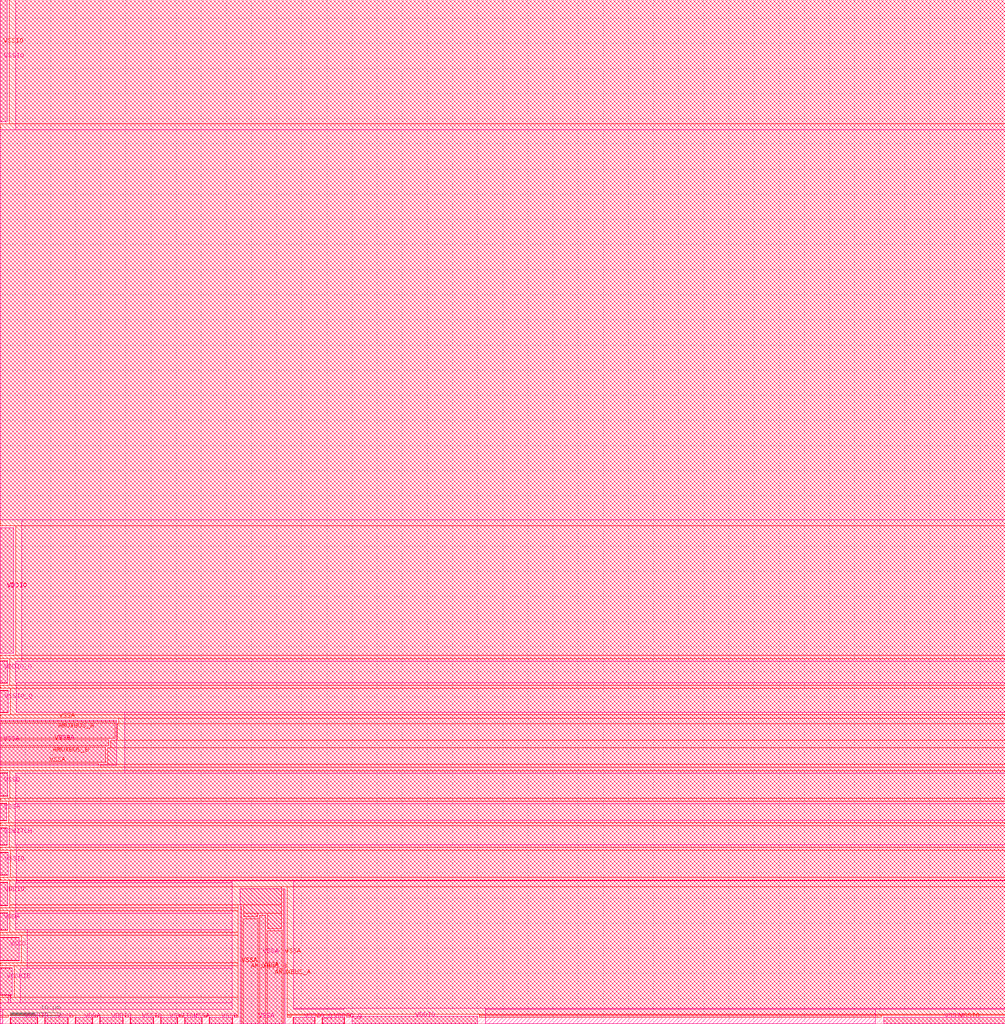
<source format=lef>
VERSION 5.7 ;
  NOWIREEXTENSIONATPIN ON ;
  DIVIDERCHAR "/" ;
  BUSBITCHARS "[]" ;
MACRO sky130_fd_io__corner_bus_overlay
  CLASS PAD ;
  FOREIGN sky130_fd_io__corner_bus_overlay ;
  ORIGIN 0.000 0.000 ;
  SIZE 200.000 BY 203.665 ;
  SYMMETRY X Y R90 ;
  PIN VSSA
    DIRECTION INOUT ;
    USE SIGNAL ;
    PORT
      LAYER met5 ;
        RECT 0.000 51.400 23.155 60.400 ;
    END
    PORT
      LAYER met5 ;
        RECT 0.630 55.685 0.640 55.695 ;
    END
    PORT
      LAYER met5 ;
        RECT 0.000 40.500 1.335 43.750 ;
    END
    PORT
      LAYER met5 ;
        RECT 36.840 0.000 40.085 1.270 ;
    END
    PORT
      LAYER met5 ;
        RECT 47.735 0.000 56.735 26.820 ;
    END
    PORT
      LAYER met5 ;
        RECT 51.285 0.630 51.295 0.640 ;
    END
    PORT
      LAYER met4 ;
        RECT 0.000 51.400 19.575 51.730 ;
    END
    PORT
      LAYER met4 ;
        RECT 0.000 40.400 1.335 43.850 ;
    END
    PORT
      LAYER met4 ;
        RECT 0.000 55.310 21.550 56.490 ;
    END
    PORT
      LAYER met4 ;
        RECT 0.000 60.070 23.175 60.400 ;
    END
    PORT
      LAYER met4 ;
        RECT 56.405 0.000 56.735 26.840 ;
    END
    PORT
      LAYER met4 ;
        RECT 51.645 0.000 52.825 21.555 ;
    END
    PORT
      LAYER met4 ;
        RECT 36.735 0.000 40.185 1.270 ;
    END
    PORT
      LAYER met4 ;
        RECT 47.735 0.000 48.065 23.240 ;
    END
  END VSSA

  PIN VSSIO
    DIRECTION INOUT ;
    USE SIGNAL ;
    PORT
      LAYER met5 ;
        RECT 0.000 179.450 1.435 203.665 ;
    END
    PORT
      LAYER met5 ;
        RECT 0.000 29.600 1.600 34.050 ;
    END
    PORT
      LAYER met5 ;
        RECT 25.935 0.000 30.385 1.270 ;
    END
    PORT
      LAYER met5 ;
        RECT 175.785 0.000 200.000 1.270 ;
    END
    PORT
      LAYER met4 ;
        RECT 0.000 29.500 1.600 34.150 ;
    END
    PORT
      LAYER met4 ;
        RECT 0.000 179.450 1.435 203.665 ;
    END
    PORT
      LAYER met4 ;
        RECT 0.630 194.530 0.640 194.540 ;
    END
    PORT
      LAYER met4 ;
        RECT 175.785 0.000 200.000 1.270 ;
    END
    PORT
      LAYER met4 ;
        RECT 190.865 0.630 190.875 0.640 ;
    END
    PORT
      LAYER met4 ;
        RECT 25.835 0.000 30.485 1.270 ;
    END
  END VSSIO

  PIN VSWITCH
    DIRECTION INOUT ;
    USE SIGNAL ;
    PORT
      LAYER met5 ;
        RECT 0.000 35.650 1.385 38.900 ;
    END
    PORT
      LAYER met5 ;
        RECT 31.985 0.000 35.235 1.270 ;
    END
    PORT
      LAYER met4 ;
        RECT 0.000 35.550 1.385 39.000 ;
    END
    PORT
      LAYER met4 ;
        RECT 31.885 0.000 35.335 1.270 ;
    END
  END VSWITCH

  PIN VSSD
    DIRECTION INOUT ;
    USE SIGNAL ;
    PORT
      LAYER met5 ;
        RECT 0.000 45.350 1.475 49.800 ;
    END
    PORT
      LAYER met5 ;
        RECT 41.685 0.000 46.135 1.270 ;
    END
    PORT
      LAYER met4 ;
        RECT 0.000 45.250 1.475 49.900 ;
    END
    PORT
      LAYER met4 ;
        RECT 41.585 0.000 46.235 1.270 ;
    END
  END VSSD

  PIN VSSIO_Q
    DIRECTION INOUT ;
    USE SIGNAL ;
    PORT
      LAYER met5 ;
        RECT 0.000 62.000 1.625 66.250 ;
    END
    PORT
      LAYER met5 ;
        RECT 58.335 0.000 62.585 1.270 ;
    END
    PORT
      LAYER met4 ;
        RECT 0.000 61.900 1.625 66.350 ;
    END
    PORT
      LAYER met4 ;
        RECT 58.235 0.000 62.685 1.270 ;
    END
  END VSSIO_Q

  PIN VDDIO_Q
    DIRECTION INOUT ;
    USE SIGNAL ;
    PORT
      LAYER met5 ;
        RECT 0.000 67.850 1.480 72.100 ;
    END
    PORT
      LAYER met5 ;
        RECT 64.185 0.000 68.435 1.270 ;
    END
    PORT
      LAYER met4 ;
        RECT 0.000 67.750 1.480 72.200 ;
    END
    PORT
      LAYER met4 ;
        RECT 64.085 0.000 68.535 1.270 ;
    END
  END VDDIO_Q

  PIN VDDIO
    DIRECTION INOUT ;
    USE SIGNAL ;
    PORT
      LAYER met5 ;
        RECT 0.000 73.700 2.645 98.650 ;
    END
    PORT
      LAYER met5 ;
        RECT 0.000 23.550 1.525 28.000 ;
    END
    PORT
      LAYER met5 ;
        RECT 19.885 0.000 24.335 1.270 ;
    END
    PORT
      LAYER met5 ;
        RECT 70.035 0.000 94.985 1.520 ;
    END
    PORT
      LAYER met4 ;
        RECT 0.000 23.450 1.525 28.100 ;
    END
    PORT
      LAYER met4 ;
        RECT 0.000 73.700 2.645 98.665 ;
    END
    PORT
      LAYER met4 ;
        RECT 70.035 0.000 95.000 1.520 ;
    END
    PORT
      LAYER met4 ;
        RECT 19.785 0.000 24.435 1.270 ;
    END
  END VDDIO

  PIN VDDA
    DIRECTION INOUT ;
    USE SIGNAL ;
    PORT
      LAYER met5 ;
        RECT 0.000 18.700 1.470 21.950 ;
    END
    PORT
      LAYER met5 ;
        RECT 15.035 0.000 18.285 1.255 ;
    END
    PORT
      LAYER met4 ;
        RECT 0.000 18.600 1.470 22.050 ;
    END
    PORT
      LAYER met4 ;
        RECT 14.935 0.000 18.385 1.255 ;
    END
  END VDDA

  PIN VCCHIB
    DIRECTION INOUT ;
    USE SIGNAL ;
    PORT
      LAYER met5 ;
        RECT 0.000 5.800 2.350 11.050 ;
    END
    PORT
      LAYER met5 ;
        RECT 2.135 0.000 7.385 1.270 ;
    END
    PORT
      LAYER met4 ;
        RECT 0.000 5.700 2.350 11.150 ;
    END
    PORT
      LAYER met4 ;
        RECT 2.035 0.000 7.485 1.270 ;
    END
  END VCCHIB

  PIN VCCD
    DIRECTION INOUT ;
    USE SIGNAL ;
    PORT
      LAYER met5 ;
        RECT 0.000 12.650 3.785 17.100 ;
    END
    PORT
      LAYER met5 ;
        RECT 8.985 0.000 13.435 1.270 ;
    END
    PORT
      LAYER met4 ;
        RECT 0.000 12.550 3.785 17.200 ;
    END
    PORT
      LAYER met4 ;
        RECT 8.885 0.000 13.535 1.270 ;
    END
  END VCCD

  PIN AMUXBUS_A
    DIRECTION INOUT ;
    USE SIGNAL ;
    PORT
      LAYER met4 ;
        RECT 0.000 56.790 22.910 59.770 ;
    END
    PORT
      LAYER met4 ;
        RECT 53.125 0.000 56.105 18.475 ;
    END
  END AMUXBUS_A

  PIN AMUXBUS_B
    DIRECTION INOUT ;
    USE SIGNAL ;
    PORT
      LAYER met4 ;
        RECT 0.000 52.030 20.935 55.010 ;
    END
    PORT
      LAYER met4 ;
        RECT 48.365 0.000 51.345 20.875 ;
    END
  END AMUXBUS_B

  OBS
      LAYER met4 ;
        RECT 1.835 179.050 200.000 203.665 ;
        RECT 0.000 99.065 200.000 179.050 ;
        RECT 3.045 73.300 200.000 99.065 ;
        RECT 0.000 72.600 200.000 73.300 ;
        RECT 1.880 67.350 200.000 72.600 ;
        RECT 0.000 66.750 200.000 67.350 ;
        RECT 2.025 61.500 200.000 66.750 ;
        RECT 0.000 60.800 200.000 61.500 ;
        RECT 23.575 59.670 200.000 60.800 ;
        RECT 23.310 56.390 200.000 59.670 ;
        RECT 21.950 54.910 200.000 56.390 ;
        RECT 21.335 51.630 200.000 54.910 ;
        RECT 19.975 51.000 200.000 51.630 ;
        RECT 0.000 50.300 200.000 51.000 ;
        RECT 1.875 44.850 200.000 50.300 ;
        RECT 0.000 44.250 200.000 44.850 ;
        RECT 1.735 40.000 200.000 44.250 ;
        RECT 0.000 39.400 200.000 40.000 ;
        RECT 1.785 35.150 200.000 39.400 ;
        RECT 0.000 34.550 200.000 35.150 ;
        RECT 2.000 29.100 200.000 34.550 ;
        RECT 0.000 28.500 200.000 29.100 ;
        RECT 1.925 27.240 200.000 28.500 ;
        RECT 1.925 23.640 56.005 27.240 ;
        RECT 1.925 23.050 47.335 23.640 ;
        RECT 0.000 22.450 47.335 23.050 ;
        RECT 1.870 18.200 47.335 22.450 ;
        RECT 48.465 21.955 56.005 23.640 ;
        RECT 48.465 21.275 51.245 21.955 ;
        RECT 53.225 18.875 56.005 21.955 ;
        RECT 0.000 17.600 47.335 18.200 ;
        RECT 4.185 12.150 47.335 17.600 ;
        RECT 0.000 11.550 47.335 12.150 ;
        RECT 0.400 5.300 2.035 5.700 ;
        RECT 2.750 5.300 47.335 11.550 ;
        RECT 0.000 1.670 47.335 5.300 ;
        RECT 0.000 1.255 1.635 1.670 ;
        RECT 7.885 1.255 8.485 1.670 ;
        RECT 13.935 1.655 19.385 1.670 ;
        RECT 13.935 1.255 14.535 1.655 ;
        RECT 18.785 1.255 19.385 1.655 ;
        RECT 24.835 1.255 25.435 1.670 ;
        RECT 30.885 1.255 31.485 1.670 ;
        RECT 35.735 1.255 36.335 1.670 ;
        RECT 40.585 1.255 41.185 1.670 ;
        RECT 46.635 1.255 47.335 1.670 ;
        RECT 57.135 1.920 200.000 27.240 ;
        RECT 57.135 1.670 69.635 1.920 ;
        RECT 57.135 1.255 57.835 1.670 ;
        RECT 63.085 1.255 63.685 1.670 ;
        RECT 68.935 1.255 69.635 1.670 ;
        RECT 95.400 1.670 200.000 1.920 ;
        RECT 95.400 1.255 175.385 1.670 ;
      LAYER met5 ;
        RECT 3.035 177.850 200.000 203.665 ;
        RECT 0.000 100.250 200.000 177.850 ;
        RECT 4.245 72.100 200.000 100.250 ;
        RECT 3.080 67.850 200.000 72.100 ;
        RECT 3.225 62.000 200.000 67.850 ;
        RECT 24.755 49.800 200.000 62.000 ;
        RECT 3.075 43.750 200.000 49.800 ;
        RECT 2.935 40.500 200.000 43.750 ;
        RECT 2.985 35.650 200.000 40.500 ;
        RECT 3.200 28.420 200.000 35.650 ;
        RECT 3.200 28.000 46.135 28.420 ;
        RECT 3.125 21.950 46.135 28.000 ;
        RECT 3.070 18.700 46.135 21.950 ;
        RECT 5.385 11.050 46.135 18.700 ;
        RECT 1.600 4.200 2.135 5.800 ;
        RECT 3.950 4.200 46.135 11.050 ;
        RECT 0.000 2.870 46.135 4.200 ;
        RECT 58.335 3.120 200.000 28.420 ;
        RECT 58.335 2.870 68.435 3.120 ;
        RECT 96.585 2.870 200.000 3.120 ;
        RECT 0.000 0.000 0.535 2.870 ;
        RECT 15.035 2.855 18.285 2.870 ;
        RECT 96.585 0.000 174.185 2.870 ;
  END
END sky130_fd_io__corner_bus_overlay

#--------EOF---------

MACRO sky130_fd_io__overlay_vssio_hvc
  CLASS PAD ;
  FOREIGN sky130_fd_io__overlay_vssio_hvc ;
  ORIGIN 0.000 0.000 ;
  SIZE 75.000 BY 200.000 ;
  SYMMETRY X Y R90 ;
  PIN VSSA
    DIRECTION INOUT ;
    USE GROUND ;
    PORT
      LAYER met5 ;
        RECT 0.000 47.735 1.270 56.735 ;
    END
    PORT
      LAYER met5 ;
        RECT 0.000 36.840 1.270 40.085 ;
    END
    PORT
      LAYER met5 ;
        RECT 73.730 47.735 75.000 56.735 ;
    END
    PORT
      LAYER met5 ;
        RECT 73.730 36.840 75.000 40.085 ;
    END
    PORT
      LAYER met4 ;
        RECT 0.000 56.405 75.000 56.735 ;
    END
    PORT
      LAYER met4 ;
        RECT 0.000 47.735 75.000 48.065 ;
    END
    PORT
      LAYER met4 ;
        RECT 0.000 51.645 1.270 52.825 ;
    END
    PORT
      LAYER met4 ;
        RECT 0.000 36.735 1.270 40.185 ;
    END
    PORT
      LAYER met4 ;
        RECT 73.730 56.405 75.000 56.735 ;
    END
    PORT
      LAYER met4 ;
        RECT 73.730 47.735 75.000 48.065 ;
    END
    PORT
      LAYER met4 ;
        RECT 73.730 51.645 75.000 52.825 ;
    END
    PORT
      LAYER met4 ;
        RECT 73.730 36.735 75.000 40.185 ;
    END
    PORT
      LAYER met4 ;
        RECT 0.000 47.735 1.270 48.065 ;
    END
    PORT
      LAYER met4 ;
        RECT 0.000 51.645 1.270 52.825 ;
    END
    PORT
      LAYER met4 ;
        RECT 0.000 56.405 1.270 56.735 ;
    END
    PORT
      LAYER met4 ;
        RECT 73.730 36.735 75.000 40.185 ;
    END
    PORT
      LAYER met4 ;
        RECT 73.730 47.735 75.000 48.065 ;
    END
    PORT
      LAYER met4 ;
        RECT 73.730 51.645 75.000 52.825 ;
    END
    PORT
      LAYER met4 ;
        RECT 73.730 56.405 75.000 56.735 ;
    END
    PORT
      LAYER met5 ;
        RECT 0.000 36.840 1.270 40.085 ;
    END
    PORT
      LAYER met5 ;
        RECT 0.000 47.735 1.270 56.735 ;
    END
    PORT
      LAYER met5 ;
        RECT 73.730 36.840 75.000 40.085 ;
    END
    PORT
      LAYER met5 ;
        RECT 73.730 47.735 75.000 56.735 ;
    END
    PORT
      LAYER met4 ;
        RECT 0.000 47.735 1.270 48.065 ;
    END
    PORT
      LAYER met4 ;
        RECT 0.000 51.645 1.270 52.825 ;
    END
    PORT
      LAYER met4 ;
        RECT 0.000 56.405 1.270 56.735 ;
    END
    PORT
      LAYER met4 ;
        RECT 73.730 36.735 75.000 40.185 ;
    END
    PORT
      LAYER met4 ;
        RECT 73.730 47.735 75.000 48.065 ;
    END
    PORT
      LAYER met4 ;
        RECT 73.730 51.645 75.000 52.825 ;
    END
    PORT
      LAYER met4 ;
        RECT 73.730 56.405 75.000 56.735 ;
    END
    PORT
      LAYER met5 ;
        RECT 0.000 36.840 1.270 40.085 ;
    END
    PORT
      LAYER met5 ;
        RECT 0.000 47.735 1.270 56.735 ;
    END
    PORT
      LAYER met5 ;
        RECT 73.730 36.840 75.000 40.085 ;
    END
    PORT
      LAYER met5 ;
        RECT 73.730 47.735 75.000 56.735 ;
    END
  END VSSA

  PIN VDDIO
    DIRECTION INOUT ;
    USE POWER ;
    PORT
      LAYER met5 ;
        RECT 0.000 70.035 1.270 94.985 ;
    END
    PORT
      LAYER met5 ;
        RECT 0.000 19.885 1.270 24.335 ;
    END
    PORT
      LAYER met5 ;
        RECT 73.730 70.035 75.000 94.985 ;
    END
    PORT
      LAYER met5 ;
        RECT 73.730 19.885 75.000 24.335 ;
    END
    PORT
      LAYER met4 ;
        RECT 0.000 19.785 1.270 24.435 ;
    END
    PORT
      LAYER met4 ;
        RECT 0.000 70.035 1.270 95.000 ;
    END
    PORT
      LAYER met4 ;
        RECT 73.730 19.785 75.000 24.435 ;
    END
    PORT
      LAYER met4 ;
        RECT 73.730 70.035 75.000 95.000 ;
    END
    PORT
      LAYER met4 ;
        RECT 0.000 70.035 1.270 95.000 ;
    END
    PORT
      LAYER met4 ;
        RECT 73.730 19.785 75.000 24.435 ;
    END
    PORT
      LAYER met4 ;
        RECT 73.730 70.035 75.000 95.000 ;
    END
    PORT
      LAYER met5 ;
        RECT 0.000 19.885 1.270 24.335 ;
    END
    PORT
      LAYER met5 ;
        RECT 0.000 70.035 1.270 94.985 ;
    END
    PORT
      LAYER met5 ;
        RECT 73.730 19.885 75.000 24.335 ;
    END
    PORT
      LAYER met5 ;
        RECT 73.730 70.035 75.000 94.985 ;
    END
    PORT
      LAYER met4 ;
        RECT 0.000 70.035 1.270 95.000 ;
    END
    PORT
      LAYER met4 ;
        RECT 73.730 19.785 75.000 24.435 ;
    END
    PORT
      LAYER met4 ;
        RECT 73.730 70.035 75.000 95.000 ;
    END
    PORT
      LAYER met5 ;
        RECT 0.000 19.885 1.270 24.335 ;
    END
    PORT
      LAYER met5 ;
        RECT 0.000 70.035 1.270 94.985 ;
    END
    PORT
      LAYER met5 ;
        RECT 73.730 19.885 75.000 24.335 ;
    END
    PORT
      LAYER met5 ;
        RECT 73.730 70.035 75.000 94.985 ;
    END
  END VDDIO

  PIN VDDIO_Q
    DIRECTION INOUT ;
    USE POWER ;
    PORT
      LAYER met5 ;
        RECT 0.000 64.185 1.270 68.435 ;
    END
    PORT
      LAYER met5 ;
        RECT 73.730 64.185 75.000 68.435 ;
    END
    PORT
      LAYER met4 ;
        RECT 0.000 64.085 1.270 68.535 ;
    END
    PORT
      LAYER met4 ;
        RECT 73.730 64.085 75.000 68.535 ;
    END
    PORT
      LAYER met4 ;
        RECT 73.730 64.085 75.000 68.535 ;
    END
    PORT
      LAYER met5 ;
        RECT 0.000 64.185 1.270 68.435 ;
    END
    PORT
      LAYER met5 ;
        RECT 73.730 64.185 75.000 68.435 ;
    END
    PORT
      LAYER met4 ;
        RECT 73.730 64.085 75.000 68.535 ;
    END
    PORT
      LAYER met5 ;
        RECT 0.000 64.185 1.270 68.435 ;
    END
    PORT
      LAYER met5 ;
        RECT 73.730 64.185 75.000 68.435 ;
    END
  END VDDIO_Q

  PIN VSSD
    DIRECTION INOUT ;
    USE GROUND ;
    PORT
      LAYER met5 ;
        RECT 0.000 41.685 1.270 46.135 ;
    END
    PORT
      LAYER met5 ;
        RECT 73.730 41.685 75.000 46.135 ;
    END
    PORT
      LAYER met4 ;
        RECT 0.000 41.585 1.270 46.235 ;
    END
    PORT
      LAYER met4 ;
        RECT 73.730 41.585 75.000 46.235 ;
    END
    PORT
      LAYER met4 ;
        RECT 73.730 41.585 75.000 46.235 ;
    END
    PORT
      LAYER met5 ;
        RECT 0.000 41.685 1.270 46.135 ;
    END
    PORT
      LAYER met5 ;
        RECT 73.730 41.685 75.000 46.135 ;
    END
    PORT
      LAYER met4 ;
        RECT 73.730 41.585 75.000 46.235 ;
    END
    PORT
      LAYER met5 ;
        RECT 0.000 41.685 1.270 46.135 ;
    END
    PORT
      LAYER met5 ;
        RECT 73.730 41.685 75.000 46.135 ;
    END
  END VSSD

  PIN VSSIO
    DIRECTION INOUT ;
    USE GROUND ;
    PORT
      LAYER met5 ;
        RECT 0.000 25.935 1.270 30.385 ;
    END
    PORT
      LAYER met5 ;
        RECT 73.730 25.935 75.000 30.385 ;
    END
    PORT
      LAYER met5 ;
        RECT 73.730 175.785 75.000 200.000 ;
    END
    PORT
      LAYER met5 ;
        RECT 0.000 175.785 1.270 200.000 ;
    END
    PORT
      LAYER met4 ;
        RECT 0.000 25.835 1.270 30.485 ;
    END
    PORT
      LAYER met4 ;
        RECT 73.730 25.835 75.000 30.485 ;
    END
    PORT
      LAYER met4 ;
        RECT 73.730 175.785 75.000 200.000 ;
    END
    PORT
      LAYER met4 ;
        RECT 0.000 175.785 1.270 200.000 ;
    END
    PORT
      LAYER met4 ;
        RECT 0.630 191.600 0.640 191.610 ;
    END
    PORT
      LAYER met3 ;
        RECT 0.495 25.840 24.395 30.480 ;
    END
    PORT
      LAYER met3 ;
        RECT 50.390 25.840 74.290 30.480 ;
    END
    PORT
      LAYER met4 ;
        RECT 0.000 199.920 1.270 200.000 ;
    END
    PORT
      LAYER met4 ;
        RECT 0.000 175.930 13.475 199.920 ;
    END
    PORT
      LAYER met4 ;
        RECT 0.000 175.785 1.270 175.930 ;
    END
    PORT
      LAYER met4 ;
        RECT 0.000 25.835 24.370 30.485 ;
    END
    PORT
      LAYER met4 ;
        RECT 13.595 196.230 14.255 196.970 ;
    END
    PORT
      LAYER met4 ;
        RECT 13.630 197.170 61.325 199.930 ;
    END
    PORT
      LAYER met4 ;
        RECT 50.415 25.835 75.000 30.485 ;
    END
    PORT
      LAYER met4 ;
        RECT 60.680 196.230 61.340 196.970 ;
    END
    PORT
      LAYER met4 ;
        RECT 73.730 199.920 75.000 200.000 ;
    END
    PORT
      LAYER met4 ;
        RECT 73.730 175.785 75.000 175.930 ;
    END
    PORT
      LAYER met4 ;
        RECT 61.505 175.930 75.000 199.920 ;
    END
    PORT
      LAYER met5 ;
        RECT 0.000 175.785 1.270 200.000 ;
    END
    PORT
      LAYER met5 ;
        RECT 0.000 25.935 1.270 30.385 ;
    END
    PORT
      LAYER met5 ;
        RECT 73.730 175.785 75.000 200.000 ;
    END
    PORT
      LAYER met5 ;
        RECT 73.730 25.935 75.000 30.385 ;
    END
    PORT
      LAYER met3 ;
        RECT 74.000 30.210 74.200 30.410 ;
    END
    PORT
      LAYER met3 ;
        RECT 74.000 29.780 74.200 29.980 ;
    END
    PORT
      LAYER met3 ;
        RECT 74.000 29.350 74.200 29.550 ;
    END
    PORT
      LAYER met3 ;
        RECT 74.000 28.920 74.200 29.120 ;
    END
    PORT
      LAYER met3 ;
        RECT 74.000 28.490 74.200 28.690 ;
    END
    PORT
      LAYER met3 ;
        RECT 74.000 28.060 74.200 28.260 ;
    END
    PORT
      LAYER met3 ;
        RECT 74.000 27.630 74.200 27.830 ;
    END
    PORT
      LAYER met3 ;
        RECT 74.000 27.200 74.200 27.400 ;
    END
    PORT
      LAYER met3 ;
        RECT 74.000 26.770 74.200 26.970 ;
    END
    PORT
      LAYER met3 ;
        RECT 74.000 26.340 74.200 26.540 ;
    END
    PORT
      LAYER met3 ;
        RECT 74.000 25.910 74.200 26.110 ;
    END
    PORT
      LAYER met3 ;
        RECT 73.930 199.595 74.250 199.915 ;
    END
    PORT
      LAYER met3 ;
        RECT 73.930 199.190 74.250 199.510 ;
    END
    PORT
      LAYER met3 ;
        RECT 73.930 198.785 74.250 199.105 ;
    END
    PORT
      LAYER met3 ;
        RECT 73.930 198.380 74.250 198.700 ;
    END
    PORT
      LAYER met3 ;
        RECT 73.930 197.975 74.250 198.295 ;
    END
    PORT
      LAYER met3 ;
        RECT 73.930 197.570 74.250 197.890 ;
    END
    PORT
      LAYER met3 ;
        RECT 73.930 197.165 74.250 197.485 ;
    END
    PORT
      LAYER met3 ;
        RECT 73.930 196.760 74.250 197.080 ;
    END
    PORT
      LAYER met3 ;
        RECT 73.930 196.355 74.250 196.675 ;
    END
    PORT
      LAYER met3 ;
        RECT 73.930 195.950 74.250 196.270 ;
    END
    PORT
      LAYER met3 ;
        RECT 73.930 195.545 74.250 195.865 ;
    END
    PORT
      LAYER met3 ;
        RECT 73.930 195.140 74.250 195.460 ;
    END
    PORT
      LAYER met3 ;
        RECT 61.530 175.935 74.250 195.055 ;
    END
    PORT
      LAYER met3 ;
        RECT 73.990 194.395 74.190 194.595 ;
    END
    PORT
      LAYER met3 ;
        RECT 73.990 193.995 74.190 194.195 ;
    END
    PORT
      LAYER met3 ;
        RECT 73.990 193.595 74.190 193.795 ;
    END
    PORT
      LAYER met3 ;
        RECT 73.990 193.195 74.190 193.395 ;
    END
    PORT
      LAYER met3 ;
        RECT 73.990 192.795 74.190 192.995 ;
    END
    PORT
      LAYER met3 ;
        RECT 73.990 192.395 74.190 192.595 ;
    END
    PORT
      LAYER met3 ;
        RECT 73.990 191.995 74.190 192.195 ;
    END
    PORT
      LAYER met3 ;
        RECT 73.990 191.595 74.190 191.795 ;
    END
    PORT
      LAYER met3 ;
        RECT 73.990 191.195 74.190 191.395 ;
    END
    PORT
      LAYER met3 ;
        RECT 73.990 190.795 74.190 190.995 ;
    END
    PORT
      LAYER met3 ;
        RECT 73.990 190.395 74.190 190.595 ;
    END
    PORT
      LAYER met3 ;
        RECT 73.990 189.995 74.190 190.195 ;
    END
    PORT
      LAYER met3 ;
        RECT 73.990 189.595 74.190 189.795 ;
    END
    PORT
      LAYER met3 ;
        RECT 73.990 189.195 74.190 189.395 ;
    END
    PORT
      LAYER met3 ;
        RECT 73.990 188.795 74.190 188.995 ;
    END
    PORT
      LAYER met3 ;
        RECT 73.990 188.395 74.190 188.595 ;
    END
    PORT
      LAYER met3 ;
        RECT 73.990 187.995 74.190 188.195 ;
    END
    PORT
      LAYER met3 ;
        RECT 73.990 187.595 74.190 187.795 ;
    END
    PORT
      LAYER met3 ;
        RECT 73.990 187.195 74.190 187.395 ;
    END
    PORT
      LAYER met3 ;
        RECT 73.990 186.795 74.190 186.995 ;
    END
    PORT
      LAYER met3 ;
        RECT 73.990 186.395 74.190 186.595 ;
    END
    PORT
      LAYER met3 ;
        RECT 73.990 185.995 74.190 186.195 ;
    END
    PORT
      LAYER met3 ;
        RECT 73.990 185.595 74.190 185.795 ;
    END
    PORT
      LAYER met3 ;
        RECT 73.990 185.195 74.190 185.395 ;
    END
    PORT
      LAYER met3 ;
        RECT 73.990 184.795 74.190 184.995 ;
    END
    PORT
      LAYER met3 ;
        RECT 73.990 184.395 74.190 184.595 ;
    END
    PORT
      LAYER met3 ;
        RECT 73.990 183.995 74.190 184.195 ;
    END
    PORT
      LAYER met3 ;
        RECT 73.990 183.595 74.190 183.795 ;
    END
    PORT
      LAYER met3 ;
        RECT 73.990 183.195 74.190 183.395 ;
    END
    PORT
      LAYER met3 ;
        RECT 73.990 182.795 74.190 182.995 ;
    END
    PORT
      LAYER met3 ;
        RECT 73.990 182.395 74.190 182.595 ;
    END
    PORT
      LAYER met3 ;
        RECT 73.990 181.995 74.190 182.195 ;
    END
    PORT
      LAYER met3 ;
        RECT 73.990 181.595 74.190 181.795 ;
    END
    PORT
      LAYER met3 ;
        RECT 73.990 181.195 74.190 181.395 ;
    END
    PORT
      LAYER met3 ;
        RECT 73.990 180.795 74.190 180.995 ;
    END
    PORT
      LAYER met3 ;
        RECT 73.990 180.395 74.190 180.595 ;
    END
    PORT
      LAYER met3 ;
        RECT 73.990 179.995 74.190 180.195 ;
    END
    PORT
      LAYER met3 ;
        RECT 73.990 179.595 74.190 179.795 ;
    END
    PORT
      LAYER met3 ;
        RECT 73.990 179.195 74.190 179.395 ;
    END
    PORT
      LAYER met3 ;
        RECT 73.990 178.795 74.190 178.995 ;
    END
    PORT
      LAYER met3 ;
        RECT 73.990 178.395 74.190 178.595 ;
    END
    PORT
      LAYER met3 ;
        RECT 73.990 177.995 74.190 178.195 ;
    END
    PORT
      LAYER met3 ;
        RECT 73.990 177.595 74.190 177.795 ;
    END
    PORT
      LAYER met3 ;
        RECT 73.990 177.195 74.190 177.395 ;
    END
    PORT
      LAYER met3 ;
        RECT 73.990 176.795 74.190 176.995 ;
    END
    PORT
      LAYER met3 ;
        RECT 73.990 176.395 74.190 176.595 ;
    END
    PORT
      LAYER met3 ;
        RECT 73.990 175.995 74.190 176.195 ;
    END
    PORT
      LAYER met3 ;
        RECT 73.595 30.210 73.795 30.410 ;
    END
    PORT
      LAYER met3 ;
        RECT 73.595 29.780 73.795 29.980 ;
    END
    PORT
      LAYER met3 ;
        RECT 73.595 29.350 73.795 29.550 ;
    END
    PORT
      LAYER met3 ;
        RECT 73.595 28.920 73.795 29.120 ;
    END
    PORT
      LAYER met3 ;
        RECT 73.595 28.490 73.795 28.690 ;
    END
    PORT
      LAYER met3 ;
        RECT 73.595 28.060 73.795 28.260 ;
    END
    PORT
      LAYER met3 ;
        RECT 73.595 27.630 73.795 27.830 ;
    END
    PORT
      LAYER met3 ;
        RECT 73.595 27.200 73.795 27.400 ;
    END
    PORT
      LAYER met3 ;
        RECT 73.595 26.770 73.795 26.970 ;
    END
    PORT
      LAYER met3 ;
        RECT 73.595 26.340 73.795 26.540 ;
    END
    PORT
      LAYER met3 ;
        RECT 73.595 25.910 73.795 26.110 ;
    END
    PORT
      LAYER met3 ;
        RECT 73.530 199.595 73.850 199.915 ;
    END
    PORT
      LAYER met3 ;
        RECT 73.530 199.190 73.850 199.510 ;
    END
    PORT
      LAYER met3 ;
        RECT 73.530 198.785 73.850 199.105 ;
    END
    PORT
      LAYER met3 ;
        RECT 73.530 198.380 73.850 198.700 ;
    END
    PORT
      LAYER met3 ;
        RECT 73.530 197.975 73.850 198.295 ;
    END
    PORT
      LAYER met3 ;
        RECT 73.530 197.570 73.850 197.890 ;
    END
    PORT
      LAYER met3 ;
        RECT 73.530 197.165 73.850 197.485 ;
    END
    PORT
      LAYER met3 ;
        RECT 73.530 196.760 73.850 197.080 ;
    END
    PORT
      LAYER met3 ;
        RECT 73.530 196.355 73.850 196.675 ;
    END
    PORT
      LAYER met3 ;
        RECT 73.530 195.950 73.850 196.270 ;
    END
    PORT
      LAYER met3 ;
        RECT 73.530 195.545 73.850 195.865 ;
    END
    PORT
      LAYER met3 ;
        RECT 73.530 195.140 73.850 195.460 ;
    END
    PORT
      LAYER met3 ;
        RECT 73.590 194.795 73.790 194.995 ;
    END
    PORT
      LAYER met3 ;
        RECT 73.590 194.395 73.790 194.595 ;
    END
    PORT
      LAYER met3 ;
        RECT 73.590 193.995 73.790 194.195 ;
    END
    PORT
      LAYER met3 ;
        RECT 73.590 193.595 73.790 193.795 ;
    END
    PORT
      LAYER met3 ;
        RECT 73.590 193.195 73.790 193.395 ;
    END
    PORT
      LAYER met3 ;
        RECT 73.590 192.795 73.790 192.995 ;
    END
    PORT
      LAYER met3 ;
        RECT 73.590 192.395 73.790 192.595 ;
    END
    PORT
      LAYER met3 ;
        RECT 73.590 191.995 73.790 192.195 ;
    END
    PORT
      LAYER met3 ;
        RECT 73.590 191.595 73.790 191.795 ;
    END
    PORT
      LAYER met3 ;
        RECT 73.590 191.195 73.790 191.395 ;
    END
    PORT
      LAYER met3 ;
        RECT 73.590 190.795 73.790 190.995 ;
    END
    PORT
      LAYER met3 ;
        RECT 73.590 190.395 73.790 190.595 ;
    END
    PORT
      LAYER met3 ;
        RECT 73.590 189.995 73.790 190.195 ;
    END
    PORT
      LAYER met3 ;
        RECT 73.590 189.595 73.790 189.795 ;
    END
    PORT
      LAYER met3 ;
        RECT 73.590 189.195 73.790 189.395 ;
    END
    PORT
      LAYER met3 ;
        RECT 73.590 188.795 73.790 188.995 ;
    END
    PORT
      LAYER met3 ;
        RECT 73.590 188.395 73.790 188.595 ;
    END
    PORT
      LAYER met3 ;
        RECT 73.590 187.995 73.790 188.195 ;
    END
    PORT
      LAYER met3 ;
        RECT 73.590 187.595 73.790 187.795 ;
    END
    PORT
      LAYER met3 ;
        RECT 73.590 187.195 73.790 187.395 ;
    END
    PORT
      LAYER met3 ;
        RECT 73.590 186.795 73.790 186.995 ;
    END
    PORT
      LAYER met3 ;
        RECT 73.590 186.395 73.790 186.595 ;
    END
    PORT
      LAYER met3 ;
        RECT 73.590 185.995 73.790 186.195 ;
    END
    PORT
      LAYER met3 ;
        RECT 73.590 185.595 73.790 185.795 ;
    END
    PORT
      LAYER met3 ;
        RECT 73.590 185.195 73.790 185.395 ;
    END
    PORT
      LAYER met3 ;
        RECT 73.590 184.795 73.790 184.995 ;
    END
    PORT
      LAYER met3 ;
        RECT 73.590 184.395 73.790 184.595 ;
    END
    PORT
      LAYER met3 ;
        RECT 73.590 183.995 73.790 184.195 ;
    END
    PORT
      LAYER met3 ;
        RECT 73.590 183.595 73.790 183.795 ;
    END
    PORT
      LAYER met3 ;
        RECT 73.590 183.195 73.790 183.395 ;
    END
    PORT
      LAYER met3 ;
        RECT 73.590 182.795 73.790 182.995 ;
    END
    PORT
      LAYER met3 ;
        RECT 73.590 182.395 73.790 182.595 ;
    END
    PORT
      LAYER met3 ;
        RECT 73.590 181.995 73.790 182.195 ;
    END
    PORT
      LAYER met3 ;
        RECT 73.590 181.595 73.790 181.795 ;
    END
    PORT
      LAYER met3 ;
        RECT 73.590 181.195 73.790 181.395 ;
    END
    PORT
      LAYER met3 ;
        RECT 73.590 180.795 73.790 180.995 ;
    END
    PORT
      LAYER met3 ;
        RECT 73.590 180.395 73.790 180.595 ;
    END
    PORT
      LAYER met3 ;
        RECT 73.590 179.995 73.790 180.195 ;
    END
    PORT
      LAYER met3 ;
        RECT 73.590 179.595 73.790 179.795 ;
    END
    PORT
      LAYER met3 ;
        RECT 73.590 179.195 73.790 179.395 ;
    END
    PORT
      LAYER met3 ;
        RECT 73.590 178.795 73.790 178.995 ;
    END
    PORT
      LAYER met3 ;
        RECT 73.590 178.395 73.790 178.595 ;
    END
    PORT
      LAYER met3 ;
        RECT 73.590 177.995 73.790 178.195 ;
    END
    PORT
      LAYER met3 ;
        RECT 73.590 177.595 73.790 177.795 ;
    END
    PORT
      LAYER met3 ;
        RECT 73.590 177.195 73.790 177.395 ;
    END
    PORT
      LAYER met3 ;
        RECT 73.590 176.795 73.790 176.995 ;
    END
    PORT
      LAYER met3 ;
        RECT 73.590 176.395 73.790 176.595 ;
    END
    PORT
      LAYER met3 ;
        RECT 73.590 175.995 73.790 176.195 ;
    END
    PORT
      LAYER met3 ;
        RECT 73.130 199.595 73.450 199.915 ;
    END
    PORT
      LAYER met3 ;
        RECT 73.130 199.190 73.450 199.510 ;
    END
    PORT
      LAYER met3 ;
        RECT 73.130 198.785 73.450 199.105 ;
    END
    PORT
      LAYER met3 ;
        RECT 73.130 198.380 73.450 198.700 ;
    END
    PORT
      LAYER met3 ;
        RECT 73.130 197.975 73.450 198.295 ;
    END
    PORT
      LAYER met3 ;
        RECT 73.130 197.570 73.450 197.890 ;
    END
    PORT
      LAYER met3 ;
        RECT 73.130 197.165 73.450 197.485 ;
    END
    PORT
      LAYER met3 ;
        RECT 73.130 196.760 73.450 197.080 ;
    END
    PORT
      LAYER met3 ;
        RECT 73.130 196.355 73.450 196.675 ;
    END
    PORT
      LAYER met3 ;
        RECT 73.130 195.950 73.450 196.270 ;
    END
    PORT
      LAYER met3 ;
        RECT 73.130 195.545 73.450 195.865 ;
    END
    PORT
      LAYER met3 ;
        RECT 73.130 195.140 73.450 195.460 ;
    END
    PORT
      LAYER met3 ;
        RECT 73.190 194.795 73.390 194.995 ;
    END
    PORT
      LAYER met3 ;
        RECT 73.190 194.395 73.390 194.595 ;
    END
    PORT
      LAYER met3 ;
        RECT 73.190 193.995 73.390 194.195 ;
    END
    PORT
      LAYER met3 ;
        RECT 73.190 193.595 73.390 193.795 ;
    END
    PORT
      LAYER met3 ;
        RECT 73.190 193.195 73.390 193.395 ;
    END
    PORT
      LAYER met3 ;
        RECT 73.190 192.795 73.390 192.995 ;
    END
    PORT
      LAYER met3 ;
        RECT 73.190 192.395 73.390 192.595 ;
    END
    PORT
      LAYER met3 ;
        RECT 73.190 191.995 73.390 192.195 ;
    END
    PORT
      LAYER met3 ;
        RECT 73.190 191.595 73.390 191.795 ;
    END
    PORT
      LAYER met3 ;
        RECT 73.190 191.195 73.390 191.395 ;
    END
    PORT
      LAYER met3 ;
        RECT 73.190 190.795 73.390 190.995 ;
    END
    PORT
      LAYER met3 ;
        RECT 73.190 190.395 73.390 190.595 ;
    END
    PORT
      LAYER met3 ;
        RECT 73.190 189.995 73.390 190.195 ;
    END
    PORT
      LAYER met3 ;
        RECT 73.190 189.595 73.390 189.795 ;
    END
    PORT
      LAYER met3 ;
        RECT 73.190 189.195 73.390 189.395 ;
    END
    PORT
      LAYER met3 ;
        RECT 73.190 188.795 73.390 188.995 ;
    END
    PORT
      LAYER met3 ;
        RECT 73.190 188.395 73.390 188.595 ;
    END
    PORT
      LAYER met3 ;
        RECT 73.190 187.995 73.390 188.195 ;
    END
    PORT
      LAYER met3 ;
        RECT 73.190 187.595 73.390 187.795 ;
    END
    PORT
      LAYER met3 ;
        RECT 73.190 187.195 73.390 187.395 ;
    END
    PORT
      LAYER met3 ;
        RECT 73.190 186.795 73.390 186.995 ;
    END
    PORT
      LAYER met3 ;
        RECT 73.190 186.395 73.390 186.595 ;
    END
    PORT
      LAYER met3 ;
        RECT 73.190 185.995 73.390 186.195 ;
    END
    PORT
      LAYER met3 ;
        RECT 73.190 185.595 73.390 185.795 ;
    END
    PORT
      LAYER met3 ;
        RECT 73.190 185.195 73.390 185.395 ;
    END
    PORT
      LAYER met3 ;
        RECT 73.190 184.795 73.390 184.995 ;
    END
    PORT
      LAYER met3 ;
        RECT 73.190 184.395 73.390 184.595 ;
    END
    PORT
      LAYER met3 ;
        RECT 73.190 183.995 73.390 184.195 ;
    END
    PORT
      LAYER met3 ;
        RECT 73.190 183.595 73.390 183.795 ;
    END
    PORT
      LAYER met3 ;
        RECT 73.190 183.195 73.390 183.395 ;
    END
    PORT
      LAYER met3 ;
        RECT 73.190 182.795 73.390 182.995 ;
    END
    PORT
      LAYER met3 ;
        RECT 73.190 182.395 73.390 182.595 ;
    END
    PORT
      LAYER met3 ;
        RECT 73.190 181.995 73.390 182.195 ;
    END
    PORT
      LAYER met3 ;
        RECT 73.190 181.595 73.390 181.795 ;
    END
    PORT
      LAYER met3 ;
        RECT 73.190 181.195 73.390 181.395 ;
    END
    PORT
      LAYER met3 ;
        RECT 73.190 180.795 73.390 180.995 ;
    END
    PORT
      LAYER met3 ;
        RECT 73.190 180.395 73.390 180.595 ;
    END
    PORT
      LAYER met3 ;
        RECT 73.190 179.995 73.390 180.195 ;
    END
    PORT
      LAYER met3 ;
        RECT 73.190 179.595 73.390 179.795 ;
    END
    PORT
      LAYER met3 ;
        RECT 73.190 179.195 73.390 179.395 ;
    END
    PORT
      LAYER met3 ;
        RECT 73.190 178.795 73.390 178.995 ;
    END
    PORT
      LAYER met3 ;
        RECT 73.190 178.395 73.390 178.595 ;
    END
    PORT
      LAYER met3 ;
        RECT 73.190 177.995 73.390 178.195 ;
    END
    PORT
      LAYER met3 ;
        RECT 73.190 177.595 73.390 177.795 ;
    END
    PORT
      LAYER met3 ;
        RECT 73.190 177.195 73.390 177.395 ;
    END
    PORT
      LAYER met3 ;
        RECT 73.190 176.795 73.390 176.995 ;
    END
    PORT
      LAYER met3 ;
        RECT 73.190 176.395 73.390 176.595 ;
    END
    PORT
      LAYER met3 ;
        RECT 73.190 175.995 73.390 176.195 ;
    END
    PORT
      LAYER met3 ;
        RECT 73.190 30.210 73.390 30.410 ;
    END
    PORT
      LAYER met3 ;
        RECT 73.190 29.780 73.390 29.980 ;
    END
    PORT
      LAYER met3 ;
        RECT 73.190 29.350 73.390 29.550 ;
    END
    PORT
      LAYER met3 ;
        RECT 73.190 28.920 73.390 29.120 ;
    END
    PORT
      LAYER met3 ;
        RECT 73.190 28.490 73.390 28.690 ;
    END
    PORT
      LAYER met3 ;
        RECT 73.190 28.060 73.390 28.260 ;
    END
    PORT
      LAYER met3 ;
        RECT 73.190 27.630 73.390 27.830 ;
    END
    PORT
      LAYER met3 ;
        RECT 73.190 27.200 73.390 27.400 ;
    END
    PORT
      LAYER met3 ;
        RECT 73.190 26.770 73.390 26.970 ;
    END
    PORT
      LAYER met3 ;
        RECT 73.190 26.340 73.390 26.540 ;
    END
    PORT
      LAYER met3 ;
        RECT 73.190 25.910 73.390 26.110 ;
    END
    PORT
      LAYER met3 ;
        RECT 72.730 199.595 73.050 199.915 ;
    END
    PORT
      LAYER met3 ;
        RECT 72.730 199.190 73.050 199.510 ;
    END
    PORT
      LAYER met3 ;
        RECT 72.730 198.785 73.050 199.105 ;
    END
    PORT
      LAYER met3 ;
        RECT 72.730 198.380 73.050 198.700 ;
    END
    PORT
      LAYER met3 ;
        RECT 72.730 197.975 73.050 198.295 ;
    END
    PORT
      LAYER met3 ;
        RECT 72.730 197.570 73.050 197.890 ;
    END
    PORT
      LAYER met3 ;
        RECT 72.730 197.165 73.050 197.485 ;
    END
    PORT
      LAYER met3 ;
        RECT 72.730 196.760 73.050 197.080 ;
    END
    PORT
      LAYER met3 ;
        RECT 72.730 196.355 73.050 196.675 ;
    END
    PORT
      LAYER met3 ;
        RECT 72.730 195.950 73.050 196.270 ;
    END
    PORT
      LAYER met3 ;
        RECT 72.730 195.545 73.050 195.865 ;
    END
    PORT
      LAYER met3 ;
        RECT 72.730 195.140 73.050 195.460 ;
    END
    PORT
      LAYER met3 ;
        RECT 72.790 194.795 72.990 194.995 ;
    END
    PORT
      LAYER met3 ;
        RECT 72.790 194.395 72.990 194.595 ;
    END
    PORT
      LAYER met3 ;
        RECT 72.790 193.995 72.990 194.195 ;
    END
    PORT
      LAYER met3 ;
        RECT 72.790 193.595 72.990 193.795 ;
    END
    PORT
      LAYER met3 ;
        RECT 72.790 193.195 72.990 193.395 ;
    END
    PORT
      LAYER met3 ;
        RECT 72.790 192.795 72.990 192.995 ;
    END
    PORT
      LAYER met3 ;
        RECT 72.790 192.395 72.990 192.595 ;
    END
    PORT
      LAYER met3 ;
        RECT 72.790 191.995 72.990 192.195 ;
    END
    PORT
      LAYER met3 ;
        RECT 72.790 191.595 72.990 191.795 ;
    END
    PORT
      LAYER met3 ;
        RECT 72.790 191.195 72.990 191.395 ;
    END
    PORT
      LAYER met3 ;
        RECT 72.790 190.795 72.990 190.995 ;
    END
    PORT
      LAYER met3 ;
        RECT 72.790 190.395 72.990 190.595 ;
    END
    PORT
      LAYER met3 ;
        RECT 72.790 189.995 72.990 190.195 ;
    END
    PORT
      LAYER met3 ;
        RECT 72.790 189.595 72.990 189.795 ;
    END
    PORT
      LAYER met3 ;
        RECT 72.790 189.195 72.990 189.395 ;
    END
    PORT
      LAYER met3 ;
        RECT 72.790 188.795 72.990 188.995 ;
    END
    PORT
      LAYER met3 ;
        RECT 72.790 188.395 72.990 188.595 ;
    END
    PORT
      LAYER met3 ;
        RECT 72.790 187.995 72.990 188.195 ;
    END
    PORT
      LAYER met3 ;
        RECT 72.790 187.595 72.990 187.795 ;
    END
    PORT
      LAYER met3 ;
        RECT 72.790 187.195 72.990 187.395 ;
    END
    PORT
      LAYER met3 ;
        RECT 72.790 186.795 72.990 186.995 ;
    END
    PORT
      LAYER met3 ;
        RECT 72.790 186.395 72.990 186.595 ;
    END
    PORT
      LAYER met3 ;
        RECT 72.790 185.995 72.990 186.195 ;
    END
    PORT
      LAYER met3 ;
        RECT 72.790 185.595 72.990 185.795 ;
    END
    PORT
      LAYER met3 ;
        RECT 72.790 185.195 72.990 185.395 ;
    END
    PORT
      LAYER met3 ;
        RECT 72.790 184.795 72.990 184.995 ;
    END
    PORT
      LAYER met3 ;
        RECT 72.790 184.395 72.990 184.595 ;
    END
    PORT
      LAYER met3 ;
        RECT 72.790 183.995 72.990 184.195 ;
    END
    PORT
      LAYER met3 ;
        RECT 72.790 183.595 72.990 183.795 ;
    END
    PORT
      LAYER met3 ;
        RECT 72.790 183.195 72.990 183.395 ;
    END
    PORT
      LAYER met3 ;
        RECT 72.790 182.795 72.990 182.995 ;
    END
    PORT
      LAYER met3 ;
        RECT 72.790 182.395 72.990 182.595 ;
    END
    PORT
      LAYER met3 ;
        RECT 72.790 181.995 72.990 182.195 ;
    END
    PORT
      LAYER met3 ;
        RECT 72.790 181.595 72.990 181.795 ;
    END
    PORT
      LAYER met3 ;
        RECT 72.790 181.195 72.990 181.395 ;
    END
    PORT
      LAYER met3 ;
        RECT 72.790 180.795 72.990 180.995 ;
    END
    PORT
      LAYER met3 ;
        RECT 72.790 180.395 72.990 180.595 ;
    END
    PORT
      LAYER met3 ;
        RECT 72.790 179.995 72.990 180.195 ;
    END
    PORT
      LAYER met3 ;
        RECT 72.790 179.595 72.990 179.795 ;
    END
    PORT
      LAYER met3 ;
        RECT 72.790 179.195 72.990 179.395 ;
    END
    PORT
      LAYER met3 ;
        RECT 72.790 178.795 72.990 178.995 ;
    END
    PORT
      LAYER met3 ;
        RECT 72.790 178.395 72.990 178.595 ;
    END
    PORT
      LAYER met3 ;
        RECT 72.790 177.995 72.990 178.195 ;
    END
    PORT
      LAYER met3 ;
        RECT 72.790 177.595 72.990 177.795 ;
    END
    PORT
      LAYER met3 ;
        RECT 72.790 177.195 72.990 177.395 ;
    END
    PORT
      LAYER met3 ;
        RECT 72.790 176.795 72.990 176.995 ;
    END
    PORT
      LAYER met3 ;
        RECT 72.790 176.395 72.990 176.595 ;
    END
    PORT
      LAYER met3 ;
        RECT 72.790 175.995 72.990 176.195 ;
    END
    PORT
      LAYER met3 ;
        RECT 72.785 30.210 72.985 30.410 ;
    END
    PORT
      LAYER met3 ;
        RECT 72.785 29.780 72.985 29.980 ;
    END
    PORT
      LAYER met3 ;
        RECT 72.785 29.350 72.985 29.550 ;
    END
    PORT
      LAYER met3 ;
        RECT 72.785 28.920 72.985 29.120 ;
    END
    PORT
      LAYER met3 ;
        RECT 72.785 28.490 72.985 28.690 ;
    END
    PORT
      LAYER met3 ;
        RECT 72.785 28.060 72.985 28.260 ;
    END
    PORT
      LAYER met3 ;
        RECT 72.785 27.630 72.985 27.830 ;
    END
    PORT
      LAYER met3 ;
        RECT 72.785 27.200 72.985 27.400 ;
    END
    PORT
      LAYER met3 ;
        RECT 72.785 26.770 72.985 26.970 ;
    END
    PORT
      LAYER met3 ;
        RECT 72.785 26.340 72.985 26.540 ;
    END
    PORT
      LAYER met3 ;
        RECT 72.785 25.910 72.985 26.110 ;
    END
    PORT
      LAYER met3 ;
        RECT 72.330 199.595 72.650 199.915 ;
    END
    PORT
      LAYER met3 ;
        RECT 72.330 199.190 72.650 199.510 ;
    END
    PORT
      LAYER met3 ;
        RECT 72.330 198.785 72.650 199.105 ;
    END
    PORT
      LAYER met3 ;
        RECT 72.330 198.380 72.650 198.700 ;
    END
    PORT
      LAYER met3 ;
        RECT 72.330 197.975 72.650 198.295 ;
    END
    PORT
      LAYER met3 ;
        RECT 72.330 197.570 72.650 197.890 ;
    END
    PORT
      LAYER met3 ;
        RECT 72.330 197.165 72.650 197.485 ;
    END
    PORT
      LAYER met3 ;
        RECT 72.330 196.760 72.650 197.080 ;
    END
    PORT
      LAYER met3 ;
        RECT 72.330 196.355 72.650 196.675 ;
    END
    PORT
      LAYER met3 ;
        RECT 72.330 195.950 72.650 196.270 ;
    END
    PORT
      LAYER met3 ;
        RECT 72.330 195.545 72.650 195.865 ;
    END
    PORT
      LAYER met3 ;
        RECT 72.330 195.140 72.650 195.460 ;
    END
    PORT
      LAYER met3 ;
        RECT 72.390 194.795 72.590 194.995 ;
    END
    PORT
      LAYER met3 ;
        RECT 72.390 194.395 72.590 194.595 ;
    END
    PORT
      LAYER met3 ;
        RECT 72.390 193.995 72.590 194.195 ;
    END
    PORT
      LAYER met3 ;
        RECT 72.390 193.595 72.590 193.795 ;
    END
    PORT
      LAYER met3 ;
        RECT 72.390 193.195 72.590 193.395 ;
    END
    PORT
      LAYER met3 ;
        RECT 72.390 192.795 72.590 192.995 ;
    END
    PORT
      LAYER met3 ;
        RECT 72.390 192.395 72.590 192.595 ;
    END
    PORT
      LAYER met3 ;
        RECT 72.390 191.995 72.590 192.195 ;
    END
    PORT
      LAYER met3 ;
        RECT 72.390 191.595 72.590 191.795 ;
    END
    PORT
      LAYER met3 ;
        RECT 72.390 191.195 72.590 191.395 ;
    END
    PORT
      LAYER met3 ;
        RECT 72.390 190.795 72.590 190.995 ;
    END
    PORT
      LAYER met3 ;
        RECT 72.390 190.395 72.590 190.595 ;
    END
    PORT
      LAYER met3 ;
        RECT 72.390 189.995 72.590 190.195 ;
    END
    PORT
      LAYER met3 ;
        RECT 72.390 189.595 72.590 189.795 ;
    END
    PORT
      LAYER met3 ;
        RECT 72.390 189.195 72.590 189.395 ;
    END
    PORT
      LAYER met3 ;
        RECT 72.390 188.795 72.590 188.995 ;
    END
    PORT
      LAYER met3 ;
        RECT 72.390 188.395 72.590 188.595 ;
    END
    PORT
      LAYER met3 ;
        RECT 72.390 187.995 72.590 188.195 ;
    END
    PORT
      LAYER met3 ;
        RECT 72.390 187.595 72.590 187.795 ;
    END
    PORT
      LAYER met3 ;
        RECT 72.390 187.195 72.590 187.395 ;
    END
    PORT
      LAYER met3 ;
        RECT 72.390 186.795 72.590 186.995 ;
    END
    PORT
      LAYER met3 ;
        RECT 72.390 186.395 72.590 186.595 ;
    END
    PORT
      LAYER met3 ;
        RECT 72.390 185.995 72.590 186.195 ;
    END
    PORT
      LAYER met3 ;
        RECT 72.390 185.595 72.590 185.795 ;
    END
    PORT
      LAYER met3 ;
        RECT 72.390 185.195 72.590 185.395 ;
    END
    PORT
      LAYER met3 ;
        RECT 72.390 184.795 72.590 184.995 ;
    END
    PORT
      LAYER met3 ;
        RECT 72.390 184.395 72.590 184.595 ;
    END
    PORT
      LAYER met3 ;
        RECT 72.390 183.995 72.590 184.195 ;
    END
    PORT
      LAYER met3 ;
        RECT 72.390 183.595 72.590 183.795 ;
    END
    PORT
      LAYER met3 ;
        RECT 72.390 183.195 72.590 183.395 ;
    END
    PORT
      LAYER met3 ;
        RECT 72.390 182.795 72.590 182.995 ;
    END
    PORT
      LAYER met3 ;
        RECT 72.390 182.395 72.590 182.595 ;
    END
    PORT
      LAYER met3 ;
        RECT 72.390 181.995 72.590 182.195 ;
    END
    PORT
      LAYER met3 ;
        RECT 72.390 181.595 72.590 181.795 ;
    END
    PORT
      LAYER met3 ;
        RECT 72.390 181.195 72.590 181.395 ;
    END
    PORT
      LAYER met3 ;
        RECT 72.390 180.795 72.590 180.995 ;
    END
    PORT
      LAYER met3 ;
        RECT 72.390 180.395 72.590 180.595 ;
    END
    PORT
      LAYER met3 ;
        RECT 72.390 179.995 72.590 180.195 ;
    END
    PORT
      LAYER met3 ;
        RECT 72.390 179.595 72.590 179.795 ;
    END
    PORT
      LAYER met3 ;
        RECT 72.390 179.195 72.590 179.395 ;
    END
    PORT
      LAYER met3 ;
        RECT 72.390 178.795 72.590 178.995 ;
    END
    PORT
      LAYER met3 ;
        RECT 72.390 178.395 72.590 178.595 ;
    END
    PORT
      LAYER met3 ;
        RECT 72.390 177.995 72.590 178.195 ;
    END
    PORT
      LAYER met3 ;
        RECT 72.390 177.595 72.590 177.795 ;
    END
    PORT
      LAYER met3 ;
        RECT 72.390 177.195 72.590 177.395 ;
    END
    PORT
      LAYER met3 ;
        RECT 72.390 176.795 72.590 176.995 ;
    END
    PORT
      LAYER met3 ;
        RECT 72.390 176.395 72.590 176.595 ;
    END
    PORT
      LAYER met3 ;
        RECT 72.390 175.995 72.590 176.195 ;
    END
    PORT
      LAYER met3 ;
        RECT 72.380 30.210 72.580 30.410 ;
    END
    PORT
      LAYER met3 ;
        RECT 72.380 29.780 72.580 29.980 ;
    END
    PORT
      LAYER met3 ;
        RECT 72.380 29.350 72.580 29.550 ;
    END
    PORT
      LAYER met3 ;
        RECT 72.380 28.920 72.580 29.120 ;
    END
    PORT
      LAYER met3 ;
        RECT 72.380 28.490 72.580 28.690 ;
    END
    PORT
      LAYER met3 ;
        RECT 72.380 28.060 72.580 28.260 ;
    END
    PORT
      LAYER met3 ;
        RECT 72.380 27.630 72.580 27.830 ;
    END
    PORT
      LAYER met3 ;
        RECT 72.380 27.200 72.580 27.400 ;
    END
    PORT
      LAYER met3 ;
        RECT 72.380 26.770 72.580 26.970 ;
    END
    PORT
      LAYER met3 ;
        RECT 72.380 26.340 72.580 26.540 ;
    END
    PORT
      LAYER met3 ;
        RECT 72.380 25.910 72.580 26.110 ;
    END
    PORT
      LAYER met3 ;
        RECT 71.930 199.595 72.250 199.915 ;
    END
    PORT
      LAYER met3 ;
        RECT 71.930 199.190 72.250 199.510 ;
    END
    PORT
      LAYER met3 ;
        RECT 71.930 198.785 72.250 199.105 ;
    END
    PORT
      LAYER met3 ;
        RECT 71.930 198.380 72.250 198.700 ;
    END
    PORT
      LAYER met3 ;
        RECT 71.930 197.975 72.250 198.295 ;
    END
    PORT
      LAYER met3 ;
        RECT 71.930 197.570 72.250 197.890 ;
    END
    PORT
      LAYER met3 ;
        RECT 71.930 197.165 72.250 197.485 ;
    END
    PORT
      LAYER met3 ;
        RECT 71.930 196.760 72.250 197.080 ;
    END
    PORT
      LAYER met3 ;
        RECT 71.930 196.355 72.250 196.675 ;
    END
    PORT
      LAYER met3 ;
        RECT 71.930 195.950 72.250 196.270 ;
    END
    PORT
      LAYER met3 ;
        RECT 71.930 195.545 72.250 195.865 ;
    END
    PORT
      LAYER met3 ;
        RECT 71.930 195.140 72.250 195.460 ;
    END
    PORT
      LAYER met3 ;
        RECT 71.990 194.795 72.190 194.995 ;
    END
    PORT
      LAYER met3 ;
        RECT 71.990 194.395 72.190 194.595 ;
    END
    PORT
      LAYER met3 ;
        RECT 71.990 193.995 72.190 194.195 ;
    END
    PORT
      LAYER met3 ;
        RECT 71.990 193.595 72.190 193.795 ;
    END
    PORT
      LAYER met3 ;
        RECT 71.990 193.195 72.190 193.395 ;
    END
    PORT
      LAYER met3 ;
        RECT 71.990 192.795 72.190 192.995 ;
    END
    PORT
      LAYER met3 ;
        RECT 71.990 192.395 72.190 192.595 ;
    END
    PORT
      LAYER met3 ;
        RECT 71.990 191.995 72.190 192.195 ;
    END
    PORT
      LAYER met3 ;
        RECT 71.990 191.595 72.190 191.795 ;
    END
    PORT
      LAYER met3 ;
        RECT 71.990 191.195 72.190 191.395 ;
    END
    PORT
      LAYER met3 ;
        RECT 71.990 190.795 72.190 190.995 ;
    END
    PORT
      LAYER met3 ;
        RECT 71.990 190.395 72.190 190.595 ;
    END
    PORT
      LAYER met3 ;
        RECT 71.990 189.995 72.190 190.195 ;
    END
    PORT
      LAYER met3 ;
        RECT 71.990 189.595 72.190 189.795 ;
    END
    PORT
      LAYER met3 ;
        RECT 71.990 189.195 72.190 189.395 ;
    END
    PORT
      LAYER met3 ;
        RECT 71.990 188.795 72.190 188.995 ;
    END
    PORT
      LAYER met3 ;
        RECT 71.990 188.395 72.190 188.595 ;
    END
    PORT
      LAYER met3 ;
        RECT 71.990 187.995 72.190 188.195 ;
    END
    PORT
      LAYER met3 ;
        RECT 71.990 187.595 72.190 187.795 ;
    END
    PORT
      LAYER met3 ;
        RECT 71.990 187.195 72.190 187.395 ;
    END
    PORT
      LAYER met3 ;
        RECT 71.990 186.795 72.190 186.995 ;
    END
    PORT
      LAYER met3 ;
        RECT 71.990 186.395 72.190 186.595 ;
    END
    PORT
      LAYER met3 ;
        RECT 71.990 185.995 72.190 186.195 ;
    END
    PORT
      LAYER met3 ;
        RECT 71.990 185.595 72.190 185.795 ;
    END
    PORT
      LAYER met3 ;
        RECT 71.990 185.195 72.190 185.395 ;
    END
    PORT
      LAYER met3 ;
        RECT 71.990 184.795 72.190 184.995 ;
    END
    PORT
      LAYER met3 ;
        RECT 71.990 184.395 72.190 184.595 ;
    END
    PORT
      LAYER met3 ;
        RECT 71.990 183.995 72.190 184.195 ;
    END
    PORT
      LAYER met3 ;
        RECT 71.990 183.595 72.190 183.795 ;
    END
    PORT
      LAYER met3 ;
        RECT 71.990 183.195 72.190 183.395 ;
    END
    PORT
      LAYER met3 ;
        RECT 71.990 182.795 72.190 182.995 ;
    END
    PORT
      LAYER met3 ;
        RECT 71.990 182.395 72.190 182.595 ;
    END
    PORT
      LAYER met3 ;
        RECT 71.990 181.995 72.190 182.195 ;
    END
    PORT
      LAYER met3 ;
        RECT 71.990 181.595 72.190 181.795 ;
    END
    PORT
      LAYER met3 ;
        RECT 71.990 181.195 72.190 181.395 ;
    END
    PORT
      LAYER met3 ;
        RECT 71.990 180.795 72.190 180.995 ;
    END
    PORT
      LAYER met3 ;
        RECT 71.990 180.395 72.190 180.595 ;
    END
    PORT
      LAYER met3 ;
        RECT 71.990 179.995 72.190 180.195 ;
    END
    PORT
      LAYER met3 ;
        RECT 71.990 179.595 72.190 179.795 ;
    END
    PORT
      LAYER met3 ;
        RECT 71.990 179.195 72.190 179.395 ;
    END
    PORT
      LAYER met3 ;
        RECT 71.990 178.795 72.190 178.995 ;
    END
    PORT
      LAYER met3 ;
        RECT 71.990 178.395 72.190 178.595 ;
    END
    PORT
      LAYER met3 ;
        RECT 71.990 177.995 72.190 178.195 ;
    END
    PORT
      LAYER met3 ;
        RECT 71.990 177.595 72.190 177.795 ;
    END
    PORT
      LAYER met3 ;
        RECT 71.990 177.195 72.190 177.395 ;
    END
    PORT
      LAYER met3 ;
        RECT 71.990 176.795 72.190 176.995 ;
    END
    PORT
      LAYER met3 ;
        RECT 71.990 176.395 72.190 176.595 ;
    END
    PORT
      LAYER met3 ;
        RECT 71.990 175.995 72.190 176.195 ;
    END
    PORT
      LAYER met3 ;
        RECT 71.975 30.210 72.175 30.410 ;
    END
    PORT
      LAYER met3 ;
        RECT 71.975 29.780 72.175 29.980 ;
    END
    PORT
      LAYER met3 ;
        RECT 71.975 29.350 72.175 29.550 ;
    END
    PORT
      LAYER met3 ;
        RECT 71.975 28.920 72.175 29.120 ;
    END
    PORT
      LAYER met3 ;
        RECT 71.975 28.490 72.175 28.690 ;
    END
    PORT
      LAYER met3 ;
        RECT 71.975 28.060 72.175 28.260 ;
    END
    PORT
      LAYER met3 ;
        RECT 71.975 27.630 72.175 27.830 ;
    END
    PORT
      LAYER met3 ;
        RECT 71.975 27.200 72.175 27.400 ;
    END
    PORT
      LAYER met3 ;
        RECT 71.975 26.770 72.175 26.970 ;
    END
    PORT
      LAYER met3 ;
        RECT 71.975 26.340 72.175 26.540 ;
    END
    PORT
      LAYER met3 ;
        RECT 71.975 25.910 72.175 26.110 ;
    END
    PORT
      LAYER met3 ;
        RECT 71.530 199.595 71.850 199.915 ;
    END
    PORT
      LAYER met3 ;
        RECT 71.530 199.190 71.850 199.510 ;
    END
    PORT
      LAYER met3 ;
        RECT 71.530 198.785 71.850 199.105 ;
    END
    PORT
      LAYER met3 ;
        RECT 71.530 198.380 71.850 198.700 ;
    END
    PORT
      LAYER met3 ;
        RECT 71.530 197.975 71.850 198.295 ;
    END
    PORT
      LAYER met3 ;
        RECT 71.530 197.570 71.850 197.890 ;
    END
    PORT
      LAYER met3 ;
        RECT 71.530 197.165 71.850 197.485 ;
    END
    PORT
      LAYER met3 ;
        RECT 71.530 196.760 71.850 197.080 ;
    END
    PORT
      LAYER met3 ;
        RECT 71.530 196.355 71.850 196.675 ;
    END
    PORT
      LAYER met3 ;
        RECT 71.530 195.950 71.850 196.270 ;
    END
    PORT
      LAYER met3 ;
        RECT 71.530 195.545 71.850 195.865 ;
    END
    PORT
      LAYER met3 ;
        RECT 71.530 195.140 71.850 195.460 ;
    END
    PORT
      LAYER met3 ;
        RECT 71.590 194.795 71.790 194.995 ;
    END
    PORT
      LAYER met3 ;
        RECT 71.590 194.395 71.790 194.595 ;
    END
    PORT
      LAYER met3 ;
        RECT 71.590 193.995 71.790 194.195 ;
    END
    PORT
      LAYER met3 ;
        RECT 71.590 193.595 71.790 193.795 ;
    END
    PORT
      LAYER met3 ;
        RECT 71.590 193.195 71.790 193.395 ;
    END
    PORT
      LAYER met3 ;
        RECT 71.590 192.795 71.790 192.995 ;
    END
    PORT
      LAYER met3 ;
        RECT 71.590 192.395 71.790 192.595 ;
    END
    PORT
      LAYER met3 ;
        RECT 71.590 191.995 71.790 192.195 ;
    END
    PORT
      LAYER met3 ;
        RECT 71.590 191.595 71.790 191.795 ;
    END
    PORT
      LAYER met3 ;
        RECT 71.590 191.195 71.790 191.395 ;
    END
    PORT
      LAYER met3 ;
        RECT 71.590 190.795 71.790 190.995 ;
    END
    PORT
      LAYER met3 ;
        RECT 71.590 190.395 71.790 190.595 ;
    END
    PORT
      LAYER met3 ;
        RECT 71.590 189.995 71.790 190.195 ;
    END
    PORT
      LAYER met3 ;
        RECT 71.590 189.595 71.790 189.795 ;
    END
    PORT
      LAYER met3 ;
        RECT 71.590 189.195 71.790 189.395 ;
    END
    PORT
      LAYER met3 ;
        RECT 71.590 188.795 71.790 188.995 ;
    END
    PORT
      LAYER met3 ;
        RECT 71.590 188.395 71.790 188.595 ;
    END
    PORT
      LAYER met3 ;
        RECT 71.590 187.995 71.790 188.195 ;
    END
    PORT
      LAYER met3 ;
        RECT 71.590 187.595 71.790 187.795 ;
    END
    PORT
      LAYER met3 ;
        RECT 71.590 187.195 71.790 187.395 ;
    END
    PORT
      LAYER met3 ;
        RECT 71.590 186.795 71.790 186.995 ;
    END
    PORT
      LAYER met3 ;
        RECT 71.590 186.395 71.790 186.595 ;
    END
    PORT
      LAYER met3 ;
        RECT 71.590 185.995 71.790 186.195 ;
    END
    PORT
      LAYER met3 ;
        RECT 71.590 185.595 71.790 185.795 ;
    END
    PORT
      LAYER met3 ;
        RECT 71.590 185.195 71.790 185.395 ;
    END
    PORT
      LAYER met3 ;
        RECT 71.590 184.795 71.790 184.995 ;
    END
    PORT
      LAYER met3 ;
        RECT 71.590 184.395 71.790 184.595 ;
    END
    PORT
      LAYER met3 ;
        RECT 71.590 183.995 71.790 184.195 ;
    END
    PORT
      LAYER met3 ;
        RECT 71.590 183.595 71.790 183.795 ;
    END
    PORT
      LAYER met3 ;
        RECT 71.590 183.195 71.790 183.395 ;
    END
    PORT
      LAYER met3 ;
        RECT 71.590 182.795 71.790 182.995 ;
    END
    PORT
      LAYER met3 ;
        RECT 71.590 182.395 71.790 182.595 ;
    END
    PORT
      LAYER met3 ;
        RECT 71.590 181.995 71.790 182.195 ;
    END
    PORT
      LAYER met3 ;
        RECT 71.590 181.595 71.790 181.795 ;
    END
    PORT
      LAYER met3 ;
        RECT 71.590 181.195 71.790 181.395 ;
    END
    PORT
      LAYER met3 ;
        RECT 71.590 180.795 71.790 180.995 ;
    END
    PORT
      LAYER met3 ;
        RECT 71.590 180.395 71.790 180.595 ;
    END
    PORT
      LAYER met3 ;
        RECT 71.590 179.995 71.790 180.195 ;
    END
    PORT
      LAYER met3 ;
        RECT 71.590 179.595 71.790 179.795 ;
    END
    PORT
      LAYER met3 ;
        RECT 71.590 179.195 71.790 179.395 ;
    END
    PORT
      LAYER met3 ;
        RECT 71.590 178.795 71.790 178.995 ;
    END
    PORT
      LAYER met3 ;
        RECT 71.590 178.395 71.790 178.595 ;
    END
    PORT
      LAYER met3 ;
        RECT 71.590 177.995 71.790 178.195 ;
    END
    PORT
      LAYER met3 ;
        RECT 71.590 177.595 71.790 177.795 ;
    END
    PORT
      LAYER met3 ;
        RECT 71.590 177.195 71.790 177.395 ;
    END
    PORT
      LAYER met3 ;
        RECT 71.590 176.795 71.790 176.995 ;
    END
    PORT
      LAYER met3 ;
        RECT 71.590 176.395 71.790 176.595 ;
    END
    PORT
      LAYER met3 ;
        RECT 71.590 175.995 71.790 176.195 ;
    END
    PORT
      LAYER met3 ;
        RECT 71.570 30.210 71.770 30.410 ;
    END
    PORT
      LAYER met3 ;
        RECT 71.570 29.780 71.770 29.980 ;
    END
    PORT
      LAYER met3 ;
        RECT 71.570 29.350 71.770 29.550 ;
    END
    PORT
      LAYER met3 ;
        RECT 71.570 28.920 71.770 29.120 ;
    END
    PORT
      LAYER met3 ;
        RECT 71.570 28.490 71.770 28.690 ;
    END
    PORT
      LAYER met3 ;
        RECT 71.570 28.060 71.770 28.260 ;
    END
    PORT
      LAYER met3 ;
        RECT 71.570 27.630 71.770 27.830 ;
    END
    PORT
      LAYER met3 ;
        RECT 71.570 27.200 71.770 27.400 ;
    END
    PORT
      LAYER met3 ;
        RECT 71.570 26.770 71.770 26.970 ;
    END
    PORT
      LAYER met3 ;
        RECT 71.570 26.340 71.770 26.540 ;
    END
    PORT
      LAYER met3 ;
        RECT 71.570 25.910 71.770 26.110 ;
    END
    PORT
      LAYER met3 ;
        RECT 71.130 199.595 71.450 199.915 ;
    END
    PORT
      LAYER met3 ;
        RECT 71.130 199.190 71.450 199.510 ;
    END
    PORT
      LAYER met3 ;
        RECT 71.130 198.785 71.450 199.105 ;
    END
    PORT
      LAYER met3 ;
        RECT 71.130 198.380 71.450 198.700 ;
    END
    PORT
      LAYER met3 ;
        RECT 71.130 197.975 71.450 198.295 ;
    END
    PORT
      LAYER met3 ;
        RECT 71.130 197.570 71.450 197.890 ;
    END
    PORT
      LAYER met3 ;
        RECT 71.130 197.165 71.450 197.485 ;
    END
    PORT
      LAYER met3 ;
        RECT 71.130 196.760 71.450 197.080 ;
    END
    PORT
      LAYER met3 ;
        RECT 71.130 196.355 71.450 196.675 ;
    END
    PORT
      LAYER met3 ;
        RECT 71.130 195.950 71.450 196.270 ;
    END
    PORT
      LAYER met3 ;
        RECT 71.130 195.545 71.450 195.865 ;
    END
    PORT
      LAYER met3 ;
        RECT 71.130 195.140 71.450 195.460 ;
    END
    PORT
      LAYER met3 ;
        RECT 71.190 194.795 71.390 194.995 ;
    END
    PORT
      LAYER met3 ;
        RECT 71.190 194.395 71.390 194.595 ;
    END
    PORT
      LAYER met3 ;
        RECT 71.190 193.995 71.390 194.195 ;
    END
    PORT
      LAYER met3 ;
        RECT 71.190 193.595 71.390 193.795 ;
    END
    PORT
      LAYER met3 ;
        RECT 71.190 193.195 71.390 193.395 ;
    END
    PORT
      LAYER met3 ;
        RECT 71.190 192.795 71.390 192.995 ;
    END
    PORT
      LAYER met3 ;
        RECT 71.190 192.395 71.390 192.595 ;
    END
    PORT
      LAYER met3 ;
        RECT 71.190 191.995 71.390 192.195 ;
    END
    PORT
      LAYER met3 ;
        RECT 71.190 191.595 71.390 191.795 ;
    END
    PORT
      LAYER met3 ;
        RECT 71.190 191.195 71.390 191.395 ;
    END
    PORT
      LAYER met3 ;
        RECT 71.190 190.795 71.390 190.995 ;
    END
    PORT
      LAYER met3 ;
        RECT 71.190 190.395 71.390 190.595 ;
    END
    PORT
      LAYER met3 ;
        RECT 71.190 189.995 71.390 190.195 ;
    END
    PORT
      LAYER met3 ;
        RECT 71.190 189.595 71.390 189.795 ;
    END
    PORT
      LAYER met3 ;
        RECT 71.190 189.195 71.390 189.395 ;
    END
    PORT
      LAYER met3 ;
        RECT 71.190 188.795 71.390 188.995 ;
    END
    PORT
      LAYER met3 ;
        RECT 71.190 188.395 71.390 188.595 ;
    END
    PORT
      LAYER met3 ;
        RECT 71.190 187.995 71.390 188.195 ;
    END
    PORT
      LAYER met3 ;
        RECT 71.190 187.595 71.390 187.795 ;
    END
    PORT
      LAYER met3 ;
        RECT 71.190 187.195 71.390 187.395 ;
    END
    PORT
      LAYER met3 ;
        RECT 71.190 186.795 71.390 186.995 ;
    END
    PORT
      LAYER met3 ;
        RECT 71.190 186.395 71.390 186.595 ;
    END
    PORT
      LAYER met3 ;
        RECT 71.190 185.995 71.390 186.195 ;
    END
    PORT
      LAYER met3 ;
        RECT 71.190 185.595 71.390 185.795 ;
    END
    PORT
      LAYER met3 ;
        RECT 71.190 185.195 71.390 185.395 ;
    END
    PORT
      LAYER met3 ;
        RECT 71.190 184.795 71.390 184.995 ;
    END
    PORT
      LAYER met3 ;
        RECT 71.190 184.395 71.390 184.595 ;
    END
    PORT
      LAYER met3 ;
        RECT 71.190 183.995 71.390 184.195 ;
    END
    PORT
      LAYER met3 ;
        RECT 71.190 183.595 71.390 183.795 ;
    END
    PORT
      LAYER met3 ;
        RECT 71.190 183.195 71.390 183.395 ;
    END
    PORT
      LAYER met3 ;
        RECT 71.190 182.795 71.390 182.995 ;
    END
    PORT
      LAYER met3 ;
        RECT 71.190 182.395 71.390 182.595 ;
    END
    PORT
      LAYER met3 ;
        RECT 71.190 181.995 71.390 182.195 ;
    END
    PORT
      LAYER met3 ;
        RECT 71.190 181.595 71.390 181.795 ;
    END
    PORT
      LAYER met3 ;
        RECT 71.190 181.195 71.390 181.395 ;
    END
    PORT
      LAYER met3 ;
        RECT 71.190 180.795 71.390 180.995 ;
    END
    PORT
      LAYER met3 ;
        RECT 71.190 180.395 71.390 180.595 ;
    END
    PORT
      LAYER met3 ;
        RECT 71.190 179.995 71.390 180.195 ;
    END
    PORT
      LAYER met3 ;
        RECT 71.190 179.595 71.390 179.795 ;
    END
    PORT
      LAYER met3 ;
        RECT 71.190 179.195 71.390 179.395 ;
    END
    PORT
      LAYER met3 ;
        RECT 71.190 178.795 71.390 178.995 ;
    END
    PORT
      LAYER met3 ;
        RECT 71.190 178.395 71.390 178.595 ;
    END
    PORT
      LAYER met3 ;
        RECT 71.190 177.995 71.390 178.195 ;
    END
    PORT
      LAYER met3 ;
        RECT 71.190 177.595 71.390 177.795 ;
    END
    PORT
      LAYER met3 ;
        RECT 71.190 177.195 71.390 177.395 ;
    END
    PORT
      LAYER met3 ;
        RECT 71.190 176.795 71.390 176.995 ;
    END
    PORT
      LAYER met3 ;
        RECT 71.190 176.395 71.390 176.595 ;
    END
    PORT
      LAYER met3 ;
        RECT 71.190 175.995 71.390 176.195 ;
    END
    PORT
      LAYER met3 ;
        RECT 71.165 30.210 71.365 30.410 ;
    END
    PORT
      LAYER met3 ;
        RECT 71.165 29.780 71.365 29.980 ;
    END
    PORT
      LAYER met3 ;
        RECT 71.165 29.350 71.365 29.550 ;
    END
    PORT
      LAYER met3 ;
        RECT 71.165 28.920 71.365 29.120 ;
    END
    PORT
      LAYER met3 ;
        RECT 71.165 28.490 71.365 28.690 ;
    END
    PORT
      LAYER met3 ;
        RECT 71.165 28.060 71.365 28.260 ;
    END
    PORT
      LAYER met3 ;
        RECT 71.165 27.630 71.365 27.830 ;
    END
    PORT
      LAYER met3 ;
        RECT 71.165 27.200 71.365 27.400 ;
    END
    PORT
      LAYER met3 ;
        RECT 71.165 26.770 71.365 26.970 ;
    END
    PORT
      LAYER met3 ;
        RECT 71.165 26.340 71.365 26.540 ;
    END
    PORT
      LAYER met3 ;
        RECT 71.165 25.910 71.365 26.110 ;
    END
    PORT
      LAYER met3 ;
        RECT 70.730 199.595 71.050 199.915 ;
    END
    PORT
      LAYER met3 ;
        RECT 70.730 199.190 71.050 199.510 ;
    END
    PORT
      LAYER met3 ;
        RECT 70.730 198.785 71.050 199.105 ;
    END
    PORT
      LAYER met3 ;
        RECT 70.730 198.380 71.050 198.700 ;
    END
    PORT
      LAYER met3 ;
        RECT 70.730 197.975 71.050 198.295 ;
    END
    PORT
      LAYER met3 ;
        RECT 70.730 197.570 71.050 197.890 ;
    END
    PORT
      LAYER met3 ;
        RECT 70.730 197.165 71.050 197.485 ;
    END
    PORT
      LAYER met3 ;
        RECT 70.730 196.760 71.050 197.080 ;
    END
    PORT
      LAYER met3 ;
        RECT 70.730 196.355 71.050 196.675 ;
    END
    PORT
      LAYER met3 ;
        RECT 70.730 195.950 71.050 196.270 ;
    END
    PORT
      LAYER met3 ;
        RECT 70.730 195.545 71.050 195.865 ;
    END
    PORT
      LAYER met3 ;
        RECT 70.730 195.140 71.050 195.460 ;
    END
    PORT
      LAYER met3 ;
        RECT 70.790 194.795 70.990 194.995 ;
    END
    PORT
      LAYER met3 ;
        RECT 70.790 194.395 70.990 194.595 ;
    END
    PORT
      LAYER met3 ;
        RECT 70.790 193.995 70.990 194.195 ;
    END
    PORT
      LAYER met3 ;
        RECT 70.790 193.595 70.990 193.795 ;
    END
    PORT
      LAYER met3 ;
        RECT 70.790 193.195 70.990 193.395 ;
    END
    PORT
      LAYER met3 ;
        RECT 70.790 192.795 70.990 192.995 ;
    END
    PORT
      LAYER met3 ;
        RECT 70.790 192.395 70.990 192.595 ;
    END
    PORT
      LAYER met3 ;
        RECT 70.790 191.995 70.990 192.195 ;
    END
    PORT
      LAYER met3 ;
        RECT 70.790 191.595 70.990 191.795 ;
    END
    PORT
      LAYER met3 ;
        RECT 70.790 191.195 70.990 191.395 ;
    END
    PORT
      LAYER met3 ;
        RECT 70.790 190.795 70.990 190.995 ;
    END
    PORT
      LAYER met3 ;
        RECT 70.790 190.395 70.990 190.595 ;
    END
    PORT
      LAYER met3 ;
        RECT 70.790 189.995 70.990 190.195 ;
    END
    PORT
      LAYER met3 ;
        RECT 70.790 189.595 70.990 189.795 ;
    END
    PORT
      LAYER met3 ;
        RECT 70.790 189.195 70.990 189.395 ;
    END
    PORT
      LAYER met3 ;
        RECT 70.790 188.795 70.990 188.995 ;
    END
    PORT
      LAYER met3 ;
        RECT 70.790 188.395 70.990 188.595 ;
    END
    PORT
      LAYER met3 ;
        RECT 70.790 187.995 70.990 188.195 ;
    END
    PORT
      LAYER met3 ;
        RECT 70.790 187.595 70.990 187.795 ;
    END
    PORT
      LAYER met3 ;
        RECT 70.790 187.195 70.990 187.395 ;
    END
    PORT
      LAYER met3 ;
        RECT 70.790 186.795 70.990 186.995 ;
    END
    PORT
      LAYER met3 ;
        RECT 70.790 186.395 70.990 186.595 ;
    END
    PORT
      LAYER met3 ;
        RECT 70.790 185.995 70.990 186.195 ;
    END
    PORT
      LAYER met3 ;
        RECT 70.790 185.595 70.990 185.795 ;
    END
    PORT
      LAYER met3 ;
        RECT 70.790 185.195 70.990 185.395 ;
    END
    PORT
      LAYER met3 ;
        RECT 70.790 184.795 70.990 184.995 ;
    END
    PORT
      LAYER met3 ;
        RECT 70.790 184.395 70.990 184.595 ;
    END
    PORT
      LAYER met3 ;
        RECT 70.790 183.995 70.990 184.195 ;
    END
    PORT
      LAYER met3 ;
        RECT 70.790 183.595 70.990 183.795 ;
    END
    PORT
      LAYER met3 ;
        RECT 70.790 183.195 70.990 183.395 ;
    END
    PORT
      LAYER met3 ;
        RECT 70.790 182.795 70.990 182.995 ;
    END
    PORT
      LAYER met3 ;
        RECT 70.790 182.395 70.990 182.595 ;
    END
    PORT
      LAYER met3 ;
        RECT 70.790 181.995 70.990 182.195 ;
    END
    PORT
      LAYER met3 ;
        RECT 70.790 181.595 70.990 181.795 ;
    END
    PORT
      LAYER met3 ;
        RECT 70.790 181.195 70.990 181.395 ;
    END
    PORT
      LAYER met3 ;
        RECT 70.790 180.795 70.990 180.995 ;
    END
    PORT
      LAYER met3 ;
        RECT 70.790 180.395 70.990 180.595 ;
    END
    PORT
      LAYER met3 ;
        RECT 70.790 179.995 70.990 180.195 ;
    END
    PORT
      LAYER met3 ;
        RECT 70.790 179.595 70.990 179.795 ;
    END
    PORT
      LAYER met3 ;
        RECT 70.790 179.195 70.990 179.395 ;
    END
    PORT
      LAYER met3 ;
        RECT 70.790 178.795 70.990 178.995 ;
    END
    PORT
      LAYER met3 ;
        RECT 70.790 178.395 70.990 178.595 ;
    END
    PORT
      LAYER met3 ;
        RECT 70.790 177.995 70.990 178.195 ;
    END
    PORT
      LAYER met3 ;
        RECT 70.790 177.595 70.990 177.795 ;
    END
    PORT
      LAYER met3 ;
        RECT 70.790 177.195 70.990 177.395 ;
    END
    PORT
      LAYER met3 ;
        RECT 70.790 176.795 70.990 176.995 ;
    END
    PORT
      LAYER met3 ;
        RECT 70.790 176.395 70.990 176.595 ;
    END
    PORT
      LAYER met3 ;
        RECT 70.790 175.995 70.990 176.195 ;
    END
    PORT
      LAYER met3 ;
        RECT 70.760 30.210 70.960 30.410 ;
    END
    PORT
      LAYER met3 ;
        RECT 70.760 29.780 70.960 29.980 ;
    END
    PORT
      LAYER met3 ;
        RECT 70.760 29.350 70.960 29.550 ;
    END
    PORT
      LAYER met3 ;
        RECT 70.760 28.920 70.960 29.120 ;
    END
    PORT
      LAYER met3 ;
        RECT 70.760 28.490 70.960 28.690 ;
    END
    PORT
      LAYER met3 ;
        RECT 70.760 28.060 70.960 28.260 ;
    END
    PORT
      LAYER met3 ;
        RECT 70.760 27.630 70.960 27.830 ;
    END
    PORT
      LAYER met3 ;
        RECT 70.760 27.200 70.960 27.400 ;
    END
    PORT
      LAYER met3 ;
        RECT 70.760 26.770 70.960 26.970 ;
    END
    PORT
      LAYER met3 ;
        RECT 70.760 26.340 70.960 26.540 ;
    END
    PORT
      LAYER met3 ;
        RECT 70.760 25.910 70.960 26.110 ;
    END
    PORT
      LAYER met3 ;
        RECT 70.330 199.595 70.650 199.915 ;
    END
    PORT
      LAYER met3 ;
        RECT 70.330 199.190 70.650 199.510 ;
    END
    PORT
      LAYER met3 ;
        RECT 70.330 198.785 70.650 199.105 ;
    END
    PORT
      LAYER met3 ;
        RECT 70.330 198.380 70.650 198.700 ;
    END
    PORT
      LAYER met3 ;
        RECT 70.330 197.975 70.650 198.295 ;
    END
    PORT
      LAYER met3 ;
        RECT 70.330 197.570 70.650 197.890 ;
    END
    PORT
      LAYER met3 ;
        RECT 70.330 197.165 70.650 197.485 ;
    END
    PORT
      LAYER met3 ;
        RECT 70.330 196.760 70.650 197.080 ;
    END
    PORT
      LAYER met3 ;
        RECT 70.330 196.355 70.650 196.675 ;
    END
    PORT
      LAYER met3 ;
        RECT 70.330 195.950 70.650 196.270 ;
    END
    PORT
      LAYER met3 ;
        RECT 70.330 195.545 70.650 195.865 ;
    END
    PORT
      LAYER met3 ;
        RECT 70.330 195.140 70.650 195.460 ;
    END
    PORT
      LAYER met3 ;
        RECT 70.390 194.795 70.590 194.995 ;
    END
    PORT
      LAYER met3 ;
        RECT 70.390 194.395 70.590 194.595 ;
    END
    PORT
      LAYER met3 ;
        RECT 70.390 193.995 70.590 194.195 ;
    END
    PORT
      LAYER met3 ;
        RECT 70.390 193.595 70.590 193.795 ;
    END
    PORT
      LAYER met3 ;
        RECT 70.390 193.195 70.590 193.395 ;
    END
    PORT
      LAYER met3 ;
        RECT 70.390 192.795 70.590 192.995 ;
    END
    PORT
      LAYER met3 ;
        RECT 70.390 192.395 70.590 192.595 ;
    END
    PORT
      LAYER met3 ;
        RECT 70.390 191.995 70.590 192.195 ;
    END
    PORT
      LAYER met3 ;
        RECT 70.390 191.595 70.590 191.795 ;
    END
    PORT
      LAYER met3 ;
        RECT 70.390 191.195 70.590 191.395 ;
    END
    PORT
      LAYER met3 ;
        RECT 70.390 190.795 70.590 190.995 ;
    END
    PORT
      LAYER met3 ;
        RECT 70.390 190.395 70.590 190.595 ;
    END
    PORT
      LAYER met3 ;
        RECT 70.390 189.995 70.590 190.195 ;
    END
    PORT
      LAYER met3 ;
        RECT 70.390 189.595 70.590 189.795 ;
    END
    PORT
      LAYER met3 ;
        RECT 70.390 189.195 70.590 189.395 ;
    END
    PORT
      LAYER met3 ;
        RECT 70.390 188.795 70.590 188.995 ;
    END
    PORT
      LAYER met3 ;
        RECT 70.390 188.395 70.590 188.595 ;
    END
    PORT
      LAYER met3 ;
        RECT 70.390 187.995 70.590 188.195 ;
    END
    PORT
      LAYER met3 ;
        RECT 70.390 187.595 70.590 187.795 ;
    END
    PORT
      LAYER met3 ;
        RECT 70.390 187.195 70.590 187.395 ;
    END
    PORT
      LAYER met3 ;
        RECT 70.390 186.795 70.590 186.995 ;
    END
    PORT
      LAYER met3 ;
        RECT 70.390 186.395 70.590 186.595 ;
    END
    PORT
      LAYER met3 ;
        RECT 70.390 185.995 70.590 186.195 ;
    END
    PORT
      LAYER met3 ;
        RECT 70.390 185.595 70.590 185.795 ;
    END
    PORT
      LAYER met3 ;
        RECT 70.390 185.195 70.590 185.395 ;
    END
    PORT
      LAYER met3 ;
        RECT 70.390 184.795 70.590 184.995 ;
    END
    PORT
      LAYER met3 ;
        RECT 70.390 184.395 70.590 184.595 ;
    END
    PORT
      LAYER met3 ;
        RECT 70.390 183.995 70.590 184.195 ;
    END
    PORT
      LAYER met3 ;
        RECT 70.390 183.595 70.590 183.795 ;
    END
    PORT
      LAYER met3 ;
        RECT 70.390 183.195 70.590 183.395 ;
    END
    PORT
      LAYER met3 ;
        RECT 70.390 182.795 70.590 182.995 ;
    END
    PORT
      LAYER met3 ;
        RECT 70.390 182.395 70.590 182.595 ;
    END
    PORT
      LAYER met3 ;
        RECT 70.390 181.995 70.590 182.195 ;
    END
    PORT
      LAYER met3 ;
        RECT 70.390 181.595 70.590 181.795 ;
    END
    PORT
      LAYER met3 ;
        RECT 70.390 181.195 70.590 181.395 ;
    END
    PORT
      LAYER met3 ;
        RECT 70.390 180.795 70.590 180.995 ;
    END
    PORT
      LAYER met3 ;
        RECT 70.390 180.395 70.590 180.595 ;
    END
    PORT
      LAYER met3 ;
        RECT 70.390 179.995 70.590 180.195 ;
    END
    PORT
      LAYER met3 ;
        RECT 70.390 179.595 70.590 179.795 ;
    END
    PORT
      LAYER met3 ;
        RECT 70.390 179.195 70.590 179.395 ;
    END
    PORT
      LAYER met3 ;
        RECT 70.390 178.795 70.590 178.995 ;
    END
    PORT
      LAYER met3 ;
        RECT 70.390 178.395 70.590 178.595 ;
    END
    PORT
      LAYER met3 ;
        RECT 70.390 177.995 70.590 178.195 ;
    END
    PORT
      LAYER met3 ;
        RECT 70.390 177.595 70.590 177.795 ;
    END
    PORT
      LAYER met3 ;
        RECT 70.390 177.195 70.590 177.395 ;
    END
    PORT
      LAYER met3 ;
        RECT 70.390 176.795 70.590 176.995 ;
    END
    PORT
      LAYER met3 ;
        RECT 70.390 176.395 70.590 176.595 ;
    END
    PORT
      LAYER met3 ;
        RECT 70.390 175.995 70.590 176.195 ;
    END
    PORT
      LAYER met3 ;
        RECT 70.355 30.210 70.555 30.410 ;
    END
    PORT
      LAYER met3 ;
        RECT 70.355 29.780 70.555 29.980 ;
    END
    PORT
      LAYER met3 ;
        RECT 70.355 29.350 70.555 29.550 ;
    END
    PORT
      LAYER met3 ;
        RECT 70.355 28.920 70.555 29.120 ;
    END
    PORT
      LAYER met3 ;
        RECT 70.355 28.490 70.555 28.690 ;
    END
    PORT
      LAYER met3 ;
        RECT 70.355 28.060 70.555 28.260 ;
    END
    PORT
      LAYER met3 ;
        RECT 70.355 27.630 70.555 27.830 ;
    END
    PORT
      LAYER met3 ;
        RECT 70.355 27.200 70.555 27.400 ;
    END
    PORT
      LAYER met3 ;
        RECT 70.355 26.770 70.555 26.970 ;
    END
    PORT
      LAYER met3 ;
        RECT 70.355 26.340 70.555 26.540 ;
    END
    PORT
      LAYER met3 ;
        RECT 70.355 25.910 70.555 26.110 ;
    END
    PORT
      LAYER met3 ;
        RECT 69.930 199.595 70.250 199.915 ;
    END
    PORT
      LAYER met3 ;
        RECT 69.930 199.190 70.250 199.510 ;
    END
    PORT
      LAYER met3 ;
        RECT 69.930 198.785 70.250 199.105 ;
    END
    PORT
      LAYER met3 ;
        RECT 69.930 198.380 70.250 198.700 ;
    END
    PORT
      LAYER met3 ;
        RECT 69.930 197.975 70.250 198.295 ;
    END
    PORT
      LAYER met3 ;
        RECT 69.930 197.570 70.250 197.890 ;
    END
    PORT
      LAYER met3 ;
        RECT 69.930 197.165 70.250 197.485 ;
    END
    PORT
      LAYER met3 ;
        RECT 69.930 196.760 70.250 197.080 ;
    END
    PORT
      LAYER met3 ;
        RECT 69.930 196.355 70.250 196.675 ;
    END
    PORT
      LAYER met3 ;
        RECT 69.930 195.950 70.250 196.270 ;
    END
    PORT
      LAYER met3 ;
        RECT 69.930 195.545 70.250 195.865 ;
    END
    PORT
      LAYER met3 ;
        RECT 69.930 195.140 70.250 195.460 ;
    END
    PORT
      LAYER met3 ;
        RECT 69.990 194.795 70.190 194.995 ;
    END
    PORT
      LAYER met3 ;
        RECT 69.990 194.395 70.190 194.595 ;
    END
    PORT
      LAYER met3 ;
        RECT 69.990 193.995 70.190 194.195 ;
    END
    PORT
      LAYER met3 ;
        RECT 69.990 193.595 70.190 193.795 ;
    END
    PORT
      LAYER met3 ;
        RECT 69.990 193.195 70.190 193.395 ;
    END
    PORT
      LAYER met3 ;
        RECT 69.990 192.795 70.190 192.995 ;
    END
    PORT
      LAYER met3 ;
        RECT 69.990 192.395 70.190 192.595 ;
    END
    PORT
      LAYER met3 ;
        RECT 69.990 191.995 70.190 192.195 ;
    END
    PORT
      LAYER met3 ;
        RECT 69.990 191.595 70.190 191.795 ;
    END
    PORT
      LAYER met3 ;
        RECT 69.990 191.195 70.190 191.395 ;
    END
    PORT
      LAYER met3 ;
        RECT 69.990 190.795 70.190 190.995 ;
    END
    PORT
      LAYER met3 ;
        RECT 69.990 190.395 70.190 190.595 ;
    END
    PORT
      LAYER met3 ;
        RECT 69.990 189.995 70.190 190.195 ;
    END
    PORT
      LAYER met3 ;
        RECT 69.990 189.595 70.190 189.795 ;
    END
    PORT
      LAYER met3 ;
        RECT 69.990 189.195 70.190 189.395 ;
    END
    PORT
      LAYER met3 ;
        RECT 69.990 188.795 70.190 188.995 ;
    END
    PORT
      LAYER met3 ;
        RECT 69.990 188.395 70.190 188.595 ;
    END
    PORT
      LAYER met3 ;
        RECT 69.990 187.995 70.190 188.195 ;
    END
    PORT
      LAYER met3 ;
        RECT 69.990 187.595 70.190 187.795 ;
    END
    PORT
      LAYER met3 ;
        RECT 69.990 187.195 70.190 187.395 ;
    END
    PORT
      LAYER met3 ;
        RECT 69.990 186.795 70.190 186.995 ;
    END
    PORT
      LAYER met3 ;
        RECT 69.990 186.395 70.190 186.595 ;
    END
    PORT
      LAYER met3 ;
        RECT 69.990 185.995 70.190 186.195 ;
    END
    PORT
      LAYER met3 ;
        RECT 69.990 185.595 70.190 185.795 ;
    END
    PORT
      LAYER met3 ;
        RECT 69.990 185.195 70.190 185.395 ;
    END
    PORT
      LAYER met3 ;
        RECT 69.990 184.795 70.190 184.995 ;
    END
    PORT
      LAYER met3 ;
        RECT 69.990 184.395 70.190 184.595 ;
    END
    PORT
      LAYER met3 ;
        RECT 69.990 183.995 70.190 184.195 ;
    END
    PORT
      LAYER met3 ;
        RECT 69.990 183.595 70.190 183.795 ;
    END
    PORT
      LAYER met3 ;
        RECT 69.990 183.195 70.190 183.395 ;
    END
    PORT
      LAYER met3 ;
        RECT 69.990 182.795 70.190 182.995 ;
    END
    PORT
      LAYER met3 ;
        RECT 69.990 182.395 70.190 182.595 ;
    END
    PORT
      LAYER met3 ;
        RECT 69.990 181.995 70.190 182.195 ;
    END
    PORT
      LAYER met3 ;
        RECT 69.990 181.595 70.190 181.795 ;
    END
    PORT
      LAYER met3 ;
        RECT 69.990 181.195 70.190 181.395 ;
    END
    PORT
      LAYER met3 ;
        RECT 69.990 180.795 70.190 180.995 ;
    END
    PORT
      LAYER met3 ;
        RECT 69.990 180.395 70.190 180.595 ;
    END
    PORT
      LAYER met3 ;
        RECT 69.990 179.995 70.190 180.195 ;
    END
    PORT
      LAYER met3 ;
        RECT 69.990 179.595 70.190 179.795 ;
    END
    PORT
      LAYER met3 ;
        RECT 69.990 179.195 70.190 179.395 ;
    END
    PORT
      LAYER met3 ;
        RECT 69.990 178.795 70.190 178.995 ;
    END
    PORT
      LAYER met3 ;
        RECT 69.990 178.395 70.190 178.595 ;
    END
    PORT
      LAYER met3 ;
        RECT 69.990 177.995 70.190 178.195 ;
    END
    PORT
      LAYER met3 ;
        RECT 69.990 177.595 70.190 177.795 ;
    END
    PORT
      LAYER met3 ;
        RECT 69.990 177.195 70.190 177.395 ;
    END
    PORT
      LAYER met3 ;
        RECT 69.990 176.795 70.190 176.995 ;
    END
    PORT
      LAYER met3 ;
        RECT 69.990 176.395 70.190 176.595 ;
    END
    PORT
      LAYER met3 ;
        RECT 69.990 175.995 70.190 176.195 ;
    END
    PORT
      LAYER met3 ;
        RECT 69.950 30.210 70.150 30.410 ;
    END
    PORT
      LAYER met3 ;
        RECT 69.950 29.780 70.150 29.980 ;
    END
    PORT
      LAYER met3 ;
        RECT 69.950 29.350 70.150 29.550 ;
    END
    PORT
      LAYER met3 ;
        RECT 69.950 28.920 70.150 29.120 ;
    END
    PORT
      LAYER met3 ;
        RECT 69.950 28.490 70.150 28.690 ;
    END
    PORT
      LAYER met3 ;
        RECT 69.950 28.060 70.150 28.260 ;
    END
    PORT
      LAYER met3 ;
        RECT 69.950 27.630 70.150 27.830 ;
    END
    PORT
      LAYER met3 ;
        RECT 69.950 27.200 70.150 27.400 ;
    END
    PORT
      LAYER met3 ;
        RECT 69.950 26.770 70.150 26.970 ;
    END
    PORT
      LAYER met3 ;
        RECT 69.950 26.340 70.150 26.540 ;
    END
    PORT
      LAYER met3 ;
        RECT 69.950 25.910 70.150 26.110 ;
    END
    PORT
      LAYER met3 ;
        RECT 69.530 199.595 69.850 199.915 ;
    END
    PORT
      LAYER met3 ;
        RECT 69.530 199.190 69.850 199.510 ;
    END
    PORT
      LAYER met3 ;
        RECT 69.530 198.785 69.850 199.105 ;
    END
    PORT
      LAYER met3 ;
        RECT 69.530 198.380 69.850 198.700 ;
    END
    PORT
      LAYER met3 ;
        RECT 69.530 197.975 69.850 198.295 ;
    END
    PORT
      LAYER met3 ;
        RECT 69.530 197.570 69.850 197.890 ;
    END
    PORT
      LAYER met3 ;
        RECT 69.530 197.165 69.850 197.485 ;
    END
    PORT
      LAYER met3 ;
        RECT 69.530 196.760 69.850 197.080 ;
    END
    PORT
      LAYER met3 ;
        RECT 69.530 196.355 69.850 196.675 ;
    END
    PORT
      LAYER met3 ;
        RECT 69.530 195.950 69.850 196.270 ;
    END
    PORT
      LAYER met3 ;
        RECT 69.530 195.545 69.850 195.865 ;
    END
    PORT
      LAYER met3 ;
        RECT 69.530 195.140 69.850 195.460 ;
    END
    PORT
      LAYER met3 ;
        RECT 69.590 194.795 69.790 194.995 ;
    END
    PORT
      LAYER met3 ;
        RECT 69.590 194.395 69.790 194.595 ;
    END
    PORT
      LAYER met3 ;
        RECT 69.590 193.995 69.790 194.195 ;
    END
    PORT
      LAYER met3 ;
        RECT 69.590 193.595 69.790 193.795 ;
    END
    PORT
      LAYER met3 ;
        RECT 69.590 193.195 69.790 193.395 ;
    END
    PORT
      LAYER met3 ;
        RECT 69.590 192.795 69.790 192.995 ;
    END
    PORT
      LAYER met3 ;
        RECT 69.590 192.395 69.790 192.595 ;
    END
    PORT
      LAYER met3 ;
        RECT 69.590 191.995 69.790 192.195 ;
    END
    PORT
      LAYER met3 ;
        RECT 69.590 191.595 69.790 191.795 ;
    END
    PORT
      LAYER met3 ;
        RECT 69.590 191.195 69.790 191.395 ;
    END
    PORT
      LAYER met3 ;
        RECT 69.590 190.795 69.790 190.995 ;
    END
    PORT
      LAYER met3 ;
        RECT 69.590 190.395 69.790 190.595 ;
    END
    PORT
      LAYER met3 ;
        RECT 69.590 189.995 69.790 190.195 ;
    END
    PORT
      LAYER met3 ;
        RECT 69.590 189.595 69.790 189.795 ;
    END
    PORT
      LAYER met3 ;
        RECT 69.590 189.195 69.790 189.395 ;
    END
    PORT
      LAYER met3 ;
        RECT 69.590 188.795 69.790 188.995 ;
    END
    PORT
      LAYER met3 ;
        RECT 69.590 188.395 69.790 188.595 ;
    END
    PORT
      LAYER met3 ;
        RECT 69.590 187.995 69.790 188.195 ;
    END
    PORT
      LAYER met3 ;
        RECT 69.590 187.595 69.790 187.795 ;
    END
    PORT
      LAYER met3 ;
        RECT 69.590 187.195 69.790 187.395 ;
    END
    PORT
      LAYER met3 ;
        RECT 69.590 186.795 69.790 186.995 ;
    END
    PORT
      LAYER met3 ;
        RECT 69.590 186.395 69.790 186.595 ;
    END
    PORT
      LAYER met3 ;
        RECT 69.590 185.995 69.790 186.195 ;
    END
    PORT
      LAYER met3 ;
        RECT 69.590 185.595 69.790 185.795 ;
    END
    PORT
      LAYER met3 ;
        RECT 69.590 185.195 69.790 185.395 ;
    END
    PORT
      LAYER met3 ;
        RECT 69.590 184.795 69.790 184.995 ;
    END
    PORT
      LAYER met3 ;
        RECT 69.590 184.395 69.790 184.595 ;
    END
    PORT
      LAYER met3 ;
        RECT 69.590 183.995 69.790 184.195 ;
    END
    PORT
      LAYER met3 ;
        RECT 69.590 183.595 69.790 183.795 ;
    END
    PORT
      LAYER met3 ;
        RECT 69.590 183.195 69.790 183.395 ;
    END
    PORT
      LAYER met3 ;
        RECT 69.590 182.795 69.790 182.995 ;
    END
    PORT
      LAYER met3 ;
        RECT 69.590 182.395 69.790 182.595 ;
    END
    PORT
      LAYER met3 ;
        RECT 69.590 181.995 69.790 182.195 ;
    END
    PORT
      LAYER met3 ;
        RECT 69.590 181.595 69.790 181.795 ;
    END
    PORT
      LAYER met3 ;
        RECT 69.590 181.195 69.790 181.395 ;
    END
    PORT
      LAYER met3 ;
        RECT 69.590 180.795 69.790 180.995 ;
    END
    PORT
      LAYER met3 ;
        RECT 69.590 180.395 69.790 180.595 ;
    END
    PORT
      LAYER met3 ;
        RECT 69.590 179.995 69.790 180.195 ;
    END
    PORT
      LAYER met3 ;
        RECT 69.590 179.595 69.790 179.795 ;
    END
    PORT
      LAYER met3 ;
        RECT 69.590 179.195 69.790 179.395 ;
    END
    PORT
      LAYER met3 ;
        RECT 69.590 178.795 69.790 178.995 ;
    END
    PORT
      LAYER met3 ;
        RECT 69.590 178.395 69.790 178.595 ;
    END
    PORT
      LAYER met3 ;
        RECT 69.590 177.995 69.790 178.195 ;
    END
    PORT
      LAYER met3 ;
        RECT 69.590 177.595 69.790 177.795 ;
    END
    PORT
      LAYER met3 ;
        RECT 69.590 177.195 69.790 177.395 ;
    END
    PORT
      LAYER met3 ;
        RECT 69.590 176.795 69.790 176.995 ;
    END
    PORT
      LAYER met3 ;
        RECT 69.590 176.395 69.790 176.595 ;
    END
    PORT
      LAYER met3 ;
        RECT 69.590 175.995 69.790 176.195 ;
    END
    PORT
      LAYER met3 ;
        RECT 69.545 30.210 69.745 30.410 ;
    END
    PORT
      LAYER met3 ;
        RECT 69.545 29.780 69.745 29.980 ;
    END
    PORT
      LAYER met3 ;
        RECT 69.545 29.350 69.745 29.550 ;
    END
    PORT
      LAYER met3 ;
        RECT 69.545 28.920 69.745 29.120 ;
    END
    PORT
      LAYER met3 ;
        RECT 69.545 28.490 69.745 28.690 ;
    END
    PORT
      LAYER met3 ;
        RECT 69.545 28.060 69.745 28.260 ;
    END
    PORT
      LAYER met3 ;
        RECT 69.545 27.630 69.745 27.830 ;
    END
    PORT
      LAYER met3 ;
        RECT 69.545 27.200 69.745 27.400 ;
    END
    PORT
      LAYER met3 ;
        RECT 69.545 26.770 69.745 26.970 ;
    END
    PORT
      LAYER met3 ;
        RECT 69.545 26.340 69.745 26.540 ;
    END
    PORT
      LAYER met3 ;
        RECT 69.545 25.910 69.745 26.110 ;
    END
    PORT
      LAYER met3 ;
        RECT 69.130 199.595 69.450 199.915 ;
    END
    PORT
      LAYER met3 ;
        RECT 69.130 199.190 69.450 199.510 ;
    END
    PORT
      LAYER met3 ;
        RECT 69.130 198.785 69.450 199.105 ;
    END
    PORT
      LAYER met3 ;
        RECT 69.130 198.380 69.450 198.700 ;
    END
    PORT
      LAYER met3 ;
        RECT 69.130 197.975 69.450 198.295 ;
    END
    PORT
      LAYER met3 ;
        RECT 69.130 197.570 69.450 197.890 ;
    END
    PORT
      LAYER met3 ;
        RECT 69.130 197.165 69.450 197.485 ;
    END
    PORT
      LAYER met3 ;
        RECT 69.130 196.760 69.450 197.080 ;
    END
    PORT
      LAYER met3 ;
        RECT 69.130 196.355 69.450 196.675 ;
    END
    PORT
      LAYER met3 ;
        RECT 69.130 195.950 69.450 196.270 ;
    END
    PORT
      LAYER met3 ;
        RECT 69.130 195.545 69.450 195.865 ;
    END
    PORT
      LAYER met3 ;
        RECT 69.130 195.140 69.450 195.460 ;
    END
    PORT
      LAYER met3 ;
        RECT 69.190 194.795 69.390 194.995 ;
    END
    PORT
      LAYER met3 ;
        RECT 69.190 194.395 69.390 194.595 ;
    END
    PORT
      LAYER met3 ;
        RECT 69.190 193.995 69.390 194.195 ;
    END
    PORT
      LAYER met3 ;
        RECT 69.190 193.595 69.390 193.795 ;
    END
    PORT
      LAYER met3 ;
        RECT 69.190 193.195 69.390 193.395 ;
    END
    PORT
      LAYER met3 ;
        RECT 69.190 192.795 69.390 192.995 ;
    END
    PORT
      LAYER met3 ;
        RECT 69.190 192.395 69.390 192.595 ;
    END
    PORT
      LAYER met3 ;
        RECT 69.190 191.995 69.390 192.195 ;
    END
    PORT
      LAYER met3 ;
        RECT 69.190 191.595 69.390 191.795 ;
    END
    PORT
      LAYER met3 ;
        RECT 69.190 191.195 69.390 191.395 ;
    END
    PORT
      LAYER met3 ;
        RECT 69.190 190.795 69.390 190.995 ;
    END
    PORT
      LAYER met3 ;
        RECT 69.190 190.395 69.390 190.595 ;
    END
    PORT
      LAYER met3 ;
        RECT 69.190 189.995 69.390 190.195 ;
    END
    PORT
      LAYER met3 ;
        RECT 69.190 189.595 69.390 189.795 ;
    END
    PORT
      LAYER met3 ;
        RECT 69.190 189.195 69.390 189.395 ;
    END
    PORT
      LAYER met3 ;
        RECT 69.190 188.795 69.390 188.995 ;
    END
    PORT
      LAYER met3 ;
        RECT 69.190 188.395 69.390 188.595 ;
    END
    PORT
      LAYER met3 ;
        RECT 69.190 187.995 69.390 188.195 ;
    END
    PORT
      LAYER met3 ;
        RECT 69.190 187.595 69.390 187.795 ;
    END
    PORT
      LAYER met3 ;
        RECT 69.190 187.195 69.390 187.395 ;
    END
    PORT
      LAYER met3 ;
        RECT 69.190 186.795 69.390 186.995 ;
    END
    PORT
      LAYER met3 ;
        RECT 69.190 186.395 69.390 186.595 ;
    END
    PORT
      LAYER met3 ;
        RECT 69.190 185.995 69.390 186.195 ;
    END
    PORT
      LAYER met3 ;
        RECT 69.190 185.595 69.390 185.795 ;
    END
    PORT
      LAYER met3 ;
        RECT 69.190 185.195 69.390 185.395 ;
    END
    PORT
      LAYER met3 ;
        RECT 69.190 184.795 69.390 184.995 ;
    END
    PORT
      LAYER met3 ;
        RECT 69.190 184.395 69.390 184.595 ;
    END
    PORT
      LAYER met3 ;
        RECT 69.190 183.995 69.390 184.195 ;
    END
    PORT
      LAYER met3 ;
        RECT 69.190 183.595 69.390 183.795 ;
    END
    PORT
      LAYER met3 ;
        RECT 69.190 183.195 69.390 183.395 ;
    END
    PORT
      LAYER met3 ;
        RECT 69.190 182.795 69.390 182.995 ;
    END
    PORT
      LAYER met3 ;
        RECT 69.190 182.395 69.390 182.595 ;
    END
    PORT
      LAYER met3 ;
        RECT 69.190 181.995 69.390 182.195 ;
    END
    PORT
      LAYER met3 ;
        RECT 69.190 181.595 69.390 181.795 ;
    END
    PORT
      LAYER met3 ;
        RECT 69.190 181.195 69.390 181.395 ;
    END
    PORT
      LAYER met3 ;
        RECT 69.190 180.795 69.390 180.995 ;
    END
    PORT
      LAYER met3 ;
        RECT 69.190 180.395 69.390 180.595 ;
    END
    PORT
      LAYER met3 ;
        RECT 69.190 179.995 69.390 180.195 ;
    END
    PORT
      LAYER met3 ;
        RECT 69.190 179.595 69.390 179.795 ;
    END
    PORT
      LAYER met3 ;
        RECT 69.190 179.195 69.390 179.395 ;
    END
    PORT
      LAYER met3 ;
        RECT 69.190 178.795 69.390 178.995 ;
    END
    PORT
      LAYER met3 ;
        RECT 69.190 178.395 69.390 178.595 ;
    END
    PORT
      LAYER met3 ;
        RECT 69.190 177.995 69.390 178.195 ;
    END
    PORT
      LAYER met3 ;
        RECT 69.190 177.595 69.390 177.795 ;
    END
    PORT
      LAYER met3 ;
        RECT 69.190 177.195 69.390 177.395 ;
    END
    PORT
      LAYER met3 ;
        RECT 69.190 176.795 69.390 176.995 ;
    END
    PORT
      LAYER met3 ;
        RECT 69.190 176.395 69.390 176.595 ;
    END
    PORT
      LAYER met3 ;
        RECT 69.190 175.995 69.390 176.195 ;
    END
    PORT
      LAYER met3 ;
        RECT 69.140 30.210 69.340 30.410 ;
    END
    PORT
      LAYER met3 ;
        RECT 69.140 29.780 69.340 29.980 ;
    END
    PORT
      LAYER met3 ;
        RECT 69.140 29.350 69.340 29.550 ;
    END
    PORT
      LAYER met3 ;
        RECT 69.140 28.920 69.340 29.120 ;
    END
    PORT
      LAYER met3 ;
        RECT 69.140 28.490 69.340 28.690 ;
    END
    PORT
      LAYER met3 ;
        RECT 69.140 28.060 69.340 28.260 ;
    END
    PORT
      LAYER met3 ;
        RECT 69.140 27.630 69.340 27.830 ;
    END
    PORT
      LAYER met3 ;
        RECT 69.140 27.200 69.340 27.400 ;
    END
    PORT
      LAYER met3 ;
        RECT 69.140 26.770 69.340 26.970 ;
    END
    PORT
      LAYER met3 ;
        RECT 69.140 26.340 69.340 26.540 ;
    END
    PORT
      LAYER met3 ;
        RECT 69.140 25.910 69.340 26.110 ;
    END
    PORT
      LAYER met3 ;
        RECT 68.730 199.595 69.050 199.915 ;
    END
    PORT
      LAYER met3 ;
        RECT 68.730 199.190 69.050 199.510 ;
    END
    PORT
      LAYER met3 ;
        RECT 68.730 198.785 69.050 199.105 ;
    END
    PORT
      LAYER met3 ;
        RECT 68.730 198.380 69.050 198.700 ;
    END
    PORT
      LAYER met3 ;
        RECT 68.730 197.975 69.050 198.295 ;
    END
    PORT
      LAYER met3 ;
        RECT 68.730 197.570 69.050 197.890 ;
    END
    PORT
      LAYER met3 ;
        RECT 68.730 197.165 69.050 197.485 ;
    END
    PORT
      LAYER met3 ;
        RECT 68.730 196.760 69.050 197.080 ;
    END
    PORT
      LAYER met3 ;
        RECT 68.730 196.355 69.050 196.675 ;
    END
    PORT
      LAYER met3 ;
        RECT 68.730 195.950 69.050 196.270 ;
    END
    PORT
      LAYER met3 ;
        RECT 68.730 195.545 69.050 195.865 ;
    END
    PORT
      LAYER met3 ;
        RECT 68.730 195.140 69.050 195.460 ;
    END
    PORT
      LAYER met3 ;
        RECT 68.790 194.795 68.990 194.995 ;
    END
    PORT
      LAYER met3 ;
        RECT 68.790 194.395 68.990 194.595 ;
    END
    PORT
      LAYER met3 ;
        RECT 68.790 193.995 68.990 194.195 ;
    END
    PORT
      LAYER met3 ;
        RECT 68.790 193.595 68.990 193.795 ;
    END
    PORT
      LAYER met3 ;
        RECT 68.790 193.195 68.990 193.395 ;
    END
    PORT
      LAYER met3 ;
        RECT 68.790 192.795 68.990 192.995 ;
    END
    PORT
      LAYER met3 ;
        RECT 68.790 192.395 68.990 192.595 ;
    END
    PORT
      LAYER met3 ;
        RECT 68.790 191.995 68.990 192.195 ;
    END
    PORT
      LAYER met3 ;
        RECT 68.790 191.595 68.990 191.795 ;
    END
    PORT
      LAYER met3 ;
        RECT 68.790 191.195 68.990 191.395 ;
    END
    PORT
      LAYER met3 ;
        RECT 68.790 190.795 68.990 190.995 ;
    END
    PORT
      LAYER met3 ;
        RECT 68.790 190.395 68.990 190.595 ;
    END
    PORT
      LAYER met3 ;
        RECT 68.790 189.995 68.990 190.195 ;
    END
    PORT
      LAYER met3 ;
        RECT 68.790 189.595 68.990 189.795 ;
    END
    PORT
      LAYER met3 ;
        RECT 68.790 189.195 68.990 189.395 ;
    END
    PORT
      LAYER met3 ;
        RECT 68.790 188.795 68.990 188.995 ;
    END
    PORT
      LAYER met3 ;
        RECT 68.790 188.395 68.990 188.595 ;
    END
    PORT
      LAYER met3 ;
        RECT 68.790 187.995 68.990 188.195 ;
    END
    PORT
      LAYER met3 ;
        RECT 68.790 187.595 68.990 187.795 ;
    END
    PORT
      LAYER met3 ;
        RECT 68.790 187.195 68.990 187.395 ;
    END
    PORT
      LAYER met3 ;
        RECT 68.790 186.795 68.990 186.995 ;
    END
    PORT
      LAYER met3 ;
        RECT 68.790 186.395 68.990 186.595 ;
    END
    PORT
      LAYER met3 ;
        RECT 68.790 185.995 68.990 186.195 ;
    END
    PORT
      LAYER met3 ;
        RECT 68.790 185.595 68.990 185.795 ;
    END
    PORT
      LAYER met3 ;
        RECT 68.790 185.195 68.990 185.395 ;
    END
    PORT
      LAYER met3 ;
        RECT 68.790 184.795 68.990 184.995 ;
    END
    PORT
      LAYER met3 ;
        RECT 68.790 184.395 68.990 184.595 ;
    END
    PORT
      LAYER met3 ;
        RECT 68.790 183.995 68.990 184.195 ;
    END
    PORT
      LAYER met3 ;
        RECT 68.790 183.595 68.990 183.795 ;
    END
    PORT
      LAYER met3 ;
        RECT 68.790 183.195 68.990 183.395 ;
    END
    PORT
      LAYER met3 ;
        RECT 68.790 182.795 68.990 182.995 ;
    END
    PORT
      LAYER met3 ;
        RECT 68.790 182.395 68.990 182.595 ;
    END
    PORT
      LAYER met3 ;
        RECT 68.790 181.995 68.990 182.195 ;
    END
    PORT
      LAYER met3 ;
        RECT 68.790 181.595 68.990 181.795 ;
    END
    PORT
      LAYER met3 ;
        RECT 68.790 181.195 68.990 181.395 ;
    END
    PORT
      LAYER met3 ;
        RECT 68.790 180.795 68.990 180.995 ;
    END
    PORT
      LAYER met3 ;
        RECT 68.790 180.395 68.990 180.595 ;
    END
    PORT
      LAYER met3 ;
        RECT 68.790 179.995 68.990 180.195 ;
    END
    PORT
      LAYER met3 ;
        RECT 68.790 179.595 68.990 179.795 ;
    END
    PORT
      LAYER met3 ;
        RECT 68.790 179.195 68.990 179.395 ;
    END
    PORT
      LAYER met3 ;
        RECT 68.790 178.795 68.990 178.995 ;
    END
    PORT
      LAYER met3 ;
        RECT 68.790 178.395 68.990 178.595 ;
    END
    PORT
      LAYER met3 ;
        RECT 68.790 177.995 68.990 178.195 ;
    END
    PORT
      LAYER met3 ;
        RECT 68.790 177.595 68.990 177.795 ;
    END
    PORT
      LAYER met3 ;
        RECT 68.790 177.195 68.990 177.395 ;
    END
    PORT
      LAYER met3 ;
        RECT 68.790 176.795 68.990 176.995 ;
    END
    PORT
      LAYER met3 ;
        RECT 68.790 176.395 68.990 176.595 ;
    END
    PORT
      LAYER met3 ;
        RECT 68.790 175.995 68.990 176.195 ;
    END
    PORT
      LAYER met3 ;
        RECT 68.735 30.210 68.935 30.410 ;
    END
    PORT
      LAYER met3 ;
        RECT 68.735 29.780 68.935 29.980 ;
    END
    PORT
      LAYER met3 ;
        RECT 68.735 29.350 68.935 29.550 ;
    END
    PORT
      LAYER met3 ;
        RECT 68.735 28.920 68.935 29.120 ;
    END
    PORT
      LAYER met3 ;
        RECT 68.735 28.490 68.935 28.690 ;
    END
    PORT
      LAYER met3 ;
        RECT 68.735 28.060 68.935 28.260 ;
    END
    PORT
      LAYER met3 ;
        RECT 68.735 27.630 68.935 27.830 ;
    END
    PORT
      LAYER met3 ;
        RECT 68.735 27.200 68.935 27.400 ;
    END
    PORT
      LAYER met3 ;
        RECT 68.735 26.770 68.935 26.970 ;
    END
    PORT
      LAYER met3 ;
        RECT 68.735 26.340 68.935 26.540 ;
    END
    PORT
      LAYER met3 ;
        RECT 68.735 25.910 68.935 26.110 ;
    END
    PORT
      LAYER met3 ;
        RECT 68.330 199.595 68.650 199.915 ;
    END
    PORT
      LAYER met3 ;
        RECT 68.330 199.190 68.650 199.510 ;
    END
    PORT
      LAYER met3 ;
        RECT 68.330 198.785 68.650 199.105 ;
    END
    PORT
      LAYER met3 ;
        RECT 68.330 198.380 68.650 198.700 ;
    END
    PORT
      LAYER met3 ;
        RECT 68.330 197.975 68.650 198.295 ;
    END
    PORT
      LAYER met3 ;
        RECT 68.330 197.570 68.650 197.890 ;
    END
    PORT
      LAYER met3 ;
        RECT 68.330 197.165 68.650 197.485 ;
    END
    PORT
      LAYER met3 ;
        RECT 68.330 196.760 68.650 197.080 ;
    END
    PORT
      LAYER met3 ;
        RECT 68.330 196.355 68.650 196.675 ;
    END
    PORT
      LAYER met3 ;
        RECT 68.330 195.950 68.650 196.270 ;
    END
    PORT
      LAYER met3 ;
        RECT 68.330 195.545 68.650 195.865 ;
    END
    PORT
      LAYER met3 ;
        RECT 68.330 195.140 68.650 195.460 ;
    END
    PORT
      LAYER met3 ;
        RECT 68.390 194.795 68.590 194.995 ;
    END
    PORT
      LAYER met3 ;
        RECT 68.390 194.395 68.590 194.595 ;
    END
    PORT
      LAYER met3 ;
        RECT 68.390 193.995 68.590 194.195 ;
    END
    PORT
      LAYER met3 ;
        RECT 68.390 193.595 68.590 193.795 ;
    END
    PORT
      LAYER met3 ;
        RECT 68.390 193.195 68.590 193.395 ;
    END
    PORT
      LAYER met3 ;
        RECT 68.390 192.795 68.590 192.995 ;
    END
    PORT
      LAYER met3 ;
        RECT 68.390 192.395 68.590 192.595 ;
    END
    PORT
      LAYER met3 ;
        RECT 68.390 191.995 68.590 192.195 ;
    END
    PORT
      LAYER met3 ;
        RECT 68.390 191.595 68.590 191.795 ;
    END
    PORT
      LAYER met3 ;
        RECT 68.390 191.195 68.590 191.395 ;
    END
    PORT
      LAYER met3 ;
        RECT 68.390 190.795 68.590 190.995 ;
    END
    PORT
      LAYER met3 ;
        RECT 68.390 190.395 68.590 190.595 ;
    END
    PORT
      LAYER met3 ;
        RECT 68.390 189.995 68.590 190.195 ;
    END
    PORT
      LAYER met3 ;
        RECT 68.390 189.595 68.590 189.795 ;
    END
    PORT
      LAYER met3 ;
        RECT 68.390 189.195 68.590 189.395 ;
    END
    PORT
      LAYER met3 ;
        RECT 68.390 188.795 68.590 188.995 ;
    END
    PORT
      LAYER met3 ;
        RECT 68.390 188.395 68.590 188.595 ;
    END
    PORT
      LAYER met3 ;
        RECT 68.390 187.995 68.590 188.195 ;
    END
    PORT
      LAYER met3 ;
        RECT 68.390 187.595 68.590 187.795 ;
    END
    PORT
      LAYER met3 ;
        RECT 68.390 187.195 68.590 187.395 ;
    END
    PORT
      LAYER met3 ;
        RECT 68.390 186.795 68.590 186.995 ;
    END
    PORT
      LAYER met3 ;
        RECT 68.390 186.395 68.590 186.595 ;
    END
    PORT
      LAYER met3 ;
        RECT 68.390 185.995 68.590 186.195 ;
    END
    PORT
      LAYER met3 ;
        RECT 68.390 185.595 68.590 185.795 ;
    END
    PORT
      LAYER met3 ;
        RECT 68.390 185.195 68.590 185.395 ;
    END
    PORT
      LAYER met3 ;
        RECT 68.390 184.795 68.590 184.995 ;
    END
    PORT
      LAYER met3 ;
        RECT 68.390 184.395 68.590 184.595 ;
    END
    PORT
      LAYER met3 ;
        RECT 68.390 183.995 68.590 184.195 ;
    END
    PORT
      LAYER met3 ;
        RECT 68.390 183.595 68.590 183.795 ;
    END
    PORT
      LAYER met3 ;
        RECT 68.390 183.195 68.590 183.395 ;
    END
    PORT
      LAYER met3 ;
        RECT 68.390 182.795 68.590 182.995 ;
    END
    PORT
      LAYER met3 ;
        RECT 68.390 182.395 68.590 182.595 ;
    END
    PORT
      LAYER met3 ;
        RECT 68.390 181.995 68.590 182.195 ;
    END
    PORT
      LAYER met3 ;
        RECT 68.390 181.595 68.590 181.795 ;
    END
    PORT
      LAYER met3 ;
        RECT 68.390 181.195 68.590 181.395 ;
    END
    PORT
      LAYER met3 ;
        RECT 68.390 180.795 68.590 180.995 ;
    END
    PORT
      LAYER met3 ;
        RECT 68.390 180.395 68.590 180.595 ;
    END
    PORT
      LAYER met3 ;
        RECT 68.390 179.995 68.590 180.195 ;
    END
    PORT
      LAYER met3 ;
        RECT 68.390 179.595 68.590 179.795 ;
    END
    PORT
      LAYER met3 ;
        RECT 68.390 179.195 68.590 179.395 ;
    END
    PORT
      LAYER met3 ;
        RECT 68.390 178.795 68.590 178.995 ;
    END
    PORT
      LAYER met3 ;
        RECT 68.390 178.395 68.590 178.595 ;
    END
    PORT
      LAYER met3 ;
        RECT 68.390 177.995 68.590 178.195 ;
    END
    PORT
      LAYER met3 ;
        RECT 68.390 177.595 68.590 177.795 ;
    END
    PORT
      LAYER met3 ;
        RECT 68.390 177.195 68.590 177.395 ;
    END
    PORT
      LAYER met3 ;
        RECT 68.390 176.795 68.590 176.995 ;
    END
    PORT
      LAYER met3 ;
        RECT 68.390 176.395 68.590 176.595 ;
    END
    PORT
      LAYER met3 ;
        RECT 68.390 175.995 68.590 176.195 ;
    END
    PORT
      LAYER met3 ;
        RECT 68.330 30.210 68.530 30.410 ;
    END
    PORT
      LAYER met3 ;
        RECT 68.330 29.780 68.530 29.980 ;
    END
    PORT
      LAYER met3 ;
        RECT 68.330 29.350 68.530 29.550 ;
    END
    PORT
      LAYER met3 ;
        RECT 68.330 28.920 68.530 29.120 ;
    END
    PORT
      LAYER met3 ;
        RECT 68.330 28.490 68.530 28.690 ;
    END
    PORT
      LAYER met3 ;
        RECT 68.330 28.060 68.530 28.260 ;
    END
    PORT
      LAYER met3 ;
        RECT 68.330 27.630 68.530 27.830 ;
    END
    PORT
      LAYER met3 ;
        RECT 68.330 27.200 68.530 27.400 ;
    END
    PORT
      LAYER met3 ;
        RECT 68.330 26.770 68.530 26.970 ;
    END
    PORT
      LAYER met3 ;
        RECT 68.330 26.340 68.530 26.540 ;
    END
    PORT
      LAYER met3 ;
        RECT 68.330 25.910 68.530 26.110 ;
    END
    PORT
      LAYER met3 ;
        RECT 67.930 199.595 68.250 199.915 ;
    END
    PORT
      LAYER met3 ;
        RECT 67.930 199.190 68.250 199.510 ;
    END
    PORT
      LAYER met3 ;
        RECT 67.930 198.785 68.250 199.105 ;
    END
    PORT
      LAYER met3 ;
        RECT 67.930 198.380 68.250 198.700 ;
    END
    PORT
      LAYER met3 ;
        RECT 67.930 197.975 68.250 198.295 ;
    END
    PORT
      LAYER met3 ;
        RECT 67.930 197.570 68.250 197.890 ;
    END
    PORT
      LAYER met3 ;
        RECT 67.930 197.165 68.250 197.485 ;
    END
    PORT
      LAYER met3 ;
        RECT 67.930 196.760 68.250 197.080 ;
    END
    PORT
      LAYER met3 ;
        RECT 67.930 196.355 68.250 196.675 ;
    END
    PORT
      LAYER met3 ;
        RECT 67.930 195.950 68.250 196.270 ;
    END
    PORT
      LAYER met3 ;
        RECT 67.930 195.545 68.250 195.865 ;
    END
    PORT
      LAYER met3 ;
        RECT 67.930 195.140 68.250 195.460 ;
    END
    PORT
      LAYER met3 ;
        RECT 67.990 194.795 68.190 194.995 ;
    END
    PORT
      LAYER met3 ;
        RECT 67.990 194.395 68.190 194.595 ;
    END
    PORT
      LAYER met3 ;
        RECT 67.990 193.995 68.190 194.195 ;
    END
    PORT
      LAYER met3 ;
        RECT 67.990 193.595 68.190 193.795 ;
    END
    PORT
      LAYER met3 ;
        RECT 67.990 193.195 68.190 193.395 ;
    END
    PORT
      LAYER met3 ;
        RECT 67.990 192.795 68.190 192.995 ;
    END
    PORT
      LAYER met3 ;
        RECT 67.990 192.395 68.190 192.595 ;
    END
    PORT
      LAYER met3 ;
        RECT 67.990 191.995 68.190 192.195 ;
    END
    PORT
      LAYER met3 ;
        RECT 67.990 191.595 68.190 191.795 ;
    END
    PORT
      LAYER met3 ;
        RECT 67.990 191.195 68.190 191.395 ;
    END
    PORT
      LAYER met3 ;
        RECT 67.990 190.795 68.190 190.995 ;
    END
    PORT
      LAYER met3 ;
        RECT 67.990 190.395 68.190 190.595 ;
    END
    PORT
      LAYER met3 ;
        RECT 67.990 189.995 68.190 190.195 ;
    END
    PORT
      LAYER met3 ;
        RECT 67.990 189.595 68.190 189.795 ;
    END
    PORT
      LAYER met3 ;
        RECT 67.990 189.195 68.190 189.395 ;
    END
    PORT
      LAYER met3 ;
        RECT 67.990 188.795 68.190 188.995 ;
    END
    PORT
      LAYER met3 ;
        RECT 67.990 188.395 68.190 188.595 ;
    END
    PORT
      LAYER met3 ;
        RECT 67.990 187.995 68.190 188.195 ;
    END
    PORT
      LAYER met3 ;
        RECT 67.990 187.595 68.190 187.795 ;
    END
    PORT
      LAYER met3 ;
        RECT 67.990 187.195 68.190 187.395 ;
    END
    PORT
      LAYER met3 ;
        RECT 67.990 186.795 68.190 186.995 ;
    END
    PORT
      LAYER met3 ;
        RECT 67.990 186.395 68.190 186.595 ;
    END
    PORT
      LAYER met3 ;
        RECT 67.990 185.995 68.190 186.195 ;
    END
    PORT
      LAYER met3 ;
        RECT 67.990 185.595 68.190 185.795 ;
    END
    PORT
      LAYER met3 ;
        RECT 67.990 185.195 68.190 185.395 ;
    END
    PORT
      LAYER met3 ;
        RECT 67.990 184.795 68.190 184.995 ;
    END
    PORT
      LAYER met3 ;
        RECT 67.990 184.395 68.190 184.595 ;
    END
    PORT
      LAYER met3 ;
        RECT 67.990 183.995 68.190 184.195 ;
    END
    PORT
      LAYER met3 ;
        RECT 67.990 183.595 68.190 183.795 ;
    END
    PORT
      LAYER met3 ;
        RECT 67.990 183.195 68.190 183.395 ;
    END
    PORT
      LAYER met3 ;
        RECT 67.990 182.795 68.190 182.995 ;
    END
    PORT
      LAYER met3 ;
        RECT 67.990 182.395 68.190 182.595 ;
    END
    PORT
      LAYER met3 ;
        RECT 67.990 181.995 68.190 182.195 ;
    END
    PORT
      LAYER met3 ;
        RECT 67.990 181.595 68.190 181.795 ;
    END
    PORT
      LAYER met3 ;
        RECT 67.990 181.195 68.190 181.395 ;
    END
    PORT
      LAYER met3 ;
        RECT 67.990 180.795 68.190 180.995 ;
    END
    PORT
      LAYER met3 ;
        RECT 67.990 180.395 68.190 180.595 ;
    END
    PORT
      LAYER met3 ;
        RECT 67.990 179.995 68.190 180.195 ;
    END
    PORT
      LAYER met3 ;
        RECT 67.990 179.595 68.190 179.795 ;
    END
    PORT
      LAYER met3 ;
        RECT 67.990 179.195 68.190 179.395 ;
    END
    PORT
      LAYER met3 ;
        RECT 67.990 178.795 68.190 178.995 ;
    END
    PORT
      LAYER met3 ;
        RECT 67.990 178.395 68.190 178.595 ;
    END
    PORT
      LAYER met3 ;
        RECT 67.990 177.995 68.190 178.195 ;
    END
    PORT
      LAYER met3 ;
        RECT 67.990 177.595 68.190 177.795 ;
    END
    PORT
      LAYER met3 ;
        RECT 67.990 177.195 68.190 177.395 ;
    END
    PORT
      LAYER met3 ;
        RECT 67.990 176.795 68.190 176.995 ;
    END
    PORT
      LAYER met3 ;
        RECT 67.990 176.395 68.190 176.595 ;
    END
    PORT
      LAYER met3 ;
        RECT 67.990 175.995 68.190 176.195 ;
    END
    PORT
      LAYER met3 ;
        RECT 67.925 30.210 68.125 30.410 ;
    END
    PORT
      LAYER met3 ;
        RECT 67.925 29.780 68.125 29.980 ;
    END
    PORT
      LAYER met3 ;
        RECT 67.925 29.350 68.125 29.550 ;
    END
    PORT
      LAYER met3 ;
        RECT 67.925 28.920 68.125 29.120 ;
    END
    PORT
      LAYER met3 ;
        RECT 67.925 28.490 68.125 28.690 ;
    END
    PORT
      LAYER met3 ;
        RECT 67.925 28.060 68.125 28.260 ;
    END
    PORT
      LAYER met3 ;
        RECT 67.925 27.630 68.125 27.830 ;
    END
    PORT
      LAYER met3 ;
        RECT 67.925 27.200 68.125 27.400 ;
    END
    PORT
      LAYER met3 ;
        RECT 67.925 26.770 68.125 26.970 ;
    END
    PORT
      LAYER met3 ;
        RECT 67.925 26.340 68.125 26.540 ;
    END
    PORT
      LAYER met3 ;
        RECT 67.925 25.910 68.125 26.110 ;
    END
    PORT
      LAYER met3 ;
        RECT 67.530 199.595 67.850 199.915 ;
    END
    PORT
      LAYER met3 ;
        RECT 67.530 199.190 67.850 199.510 ;
    END
    PORT
      LAYER met3 ;
        RECT 67.530 198.785 67.850 199.105 ;
    END
    PORT
      LAYER met3 ;
        RECT 67.530 198.380 67.850 198.700 ;
    END
    PORT
      LAYER met3 ;
        RECT 67.530 197.975 67.850 198.295 ;
    END
    PORT
      LAYER met3 ;
        RECT 67.530 197.570 67.850 197.890 ;
    END
    PORT
      LAYER met3 ;
        RECT 67.530 197.165 67.850 197.485 ;
    END
    PORT
      LAYER met3 ;
        RECT 67.530 196.760 67.850 197.080 ;
    END
    PORT
      LAYER met3 ;
        RECT 67.530 196.355 67.850 196.675 ;
    END
    PORT
      LAYER met3 ;
        RECT 67.530 195.950 67.850 196.270 ;
    END
    PORT
      LAYER met3 ;
        RECT 67.530 195.545 67.850 195.865 ;
    END
    PORT
      LAYER met3 ;
        RECT 67.530 195.140 67.850 195.460 ;
    END
    PORT
      LAYER met3 ;
        RECT 67.590 194.795 67.790 194.995 ;
    END
    PORT
      LAYER met3 ;
        RECT 67.590 194.395 67.790 194.595 ;
    END
    PORT
      LAYER met3 ;
        RECT 67.590 193.995 67.790 194.195 ;
    END
    PORT
      LAYER met3 ;
        RECT 67.590 193.595 67.790 193.795 ;
    END
    PORT
      LAYER met3 ;
        RECT 67.590 193.195 67.790 193.395 ;
    END
    PORT
      LAYER met3 ;
        RECT 67.590 192.795 67.790 192.995 ;
    END
    PORT
      LAYER met3 ;
        RECT 67.590 192.395 67.790 192.595 ;
    END
    PORT
      LAYER met3 ;
        RECT 67.590 191.995 67.790 192.195 ;
    END
    PORT
      LAYER met3 ;
        RECT 67.590 191.595 67.790 191.795 ;
    END
    PORT
      LAYER met3 ;
        RECT 67.590 191.195 67.790 191.395 ;
    END
    PORT
      LAYER met3 ;
        RECT 67.590 190.795 67.790 190.995 ;
    END
    PORT
      LAYER met3 ;
        RECT 67.590 190.395 67.790 190.595 ;
    END
    PORT
      LAYER met3 ;
        RECT 67.590 189.995 67.790 190.195 ;
    END
    PORT
      LAYER met3 ;
        RECT 67.590 189.595 67.790 189.795 ;
    END
    PORT
      LAYER met3 ;
        RECT 67.590 189.195 67.790 189.395 ;
    END
    PORT
      LAYER met3 ;
        RECT 67.590 188.795 67.790 188.995 ;
    END
    PORT
      LAYER met3 ;
        RECT 67.590 188.395 67.790 188.595 ;
    END
    PORT
      LAYER met3 ;
        RECT 67.590 187.995 67.790 188.195 ;
    END
    PORT
      LAYER met3 ;
        RECT 67.590 187.595 67.790 187.795 ;
    END
    PORT
      LAYER met3 ;
        RECT 67.590 187.195 67.790 187.395 ;
    END
    PORT
      LAYER met3 ;
        RECT 67.590 186.795 67.790 186.995 ;
    END
    PORT
      LAYER met3 ;
        RECT 67.590 186.395 67.790 186.595 ;
    END
    PORT
      LAYER met3 ;
        RECT 67.590 185.995 67.790 186.195 ;
    END
    PORT
      LAYER met3 ;
        RECT 67.590 185.595 67.790 185.795 ;
    END
    PORT
      LAYER met3 ;
        RECT 67.590 185.195 67.790 185.395 ;
    END
    PORT
      LAYER met3 ;
        RECT 67.590 184.795 67.790 184.995 ;
    END
    PORT
      LAYER met3 ;
        RECT 67.590 184.395 67.790 184.595 ;
    END
    PORT
      LAYER met3 ;
        RECT 67.590 183.995 67.790 184.195 ;
    END
    PORT
      LAYER met3 ;
        RECT 67.590 183.595 67.790 183.795 ;
    END
    PORT
      LAYER met3 ;
        RECT 67.590 183.195 67.790 183.395 ;
    END
    PORT
      LAYER met3 ;
        RECT 67.590 182.795 67.790 182.995 ;
    END
    PORT
      LAYER met3 ;
        RECT 67.590 182.395 67.790 182.595 ;
    END
    PORT
      LAYER met3 ;
        RECT 67.590 181.995 67.790 182.195 ;
    END
    PORT
      LAYER met3 ;
        RECT 67.590 181.595 67.790 181.795 ;
    END
    PORT
      LAYER met3 ;
        RECT 67.590 181.195 67.790 181.395 ;
    END
    PORT
      LAYER met3 ;
        RECT 67.590 180.795 67.790 180.995 ;
    END
    PORT
      LAYER met3 ;
        RECT 67.590 180.395 67.790 180.595 ;
    END
    PORT
      LAYER met3 ;
        RECT 67.590 179.995 67.790 180.195 ;
    END
    PORT
      LAYER met3 ;
        RECT 67.590 179.595 67.790 179.795 ;
    END
    PORT
      LAYER met3 ;
        RECT 67.590 179.195 67.790 179.395 ;
    END
    PORT
      LAYER met3 ;
        RECT 67.590 178.795 67.790 178.995 ;
    END
    PORT
      LAYER met3 ;
        RECT 67.590 178.395 67.790 178.595 ;
    END
    PORT
      LAYER met3 ;
        RECT 67.590 177.995 67.790 178.195 ;
    END
    PORT
      LAYER met3 ;
        RECT 67.590 177.595 67.790 177.795 ;
    END
    PORT
      LAYER met3 ;
        RECT 67.590 177.195 67.790 177.395 ;
    END
    PORT
      LAYER met3 ;
        RECT 67.590 176.795 67.790 176.995 ;
    END
    PORT
      LAYER met3 ;
        RECT 67.590 176.395 67.790 176.595 ;
    END
    PORT
      LAYER met3 ;
        RECT 67.590 175.995 67.790 176.195 ;
    END
    PORT
      LAYER met3 ;
        RECT 67.520 30.210 67.720 30.410 ;
    END
    PORT
      LAYER met3 ;
        RECT 67.520 29.780 67.720 29.980 ;
    END
    PORT
      LAYER met3 ;
        RECT 67.520 29.350 67.720 29.550 ;
    END
    PORT
      LAYER met3 ;
        RECT 67.520 28.920 67.720 29.120 ;
    END
    PORT
      LAYER met3 ;
        RECT 67.520 28.490 67.720 28.690 ;
    END
    PORT
      LAYER met3 ;
        RECT 67.520 28.060 67.720 28.260 ;
    END
    PORT
      LAYER met3 ;
        RECT 67.520 27.630 67.720 27.830 ;
    END
    PORT
      LAYER met3 ;
        RECT 67.520 27.200 67.720 27.400 ;
    END
    PORT
      LAYER met3 ;
        RECT 67.520 26.770 67.720 26.970 ;
    END
    PORT
      LAYER met3 ;
        RECT 67.520 26.340 67.720 26.540 ;
    END
    PORT
      LAYER met3 ;
        RECT 67.520 25.910 67.720 26.110 ;
    END
    PORT
      LAYER met3 ;
        RECT 67.130 199.595 67.450 199.915 ;
    END
    PORT
      LAYER met3 ;
        RECT 67.130 199.190 67.450 199.510 ;
    END
    PORT
      LAYER met3 ;
        RECT 67.130 198.785 67.450 199.105 ;
    END
    PORT
      LAYER met3 ;
        RECT 67.130 198.380 67.450 198.700 ;
    END
    PORT
      LAYER met3 ;
        RECT 67.130 197.975 67.450 198.295 ;
    END
    PORT
      LAYER met3 ;
        RECT 67.130 197.570 67.450 197.890 ;
    END
    PORT
      LAYER met3 ;
        RECT 67.130 197.165 67.450 197.485 ;
    END
    PORT
      LAYER met3 ;
        RECT 67.130 196.760 67.450 197.080 ;
    END
    PORT
      LAYER met3 ;
        RECT 67.130 196.355 67.450 196.675 ;
    END
    PORT
      LAYER met3 ;
        RECT 67.130 195.950 67.450 196.270 ;
    END
    PORT
      LAYER met3 ;
        RECT 67.130 195.545 67.450 195.865 ;
    END
    PORT
      LAYER met3 ;
        RECT 67.130 195.140 67.450 195.460 ;
    END
    PORT
      LAYER met3 ;
        RECT 67.190 194.795 67.390 194.995 ;
    END
    PORT
      LAYER met3 ;
        RECT 67.190 194.395 67.390 194.595 ;
    END
    PORT
      LAYER met3 ;
        RECT 67.190 193.995 67.390 194.195 ;
    END
    PORT
      LAYER met3 ;
        RECT 67.190 193.595 67.390 193.795 ;
    END
    PORT
      LAYER met3 ;
        RECT 67.190 193.195 67.390 193.395 ;
    END
    PORT
      LAYER met3 ;
        RECT 67.190 192.795 67.390 192.995 ;
    END
    PORT
      LAYER met3 ;
        RECT 67.190 192.395 67.390 192.595 ;
    END
    PORT
      LAYER met3 ;
        RECT 67.190 191.995 67.390 192.195 ;
    END
    PORT
      LAYER met3 ;
        RECT 67.190 191.595 67.390 191.795 ;
    END
    PORT
      LAYER met3 ;
        RECT 67.190 191.195 67.390 191.395 ;
    END
    PORT
      LAYER met3 ;
        RECT 67.190 190.795 67.390 190.995 ;
    END
    PORT
      LAYER met3 ;
        RECT 67.190 190.395 67.390 190.595 ;
    END
    PORT
      LAYER met3 ;
        RECT 67.190 189.995 67.390 190.195 ;
    END
    PORT
      LAYER met3 ;
        RECT 67.190 189.595 67.390 189.795 ;
    END
    PORT
      LAYER met3 ;
        RECT 67.190 189.195 67.390 189.395 ;
    END
    PORT
      LAYER met3 ;
        RECT 67.190 188.795 67.390 188.995 ;
    END
    PORT
      LAYER met3 ;
        RECT 67.190 188.395 67.390 188.595 ;
    END
    PORT
      LAYER met3 ;
        RECT 67.190 187.995 67.390 188.195 ;
    END
    PORT
      LAYER met3 ;
        RECT 67.190 187.595 67.390 187.795 ;
    END
    PORT
      LAYER met3 ;
        RECT 67.190 187.195 67.390 187.395 ;
    END
    PORT
      LAYER met3 ;
        RECT 67.190 186.795 67.390 186.995 ;
    END
    PORT
      LAYER met3 ;
        RECT 67.190 186.395 67.390 186.595 ;
    END
    PORT
      LAYER met3 ;
        RECT 67.190 185.995 67.390 186.195 ;
    END
    PORT
      LAYER met3 ;
        RECT 67.190 185.595 67.390 185.795 ;
    END
    PORT
      LAYER met3 ;
        RECT 67.190 185.195 67.390 185.395 ;
    END
    PORT
      LAYER met3 ;
        RECT 67.190 184.795 67.390 184.995 ;
    END
    PORT
      LAYER met3 ;
        RECT 67.190 184.395 67.390 184.595 ;
    END
    PORT
      LAYER met3 ;
        RECT 67.190 183.995 67.390 184.195 ;
    END
    PORT
      LAYER met3 ;
        RECT 67.190 183.595 67.390 183.795 ;
    END
    PORT
      LAYER met3 ;
        RECT 67.190 183.195 67.390 183.395 ;
    END
    PORT
      LAYER met3 ;
        RECT 67.190 182.795 67.390 182.995 ;
    END
    PORT
      LAYER met3 ;
        RECT 67.190 182.395 67.390 182.595 ;
    END
    PORT
      LAYER met3 ;
        RECT 67.190 181.995 67.390 182.195 ;
    END
    PORT
      LAYER met3 ;
        RECT 67.190 181.595 67.390 181.795 ;
    END
    PORT
      LAYER met3 ;
        RECT 67.190 181.195 67.390 181.395 ;
    END
    PORT
      LAYER met3 ;
        RECT 67.190 180.795 67.390 180.995 ;
    END
    PORT
      LAYER met3 ;
        RECT 67.190 180.395 67.390 180.595 ;
    END
    PORT
      LAYER met3 ;
        RECT 67.190 179.995 67.390 180.195 ;
    END
    PORT
      LAYER met3 ;
        RECT 67.190 179.595 67.390 179.795 ;
    END
    PORT
      LAYER met3 ;
        RECT 67.190 179.195 67.390 179.395 ;
    END
    PORT
      LAYER met3 ;
        RECT 67.190 178.795 67.390 178.995 ;
    END
    PORT
      LAYER met3 ;
        RECT 67.190 178.395 67.390 178.595 ;
    END
    PORT
      LAYER met3 ;
        RECT 67.190 177.995 67.390 178.195 ;
    END
    PORT
      LAYER met3 ;
        RECT 67.190 177.595 67.390 177.795 ;
    END
    PORT
      LAYER met3 ;
        RECT 67.190 177.195 67.390 177.395 ;
    END
    PORT
      LAYER met3 ;
        RECT 67.190 176.795 67.390 176.995 ;
    END
    PORT
      LAYER met3 ;
        RECT 67.190 176.395 67.390 176.595 ;
    END
    PORT
      LAYER met3 ;
        RECT 67.190 175.995 67.390 176.195 ;
    END
    PORT
      LAYER met3 ;
        RECT 67.115 30.210 67.315 30.410 ;
    END
    PORT
      LAYER met3 ;
        RECT 67.115 29.780 67.315 29.980 ;
    END
    PORT
      LAYER met3 ;
        RECT 67.115 29.350 67.315 29.550 ;
    END
    PORT
      LAYER met3 ;
        RECT 67.115 28.920 67.315 29.120 ;
    END
    PORT
      LAYER met3 ;
        RECT 67.115 28.490 67.315 28.690 ;
    END
    PORT
      LAYER met3 ;
        RECT 67.115 28.060 67.315 28.260 ;
    END
    PORT
      LAYER met3 ;
        RECT 67.115 27.630 67.315 27.830 ;
    END
    PORT
      LAYER met3 ;
        RECT 67.115 27.200 67.315 27.400 ;
    END
    PORT
      LAYER met3 ;
        RECT 67.115 26.770 67.315 26.970 ;
    END
    PORT
      LAYER met3 ;
        RECT 67.115 26.340 67.315 26.540 ;
    END
    PORT
      LAYER met3 ;
        RECT 67.115 25.910 67.315 26.110 ;
    END
    PORT
      LAYER met3 ;
        RECT 66.730 199.595 67.050 199.915 ;
    END
    PORT
      LAYER met3 ;
        RECT 66.730 199.190 67.050 199.510 ;
    END
    PORT
      LAYER met3 ;
        RECT 66.730 198.785 67.050 199.105 ;
    END
    PORT
      LAYER met3 ;
        RECT 66.730 198.380 67.050 198.700 ;
    END
    PORT
      LAYER met3 ;
        RECT 66.730 197.975 67.050 198.295 ;
    END
    PORT
      LAYER met3 ;
        RECT 66.730 197.570 67.050 197.890 ;
    END
    PORT
      LAYER met3 ;
        RECT 66.730 197.165 67.050 197.485 ;
    END
    PORT
      LAYER met3 ;
        RECT 66.730 196.760 67.050 197.080 ;
    END
    PORT
      LAYER met3 ;
        RECT 66.730 196.355 67.050 196.675 ;
    END
    PORT
      LAYER met3 ;
        RECT 66.730 195.950 67.050 196.270 ;
    END
    PORT
      LAYER met3 ;
        RECT 66.730 195.545 67.050 195.865 ;
    END
    PORT
      LAYER met3 ;
        RECT 66.730 195.140 67.050 195.460 ;
    END
    PORT
      LAYER met3 ;
        RECT 66.790 194.795 66.990 194.995 ;
    END
    PORT
      LAYER met3 ;
        RECT 66.790 194.395 66.990 194.595 ;
    END
    PORT
      LAYER met3 ;
        RECT 66.790 193.995 66.990 194.195 ;
    END
    PORT
      LAYER met3 ;
        RECT 66.790 193.595 66.990 193.795 ;
    END
    PORT
      LAYER met3 ;
        RECT 66.790 193.195 66.990 193.395 ;
    END
    PORT
      LAYER met3 ;
        RECT 66.790 192.795 66.990 192.995 ;
    END
    PORT
      LAYER met3 ;
        RECT 66.790 192.395 66.990 192.595 ;
    END
    PORT
      LAYER met3 ;
        RECT 66.790 191.995 66.990 192.195 ;
    END
    PORT
      LAYER met3 ;
        RECT 66.790 191.595 66.990 191.795 ;
    END
    PORT
      LAYER met3 ;
        RECT 66.790 191.195 66.990 191.395 ;
    END
    PORT
      LAYER met3 ;
        RECT 66.790 190.795 66.990 190.995 ;
    END
    PORT
      LAYER met3 ;
        RECT 66.790 190.395 66.990 190.595 ;
    END
    PORT
      LAYER met3 ;
        RECT 66.790 189.995 66.990 190.195 ;
    END
    PORT
      LAYER met3 ;
        RECT 66.790 189.595 66.990 189.795 ;
    END
    PORT
      LAYER met3 ;
        RECT 66.790 189.195 66.990 189.395 ;
    END
    PORT
      LAYER met3 ;
        RECT 66.790 188.795 66.990 188.995 ;
    END
    PORT
      LAYER met3 ;
        RECT 66.790 188.395 66.990 188.595 ;
    END
    PORT
      LAYER met3 ;
        RECT 66.790 187.995 66.990 188.195 ;
    END
    PORT
      LAYER met3 ;
        RECT 66.790 187.595 66.990 187.795 ;
    END
    PORT
      LAYER met3 ;
        RECT 66.790 187.195 66.990 187.395 ;
    END
    PORT
      LAYER met3 ;
        RECT 66.790 186.795 66.990 186.995 ;
    END
    PORT
      LAYER met3 ;
        RECT 66.790 186.395 66.990 186.595 ;
    END
    PORT
      LAYER met3 ;
        RECT 66.790 185.995 66.990 186.195 ;
    END
    PORT
      LAYER met3 ;
        RECT 66.790 185.595 66.990 185.795 ;
    END
    PORT
      LAYER met3 ;
        RECT 66.790 185.195 66.990 185.395 ;
    END
    PORT
      LAYER met3 ;
        RECT 66.790 184.795 66.990 184.995 ;
    END
    PORT
      LAYER met3 ;
        RECT 66.790 184.395 66.990 184.595 ;
    END
    PORT
      LAYER met3 ;
        RECT 66.790 183.995 66.990 184.195 ;
    END
    PORT
      LAYER met3 ;
        RECT 66.790 183.595 66.990 183.795 ;
    END
    PORT
      LAYER met3 ;
        RECT 66.790 183.195 66.990 183.395 ;
    END
    PORT
      LAYER met3 ;
        RECT 66.790 182.795 66.990 182.995 ;
    END
    PORT
      LAYER met3 ;
        RECT 66.790 182.395 66.990 182.595 ;
    END
    PORT
      LAYER met3 ;
        RECT 66.790 181.995 66.990 182.195 ;
    END
    PORT
      LAYER met3 ;
        RECT 66.790 181.595 66.990 181.795 ;
    END
    PORT
      LAYER met3 ;
        RECT 66.790 181.195 66.990 181.395 ;
    END
    PORT
      LAYER met3 ;
        RECT 66.790 180.795 66.990 180.995 ;
    END
    PORT
      LAYER met3 ;
        RECT 66.790 180.395 66.990 180.595 ;
    END
    PORT
      LAYER met3 ;
        RECT 66.790 179.995 66.990 180.195 ;
    END
    PORT
      LAYER met3 ;
        RECT 66.790 179.595 66.990 179.795 ;
    END
    PORT
      LAYER met3 ;
        RECT 66.790 179.195 66.990 179.395 ;
    END
    PORT
      LAYER met3 ;
        RECT 66.790 178.795 66.990 178.995 ;
    END
    PORT
      LAYER met3 ;
        RECT 66.790 178.395 66.990 178.595 ;
    END
    PORT
      LAYER met3 ;
        RECT 66.790 177.995 66.990 178.195 ;
    END
    PORT
      LAYER met3 ;
        RECT 66.790 177.595 66.990 177.795 ;
    END
    PORT
      LAYER met3 ;
        RECT 66.790 177.195 66.990 177.395 ;
    END
    PORT
      LAYER met3 ;
        RECT 66.790 176.795 66.990 176.995 ;
    END
    PORT
      LAYER met3 ;
        RECT 66.790 176.395 66.990 176.595 ;
    END
    PORT
      LAYER met3 ;
        RECT 66.790 175.995 66.990 176.195 ;
    END
    PORT
      LAYER met3 ;
        RECT 66.710 30.210 66.910 30.410 ;
    END
    PORT
      LAYER met3 ;
        RECT 66.710 29.780 66.910 29.980 ;
    END
    PORT
      LAYER met3 ;
        RECT 66.710 29.350 66.910 29.550 ;
    END
    PORT
      LAYER met3 ;
        RECT 66.710 28.920 66.910 29.120 ;
    END
    PORT
      LAYER met3 ;
        RECT 66.710 28.490 66.910 28.690 ;
    END
    PORT
      LAYER met3 ;
        RECT 66.710 28.060 66.910 28.260 ;
    END
    PORT
      LAYER met3 ;
        RECT 66.710 27.630 66.910 27.830 ;
    END
    PORT
      LAYER met3 ;
        RECT 66.710 27.200 66.910 27.400 ;
    END
    PORT
      LAYER met3 ;
        RECT 66.710 26.770 66.910 26.970 ;
    END
    PORT
      LAYER met3 ;
        RECT 66.710 26.340 66.910 26.540 ;
    END
    PORT
      LAYER met3 ;
        RECT 66.710 25.910 66.910 26.110 ;
    END
    PORT
      LAYER met3 ;
        RECT 66.330 199.595 66.650 199.915 ;
    END
    PORT
      LAYER met3 ;
        RECT 66.330 199.190 66.650 199.510 ;
    END
    PORT
      LAYER met3 ;
        RECT 66.330 198.785 66.650 199.105 ;
    END
    PORT
      LAYER met3 ;
        RECT 66.330 198.380 66.650 198.700 ;
    END
    PORT
      LAYER met3 ;
        RECT 66.330 197.975 66.650 198.295 ;
    END
    PORT
      LAYER met3 ;
        RECT 66.330 197.570 66.650 197.890 ;
    END
    PORT
      LAYER met3 ;
        RECT 66.330 197.165 66.650 197.485 ;
    END
    PORT
      LAYER met3 ;
        RECT 66.330 196.760 66.650 197.080 ;
    END
    PORT
      LAYER met3 ;
        RECT 66.330 196.355 66.650 196.675 ;
    END
    PORT
      LAYER met3 ;
        RECT 66.330 195.950 66.650 196.270 ;
    END
    PORT
      LAYER met3 ;
        RECT 66.330 195.545 66.650 195.865 ;
    END
    PORT
      LAYER met3 ;
        RECT 66.330 195.140 66.650 195.460 ;
    END
    PORT
      LAYER met3 ;
        RECT 66.390 194.795 66.590 194.995 ;
    END
    PORT
      LAYER met3 ;
        RECT 66.390 194.395 66.590 194.595 ;
    END
    PORT
      LAYER met3 ;
        RECT 66.390 193.995 66.590 194.195 ;
    END
    PORT
      LAYER met3 ;
        RECT 66.390 193.595 66.590 193.795 ;
    END
    PORT
      LAYER met3 ;
        RECT 66.390 193.195 66.590 193.395 ;
    END
    PORT
      LAYER met3 ;
        RECT 66.390 192.795 66.590 192.995 ;
    END
    PORT
      LAYER met3 ;
        RECT 66.390 192.395 66.590 192.595 ;
    END
    PORT
      LAYER met3 ;
        RECT 66.390 191.995 66.590 192.195 ;
    END
    PORT
      LAYER met3 ;
        RECT 66.390 191.595 66.590 191.795 ;
    END
    PORT
      LAYER met3 ;
        RECT 66.390 191.195 66.590 191.395 ;
    END
    PORT
      LAYER met3 ;
        RECT 66.390 190.795 66.590 190.995 ;
    END
    PORT
      LAYER met3 ;
        RECT 66.390 190.395 66.590 190.595 ;
    END
    PORT
      LAYER met3 ;
        RECT 66.390 189.995 66.590 190.195 ;
    END
    PORT
      LAYER met3 ;
        RECT 66.390 189.595 66.590 189.795 ;
    END
    PORT
      LAYER met3 ;
        RECT 66.390 189.195 66.590 189.395 ;
    END
    PORT
      LAYER met3 ;
        RECT 66.390 188.795 66.590 188.995 ;
    END
    PORT
      LAYER met3 ;
        RECT 66.390 188.395 66.590 188.595 ;
    END
    PORT
      LAYER met3 ;
        RECT 66.390 187.995 66.590 188.195 ;
    END
    PORT
      LAYER met3 ;
        RECT 66.390 187.595 66.590 187.795 ;
    END
    PORT
      LAYER met3 ;
        RECT 66.390 187.195 66.590 187.395 ;
    END
    PORT
      LAYER met3 ;
        RECT 66.390 186.795 66.590 186.995 ;
    END
    PORT
      LAYER met3 ;
        RECT 66.390 186.395 66.590 186.595 ;
    END
    PORT
      LAYER met3 ;
        RECT 66.390 185.995 66.590 186.195 ;
    END
    PORT
      LAYER met3 ;
        RECT 66.390 185.595 66.590 185.795 ;
    END
    PORT
      LAYER met3 ;
        RECT 66.390 185.195 66.590 185.395 ;
    END
    PORT
      LAYER met3 ;
        RECT 66.390 184.795 66.590 184.995 ;
    END
    PORT
      LAYER met3 ;
        RECT 66.390 184.395 66.590 184.595 ;
    END
    PORT
      LAYER met3 ;
        RECT 66.390 183.995 66.590 184.195 ;
    END
    PORT
      LAYER met3 ;
        RECT 66.390 183.595 66.590 183.795 ;
    END
    PORT
      LAYER met3 ;
        RECT 66.390 183.195 66.590 183.395 ;
    END
    PORT
      LAYER met3 ;
        RECT 66.390 182.795 66.590 182.995 ;
    END
    PORT
      LAYER met3 ;
        RECT 66.390 182.395 66.590 182.595 ;
    END
    PORT
      LAYER met3 ;
        RECT 66.390 181.995 66.590 182.195 ;
    END
    PORT
      LAYER met3 ;
        RECT 66.390 181.595 66.590 181.795 ;
    END
    PORT
      LAYER met3 ;
        RECT 66.390 181.195 66.590 181.395 ;
    END
    PORT
      LAYER met3 ;
        RECT 66.390 180.795 66.590 180.995 ;
    END
    PORT
      LAYER met3 ;
        RECT 66.390 180.395 66.590 180.595 ;
    END
    PORT
      LAYER met3 ;
        RECT 66.390 179.995 66.590 180.195 ;
    END
    PORT
      LAYER met3 ;
        RECT 66.390 179.595 66.590 179.795 ;
    END
    PORT
      LAYER met3 ;
        RECT 66.390 179.195 66.590 179.395 ;
    END
    PORT
      LAYER met3 ;
        RECT 66.390 178.795 66.590 178.995 ;
    END
    PORT
      LAYER met3 ;
        RECT 66.390 178.395 66.590 178.595 ;
    END
    PORT
      LAYER met3 ;
        RECT 66.390 177.995 66.590 178.195 ;
    END
    PORT
      LAYER met3 ;
        RECT 66.390 177.595 66.590 177.795 ;
    END
    PORT
      LAYER met3 ;
        RECT 66.390 177.195 66.590 177.395 ;
    END
    PORT
      LAYER met3 ;
        RECT 66.390 176.795 66.590 176.995 ;
    END
    PORT
      LAYER met3 ;
        RECT 66.390 176.395 66.590 176.595 ;
    END
    PORT
      LAYER met3 ;
        RECT 66.390 175.995 66.590 176.195 ;
    END
    PORT
      LAYER met3 ;
        RECT 66.305 30.210 66.505 30.410 ;
    END
    PORT
      LAYER met3 ;
        RECT 66.305 29.780 66.505 29.980 ;
    END
    PORT
      LAYER met3 ;
        RECT 66.305 29.350 66.505 29.550 ;
    END
    PORT
      LAYER met3 ;
        RECT 66.305 28.920 66.505 29.120 ;
    END
    PORT
      LAYER met3 ;
        RECT 66.305 28.490 66.505 28.690 ;
    END
    PORT
      LAYER met3 ;
        RECT 66.305 28.060 66.505 28.260 ;
    END
    PORT
      LAYER met3 ;
        RECT 66.305 27.630 66.505 27.830 ;
    END
    PORT
      LAYER met3 ;
        RECT 66.305 27.200 66.505 27.400 ;
    END
    PORT
      LAYER met3 ;
        RECT 66.305 26.770 66.505 26.970 ;
    END
    PORT
      LAYER met3 ;
        RECT 66.305 26.340 66.505 26.540 ;
    END
    PORT
      LAYER met3 ;
        RECT 66.305 25.910 66.505 26.110 ;
    END
    PORT
      LAYER met3 ;
        RECT 65.930 199.595 66.250 199.915 ;
    END
    PORT
      LAYER met3 ;
        RECT 65.930 199.190 66.250 199.510 ;
    END
    PORT
      LAYER met3 ;
        RECT 65.930 198.785 66.250 199.105 ;
    END
    PORT
      LAYER met3 ;
        RECT 65.930 198.380 66.250 198.700 ;
    END
    PORT
      LAYER met3 ;
        RECT 65.930 197.975 66.250 198.295 ;
    END
    PORT
      LAYER met3 ;
        RECT 65.930 197.570 66.250 197.890 ;
    END
    PORT
      LAYER met3 ;
        RECT 65.930 197.165 66.250 197.485 ;
    END
    PORT
      LAYER met3 ;
        RECT 65.930 196.760 66.250 197.080 ;
    END
    PORT
      LAYER met3 ;
        RECT 65.930 196.355 66.250 196.675 ;
    END
    PORT
      LAYER met3 ;
        RECT 65.930 195.950 66.250 196.270 ;
    END
    PORT
      LAYER met3 ;
        RECT 65.930 195.545 66.250 195.865 ;
    END
    PORT
      LAYER met3 ;
        RECT 65.930 195.140 66.250 195.460 ;
    END
    PORT
      LAYER met3 ;
        RECT 65.990 194.795 66.190 194.995 ;
    END
    PORT
      LAYER met3 ;
        RECT 65.990 194.395 66.190 194.595 ;
    END
    PORT
      LAYER met3 ;
        RECT 65.990 193.995 66.190 194.195 ;
    END
    PORT
      LAYER met3 ;
        RECT 65.990 193.595 66.190 193.795 ;
    END
    PORT
      LAYER met3 ;
        RECT 65.990 193.195 66.190 193.395 ;
    END
    PORT
      LAYER met3 ;
        RECT 65.990 192.795 66.190 192.995 ;
    END
    PORT
      LAYER met3 ;
        RECT 65.990 192.395 66.190 192.595 ;
    END
    PORT
      LAYER met3 ;
        RECT 65.990 191.995 66.190 192.195 ;
    END
    PORT
      LAYER met3 ;
        RECT 65.990 191.595 66.190 191.795 ;
    END
    PORT
      LAYER met3 ;
        RECT 65.990 191.195 66.190 191.395 ;
    END
    PORT
      LAYER met3 ;
        RECT 65.990 190.795 66.190 190.995 ;
    END
    PORT
      LAYER met3 ;
        RECT 65.990 190.395 66.190 190.595 ;
    END
    PORT
      LAYER met3 ;
        RECT 65.990 189.995 66.190 190.195 ;
    END
    PORT
      LAYER met3 ;
        RECT 65.990 189.595 66.190 189.795 ;
    END
    PORT
      LAYER met3 ;
        RECT 65.990 189.195 66.190 189.395 ;
    END
    PORT
      LAYER met3 ;
        RECT 65.990 188.795 66.190 188.995 ;
    END
    PORT
      LAYER met3 ;
        RECT 65.990 188.395 66.190 188.595 ;
    END
    PORT
      LAYER met3 ;
        RECT 65.990 187.995 66.190 188.195 ;
    END
    PORT
      LAYER met3 ;
        RECT 65.990 187.595 66.190 187.795 ;
    END
    PORT
      LAYER met3 ;
        RECT 65.990 187.195 66.190 187.395 ;
    END
    PORT
      LAYER met3 ;
        RECT 65.990 186.795 66.190 186.995 ;
    END
    PORT
      LAYER met3 ;
        RECT 65.990 186.395 66.190 186.595 ;
    END
    PORT
      LAYER met3 ;
        RECT 65.990 185.995 66.190 186.195 ;
    END
    PORT
      LAYER met3 ;
        RECT 65.990 185.595 66.190 185.795 ;
    END
    PORT
      LAYER met3 ;
        RECT 65.990 185.195 66.190 185.395 ;
    END
    PORT
      LAYER met3 ;
        RECT 65.990 184.795 66.190 184.995 ;
    END
    PORT
      LAYER met3 ;
        RECT 65.990 184.395 66.190 184.595 ;
    END
    PORT
      LAYER met3 ;
        RECT 65.990 183.995 66.190 184.195 ;
    END
    PORT
      LAYER met3 ;
        RECT 65.990 183.595 66.190 183.795 ;
    END
    PORT
      LAYER met3 ;
        RECT 65.990 183.195 66.190 183.395 ;
    END
    PORT
      LAYER met3 ;
        RECT 65.990 182.795 66.190 182.995 ;
    END
    PORT
      LAYER met3 ;
        RECT 65.990 182.395 66.190 182.595 ;
    END
    PORT
      LAYER met3 ;
        RECT 65.990 181.995 66.190 182.195 ;
    END
    PORT
      LAYER met3 ;
        RECT 65.990 181.595 66.190 181.795 ;
    END
    PORT
      LAYER met3 ;
        RECT 65.990 181.195 66.190 181.395 ;
    END
    PORT
      LAYER met3 ;
        RECT 65.990 180.795 66.190 180.995 ;
    END
    PORT
      LAYER met3 ;
        RECT 65.990 180.395 66.190 180.595 ;
    END
    PORT
      LAYER met3 ;
        RECT 65.990 179.995 66.190 180.195 ;
    END
    PORT
      LAYER met3 ;
        RECT 65.990 179.595 66.190 179.795 ;
    END
    PORT
      LAYER met3 ;
        RECT 65.990 179.195 66.190 179.395 ;
    END
    PORT
      LAYER met3 ;
        RECT 65.990 178.795 66.190 178.995 ;
    END
    PORT
      LAYER met3 ;
        RECT 65.990 178.395 66.190 178.595 ;
    END
    PORT
      LAYER met3 ;
        RECT 65.990 177.995 66.190 178.195 ;
    END
    PORT
      LAYER met3 ;
        RECT 65.990 177.595 66.190 177.795 ;
    END
    PORT
      LAYER met3 ;
        RECT 65.990 177.195 66.190 177.395 ;
    END
    PORT
      LAYER met3 ;
        RECT 65.990 176.795 66.190 176.995 ;
    END
    PORT
      LAYER met3 ;
        RECT 65.990 176.395 66.190 176.595 ;
    END
    PORT
      LAYER met3 ;
        RECT 65.990 175.995 66.190 176.195 ;
    END
    PORT
      LAYER met3 ;
        RECT 65.900 30.210 66.100 30.410 ;
    END
    PORT
      LAYER met3 ;
        RECT 65.900 29.780 66.100 29.980 ;
    END
    PORT
      LAYER met3 ;
        RECT 65.900 29.350 66.100 29.550 ;
    END
    PORT
      LAYER met3 ;
        RECT 65.900 28.920 66.100 29.120 ;
    END
    PORT
      LAYER met3 ;
        RECT 65.900 28.490 66.100 28.690 ;
    END
    PORT
      LAYER met3 ;
        RECT 65.900 28.060 66.100 28.260 ;
    END
    PORT
      LAYER met3 ;
        RECT 65.900 27.630 66.100 27.830 ;
    END
    PORT
      LAYER met3 ;
        RECT 65.900 27.200 66.100 27.400 ;
    END
    PORT
      LAYER met3 ;
        RECT 65.900 26.770 66.100 26.970 ;
    END
    PORT
      LAYER met3 ;
        RECT 65.900 26.340 66.100 26.540 ;
    END
    PORT
      LAYER met3 ;
        RECT 65.900 25.910 66.100 26.110 ;
    END
    PORT
      LAYER met3 ;
        RECT 65.530 199.595 65.850 199.915 ;
    END
    PORT
      LAYER met3 ;
        RECT 65.530 199.190 65.850 199.510 ;
    END
    PORT
      LAYER met3 ;
        RECT 65.530 198.785 65.850 199.105 ;
    END
    PORT
      LAYER met3 ;
        RECT 65.530 198.380 65.850 198.700 ;
    END
    PORT
      LAYER met3 ;
        RECT 65.530 197.975 65.850 198.295 ;
    END
    PORT
      LAYER met3 ;
        RECT 65.530 197.570 65.850 197.890 ;
    END
    PORT
      LAYER met3 ;
        RECT 65.530 197.165 65.850 197.485 ;
    END
    PORT
      LAYER met3 ;
        RECT 65.530 196.760 65.850 197.080 ;
    END
    PORT
      LAYER met3 ;
        RECT 65.530 196.355 65.850 196.675 ;
    END
    PORT
      LAYER met3 ;
        RECT 65.530 195.950 65.850 196.270 ;
    END
    PORT
      LAYER met3 ;
        RECT 65.530 195.545 65.850 195.865 ;
    END
    PORT
      LAYER met3 ;
        RECT 65.530 195.140 65.850 195.460 ;
    END
    PORT
      LAYER met3 ;
        RECT 65.590 194.795 65.790 194.995 ;
    END
    PORT
      LAYER met3 ;
        RECT 65.590 194.395 65.790 194.595 ;
    END
    PORT
      LAYER met3 ;
        RECT 65.590 193.995 65.790 194.195 ;
    END
    PORT
      LAYER met3 ;
        RECT 65.590 193.595 65.790 193.795 ;
    END
    PORT
      LAYER met3 ;
        RECT 65.590 193.195 65.790 193.395 ;
    END
    PORT
      LAYER met3 ;
        RECT 65.590 192.795 65.790 192.995 ;
    END
    PORT
      LAYER met3 ;
        RECT 65.590 192.395 65.790 192.595 ;
    END
    PORT
      LAYER met3 ;
        RECT 65.590 191.995 65.790 192.195 ;
    END
    PORT
      LAYER met3 ;
        RECT 65.590 191.595 65.790 191.795 ;
    END
    PORT
      LAYER met3 ;
        RECT 65.590 191.195 65.790 191.395 ;
    END
    PORT
      LAYER met3 ;
        RECT 65.590 190.795 65.790 190.995 ;
    END
    PORT
      LAYER met3 ;
        RECT 65.590 190.395 65.790 190.595 ;
    END
    PORT
      LAYER met3 ;
        RECT 65.590 189.995 65.790 190.195 ;
    END
    PORT
      LAYER met3 ;
        RECT 65.590 189.595 65.790 189.795 ;
    END
    PORT
      LAYER met3 ;
        RECT 65.590 189.195 65.790 189.395 ;
    END
    PORT
      LAYER met3 ;
        RECT 65.590 188.795 65.790 188.995 ;
    END
    PORT
      LAYER met3 ;
        RECT 65.590 188.395 65.790 188.595 ;
    END
    PORT
      LAYER met3 ;
        RECT 65.590 187.995 65.790 188.195 ;
    END
    PORT
      LAYER met3 ;
        RECT 65.590 187.595 65.790 187.795 ;
    END
    PORT
      LAYER met3 ;
        RECT 65.590 187.195 65.790 187.395 ;
    END
    PORT
      LAYER met3 ;
        RECT 65.590 186.795 65.790 186.995 ;
    END
    PORT
      LAYER met3 ;
        RECT 65.590 186.395 65.790 186.595 ;
    END
    PORT
      LAYER met3 ;
        RECT 65.590 185.995 65.790 186.195 ;
    END
    PORT
      LAYER met3 ;
        RECT 65.590 185.595 65.790 185.795 ;
    END
    PORT
      LAYER met3 ;
        RECT 65.590 185.195 65.790 185.395 ;
    END
    PORT
      LAYER met3 ;
        RECT 65.590 184.795 65.790 184.995 ;
    END
    PORT
      LAYER met3 ;
        RECT 65.590 184.395 65.790 184.595 ;
    END
    PORT
      LAYER met3 ;
        RECT 65.590 183.995 65.790 184.195 ;
    END
    PORT
      LAYER met3 ;
        RECT 65.590 183.595 65.790 183.795 ;
    END
    PORT
      LAYER met3 ;
        RECT 65.590 183.195 65.790 183.395 ;
    END
    PORT
      LAYER met3 ;
        RECT 65.590 182.795 65.790 182.995 ;
    END
    PORT
      LAYER met3 ;
        RECT 65.590 182.395 65.790 182.595 ;
    END
    PORT
      LAYER met3 ;
        RECT 65.590 181.995 65.790 182.195 ;
    END
    PORT
      LAYER met3 ;
        RECT 65.590 181.595 65.790 181.795 ;
    END
    PORT
      LAYER met3 ;
        RECT 65.590 181.195 65.790 181.395 ;
    END
    PORT
      LAYER met3 ;
        RECT 65.590 180.795 65.790 180.995 ;
    END
    PORT
      LAYER met3 ;
        RECT 65.590 180.395 65.790 180.595 ;
    END
    PORT
      LAYER met3 ;
        RECT 65.590 179.995 65.790 180.195 ;
    END
    PORT
      LAYER met3 ;
        RECT 65.590 179.595 65.790 179.795 ;
    END
    PORT
      LAYER met3 ;
        RECT 65.590 179.195 65.790 179.395 ;
    END
    PORT
      LAYER met3 ;
        RECT 65.590 178.795 65.790 178.995 ;
    END
    PORT
      LAYER met3 ;
        RECT 65.590 178.395 65.790 178.595 ;
    END
    PORT
      LAYER met3 ;
        RECT 65.590 177.995 65.790 178.195 ;
    END
    PORT
      LAYER met3 ;
        RECT 65.590 177.595 65.790 177.795 ;
    END
    PORT
      LAYER met3 ;
        RECT 65.590 177.195 65.790 177.395 ;
    END
    PORT
      LAYER met3 ;
        RECT 65.590 176.795 65.790 176.995 ;
    END
    PORT
      LAYER met3 ;
        RECT 65.590 176.395 65.790 176.595 ;
    END
    PORT
      LAYER met3 ;
        RECT 65.590 175.995 65.790 176.195 ;
    END
    PORT
      LAYER met3 ;
        RECT 65.495 30.210 65.695 30.410 ;
    END
    PORT
      LAYER met3 ;
        RECT 65.495 29.780 65.695 29.980 ;
    END
    PORT
      LAYER met3 ;
        RECT 65.495 29.350 65.695 29.550 ;
    END
    PORT
      LAYER met3 ;
        RECT 65.495 28.920 65.695 29.120 ;
    END
    PORT
      LAYER met3 ;
        RECT 65.495 28.490 65.695 28.690 ;
    END
    PORT
      LAYER met3 ;
        RECT 65.495 28.060 65.695 28.260 ;
    END
    PORT
      LAYER met3 ;
        RECT 65.495 27.630 65.695 27.830 ;
    END
    PORT
      LAYER met3 ;
        RECT 65.495 27.200 65.695 27.400 ;
    END
    PORT
      LAYER met3 ;
        RECT 65.495 26.770 65.695 26.970 ;
    END
    PORT
      LAYER met3 ;
        RECT 65.495 26.340 65.695 26.540 ;
    END
    PORT
      LAYER met3 ;
        RECT 65.495 25.910 65.695 26.110 ;
    END
    PORT
      LAYER met3 ;
        RECT 65.130 199.595 65.450 199.915 ;
    END
    PORT
      LAYER met3 ;
        RECT 65.130 199.190 65.450 199.510 ;
    END
    PORT
      LAYER met3 ;
        RECT 65.130 198.785 65.450 199.105 ;
    END
    PORT
      LAYER met3 ;
        RECT 65.130 198.380 65.450 198.700 ;
    END
    PORT
      LAYER met3 ;
        RECT 65.130 197.975 65.450 198.295 ;
    END
    PORT
      LAYER met3 ;
        RECT 65.130 197.570 65.450 197.890 ;
    END
    PORT
      LAYER met3 ;
        RECT 65.130 197.165 65.450 197.485 ;
    END
    PORT
      LAYER met3 ;
        RECT 65.130 196.760 65.450 197.080 ;
    END
    PORT
      LAYER met3 ;
        RECT 65.130 196.355 65.450 196.675 ;
    END
    PORT
      LAYER met3 ;
        RECT 65.130 195.950 65.450 196.270 ;
    END
    PORT
      LAYER met3 ;
        RECT 65.130 195.545 65.450 195.865 ;
    END
    PORT
      LAYER met3 ;
        RECT 65.130 195.140 65.450 195.460 ;
    END
    PORT
      LAYER met3 ;
        RECT 65.190 194.795 65.390 194.995 ;
    END
    PORT
      LAYER met3 ;
        RECT 65.190 194.395 65.390 194.595 ;
    END
    PORT
      LAYER met3 ;
        RECT 65.190 193.995 65.390 194.195 ;
    END
    PORT
      LAYER met3 ;
        RECT 65.190 193.595 65.390 193.795 ;
    END
    PORT
      LAYER met3 ;
        RECT 65.190 193.195 65.390 193.395 ;
    END
    PORT
      LAYER met3 ;
        RECT 65.190 192.795 65.390 192.995 ;
    END
    PORT
      LAYER met3 ;
        RECT 65.190 192.395 65.390 192.595 ;
    END
    PORT
      LAYER met3 ;
        RECT 65.190 191.995 65.390 192.195 ;
    END
    PORT
      LAYER met3 ;
        RECT 65.190 191.595 65.390 191.795 ;
    END
    PORT
      LAYER met3 ;
        RECT 65.190 191.195 65.390 191.395 ;
    END
    PORT
      LAYER met3 ;
        RECT 65.190 190.795 65.390 190.995 ;
    END
    PORT
      LAYER met3 ;
        RECT 65.190 190.395 65.390 190.595 ;
    END
    PORT
      LAYER met3 ;
        RECT 65.190 189.995 65.390 190.195 ;
    END
    PORT
      LAYER met3 ;
        RECT 65.190 189.595 65.390 189.795 ;
    END
    PORT
      LAYER met3 ;
        RECT 65.190 189.195 65.390 189.395 ;
    END
    PORT
      LAYER met3 ;
        RECT 65.190 188.795 65.390 188.995 ;
    END
    PORT
      LAYER met3 ;
        RECT 65.190 188.395 65.390 188.595 ;
    END
    PORT
      LAYER met3 ;
        RECT 65.190 187.995 65.390 188.195 ;
    END
    PORT
      LAYER met3 ;
        RECT 65.190 187.595 65.390 187.795 ;
    END
    PORT
      LAYER met3 ;
        RECT 65.190 187.195 65.390 187.395 ;
    END
    PORT
      LAYER met3 ;
        RECT 65.190 186.795 65.390 186.995 ;
    END
    PORT
      LAYER met3 ;
        RECT 65.190 186.395 65.390 186.595 ;
    END
    PORT
      LAYER met3 ;
        RECT 65.190 185.995 65.390 186.195 ;
    END
    PORT
      LAYER met3 ;
        RECT 65.190 185.595 65.390 185.795 ;
    END
    PORT
      LAYER met3 ;
        RECT 65.190 185.195 65.390 185.395 ;
    END
    PORT
      LAYER met3 ;
        RECT 65.190 184.795 65.390 184.995 ;
    END
    PORT
      LAYER met3 ;
        RECT 65.190 184.395 65.390 184.595 ;
    END
    PORT
      LAYER met3 ;
        RECT 65.190 183.995 65.390 184.195 ;
    END
    PORT
      LAYER met3 ;
        RECT 65.190 183.595 65.390 183.795 ;
    END
    PORT
      LAYER met3 ;
        RECT 65.190 183.195 65.390 183.395 ;
    END
    PORT
      LAYER met3 ;
        RECT 65.190 182.795 65.390 182.995 ;
    END
    PORT
      LAYER met3 ;
        RECT 65.190 182.395 65.390 182.595 ;
    END
    PORT
      LAYER met3 ;
        RECT 65.190 181.995 65.390 182.195 ;
    END
    PORT
      LAYER met3 ;
        RECT 65.190 181.595 65.390 181.795 ;
    END
    PORT
      LAYER met3 ;
        RECT 65.190 181.195 65.390 181.395 ;
    END
    PORT
      LAYER met3 ;
        RECT 65.190 180.795 65.390 180.995 ;
    END
    PORT
      LAYER met3 ;
        RECT 65.190 180.395 65.390 180.595 ;
    END
    PORT
      LAYER met3 ;
        RECT 65.190 179.995 65.390 180.195 ;
    END
    PORT
      LAYER met3 ;
        RECT 65.190 179.595 65.390 179.795 ;
    END
    PORT
      LAYER met3 ;
        RECT 65.190 179.195 65.390 179.395 ;
    END
    PORT
      LAYER met3 ;
        RECT 65.190 178.795 65.390 178.995 ;
    END
    PORT
      LAYER met3 ;
        RECT 65.190 178.395 65.390 178.595 ;
    END
    PORT
      LAYER met3 ;
        RECT 65.190 177.995 65.390 178.195 ;
    END
    PORT
      LAYER met3 ;
        RECT 65.190 177.595 65.390 177.795 ;
    END
    PORT
      LAYER met3 ;
        RECT 65.190 177.195 65.390 177.395 ;
    END
    PORT
      LAYER met3 ;
        RECT 65.190 176.795 65.390 176.995 ;
    END
    PORT
      LAYER met3 ;
        RECT 65.190 176.395 65.390 176.595 ;
    END
    PORT
      LAYER met3 ;
        RECT 65.190 175.995 65.390 176.195 ;
    END
    PORT
      LAYER met3 ;
        RECT 65.090 30.210 65.290 30.410 ;
    END
    PORT
      LAYER met3 ;
        RECT 65.090 29.780 65.290 29.980 ;
    END
    PORT
      LAYER met3 ;
        RECT 65.090 29.350 65.290 29.550 ;
    END
    PORT
      LAYER met3 ;
        RECT 65.090 28.920 65.290 29.120 ;
    END
    PORT
      LAYER met3 ;
        RECT 65.090 28.490 65.290 28.690 ;
    END
    PORT
      LAYER met3 ;
        RECT 65.090 28.060 65.290 28.260 ;
    END
    PORT
      LAYER met3 ;
        RECT 65.090 27.630 65.290 27.830 ;
    END
    PORT
      LAYER met3 ;
        RECT 65.090 27.200 65.290 27.400 ;
    END
    PORT
      LAYER met3 ;
        RECT 65.090 26.770 65.290 26.970 ;
    END
    PORT
      LAYER met3 ;
        RECT 65.090 26.340 65.290 26.540 ;
    END
    PORT
      LAYER met3 ;
        RECT 65.090 25.910 65.290 26.110 ;
    END
    PORT
      LAYER met3 ;
        RECT 64.730 199.595 65.050 199.915 ;
    END
    PORT
      LAYER met3 ;
        RECT 64.730 199.190 65.050 199.510 ;
    END
    PORT
      LAYER met3 ;
        RECT 64.730 198.785 65.050 199.105 ;
    END
    PORT
      LAYER met3 ;
        RECT 64.730 198.380 65.050 198.700 ;
    END
    PORT
      LAYER met3 ;
        RECT 64.730 197.975 65.050 198.295 ;
    END
    PORT
      LAYER met3 ;
        RECT 64.730 197.570 65.050 197.890 ;
    END
    PORT
      LAYER met3 ;
        RECT 64.730 197.165 65.050 197.485 ;
    END
    PORT
      LAYER met3 ;
        RECT 64.730 196.760 65.050 197.080 ;
    END
    PORT
      LAYER met3 ;
        RECT 64.730 196.355 65.050 196.675 ;
    END
    PORT
      LAYER met3 ;
        RECT 64.730 195.950 65.050 196.270 ;
    END
    PORT
      LAYER met3 ;
        RECT 64.730 195.545 65.050 195.865 ;
    END
    PORT
      LAYER met3 ;
        RECT 64.730 195.140 65.050 195.460 ;
    END
    PORT
      LAYER met3 ;
        RECT 64.790 194.795 64.990 194.995 ;
    END
    PORT
      LAYER met3 ;
        RECT 64.790 194.395 64.990 194.595 ;
    END
    PORT
      LAYER met3 ;
        RECT 64.790 193.995 64.990 194.195 ;
    END
    PORT
      LAYER met3 ;
        RECT 64.790 193.595 64.990 193.795 ;
    END
    PORT
      LAYER met3 ;
        RECT 64.790 193.195 64.990 193.395 ;
    END
    PORT
      LAYER met3 ;
        RECT 64.790 192.795 64.990 192.995 ;
    END
    PORT
      LAYER met3 ;
        RECT 64.790 192.395 64.990 192.595 ;
    END
    PORT
      LAYER met3 ;
        RECT 64.790 191.995 64.990 192.195 ;
    END
    PORT
      LAYER met3 ;
        RECT 64.790 191.595 64.990 191.795 ;
    END
    PORT
      LAYER met3 ;
        RECT 64.790 191.195 64.990 191.395 ;
    END
    PORT
      LAYER met3 ;
        RECT 64.790 190.795 64.990 190.995 ;
    END
    PORT
      LAYER met3 ;
        RECT 64.790 190.395 64.990 190.595 ;
    END
    PORT
      LAYER met3 ;
        RECT 64.790 189.995 64.990 190.195 ;
    END
    PORT
      LAYER met3 ;
        RECT 64.790 189.595 64.990 189.795 ;
    END
    PORT
      LAYER met3 ;
        RECT 64.790 189.195 64.990 189.395 ;
    END
    PORT
      LAYER met3 ;
        RECT 64.790 188.795 64.990 188.995 ;
    END
    PORT
      LAYER met3 ;
        RECT 64.790 188.395 64.990 188.595 ;
    END
    PORT
      LAYER met3 ;
        RECT 64.790 187.995 64.990 188.195 ;
    END
    PORT
      LAYER met3 ;
        RECT 64.790 187.595 64.990 187.795 ;
    END
    PORT
      LAYER met3 ;
        RECT 64.790 187.195 64.990 187.395 ;
    END
    PORT
      LAYER met3 ;
        RECT 64.790 186.795 64.990 186.995 ;
    END
    PORT
      LAYER met3 ;
        RECT 64.790 186.395 64.990 186.595 ;
    END
    PORT
      LAYER met3 ;
        RECT 64.790 185.995 64.990 186.195 ;
    END
    PORT
      LAYER met3 ;
        RECT 64.790 185.595 64.990 185.795 ;
    END
    PORT
      LAYER met3 ;
        RECT 64.790 185.195 64.990 185.395 ;
    END
    PORT
      LAYER met3 ;
        RECT 64.790 184.795 64.990 184.995 ;
    END
    PORT
      LAYER met3 ;
        RECT 64.790 184.395 64.990 184.595 ;
    END
    PORT
      LAYER met3 ;
        RECT 64.790 183.995 64.990 184.195 ;
    END
    PORT
      LAYER met3 ;
        RECT 64.790 183.595 64.990 183.795 ;
    END
    PORT
      LAYER met3 ;
        RECT 64.790 183.195 64.990 183.395 ;
    END
    PORT
      LAYER met3 ;
        RECT 64.790 182.795 64.990 182.995 ;
    END
    PORT
      LAYER met3 ;
        RECT 64.790 182.395 64.990 182.595 ;
    END
    PORT
      LAYER met3 ;
        RECT 64.790 181.995 64.990 182.195 ;
    END
    PORT
      LAYER met3 ;
        RECT 64.790 181.595 64.990 181.795 ;
    END
    PORT
      LAYER met3 ;
        RECT 64.790 181.195 64.990 181.395 ;
    END
    PORT
      LAYER met3 ;
        RECT 64.790 180.795 64.990 180.995 ;
    END
    PORT
      LAYER met3 ;
        RECT 64.790 180.395 64.990 180.595 ;
    END
    PORT
      LAYER met3 ;
        RECT 64.790 179.995 64.990 180.195 ;
    END
    PORT
      LAYER met3 ;
        RECT 64.790 179.595 64.990 179.795 ;
    END
    PORT
      LAYER met3 ;
        RECT 64.790 179.195 64.990 179.395 ;
    END
    PORT
      LAYER met3 ;
        RECT 64.790 178.795 64.990 178.995 ;
    END
    PORT
      LAYER met3 ;
        RECT 64.790 178.395 64.990 178.595 ;
    END
    PORT
      LAYER met3 ;
        RECT 64.790 177.995 64.990 178.195 ;
    END
    PORT
      LAYER met3 ;
        RECT 64.790 177.595 64.990 177.795 ;
    END
    PORT
      LAYER met3 ;
        RECT 64.790 177.195 64.990 177.395 ;
    END
    PORT
      LAYER met3 ;
        RECT 64.790 176.795 64.990 176.995 ;
    END
    PORT
      LAYER met3 ;
        RECT 64.790 176.395 64.990 176.595 ;
    END
    PORT
      LAYER met3 ;
        RECT 64.790 175.995 64.990 176.195 ;
    END
    PORT
      LAYER met3 ;
        RECT 64.685 30.210 64.885 30.410 ;
    END
    PORT
      LAYER met3 ;
        RECT 64.685 29.780 64.885 29.980 ;
    END
    PORT
      LAYER met3 ;
        RECT 64.685 29.350 64.885 29.550 ;
    END
    PORT
      LAYER met3 ;
        RECT 64.685 28.920 64.885 29.120 ;
    END
    PORT
      LAYER met3 ;
        RECT 64.685 28.490 64.885 28.690 ;
    END
    PORT
      LAYER met3 ;
        RECT 64.685 28.060 64.885 28.260 ;
    END
    PORT
      LAYER met3 ;
        RECT 64.685 27.630 64.885 27.830 ;
    END
    PORT
      LAYER met3 ;
        RECT 64.685 27.200 64.885 27.400 ;
    END
    PORT
      LAYER met3 ;
        RECT 64.685 26.770 64.885 26.970 ;
    END
    PORT
      LAYER met3 ;
        RECT 64.685 26.340 64.885 26.540 ;
    END
    PORT
      LAYER met3 ;
        RECT 64.685 25.910 64.885 26.110 ;
    END
    PORT
      LAYER met3 ;
        RECT 64.330 199.595 64.650 199.915 ;
    END
    PORT
      LAYER met3 ;
        RECT 64.330 199.190 64.650 199.510 ;
    END
    PORT
      LAYER met3 ;
        RECT 64.330 198.785 64.650 199.105 ;
    END
    PORT
      LAYER met3 ;
        RECT 64.330 198.380 64.650 198.700 ;
    END
    PORT
      LAYER met3 ;
        RECT 64.330 197.975 64.650 198.295 ;
    END
    PORT
      LAYER met3 ;
        RECT 64.330 197.570 64.650 197.890 ;
    END
    PORT
      LAYER met3 ;
        RECT 64.330 197.165 64.650 197.485 ;
    END
    PORT
      LAYER met3 ;
        RECT 64.330 196.760 64.650 197.080 ;
    END
    PORT
      LAYER met3 ;
        RECT 64.330 196.355 64.650 196.675 ;
    END
    PORT
      LAYER met3 ;
        RECT 64.330 195.950 64.650 196.270 ;
    END
    PORT
      LAYER met3 ;
        RECT 64.330 195.545 64.650 195.865 ;
    END
    PORT
      LAYER met3 ;
        RECT 64.330 195.140 64.650 195.460 ;
    END
    PORT
      LAYER met3 ;
        RECT 64.390 194.795 64.590 194.995 ;
    END
    PORT
      LAYER met3 ;
        RECT 64.390 194.395 64.590 194.595 ;
    END
    PORT
      LAYER met3 ;
        RECT 64.390 193.995 64.590 194.195 ;
    END
    PORT
      LAYER met3 ;
        RECT 64.390 193.595 64.590 193.795 ;
    END
    PORT
      LAYER met3 ;
        RECT 64.390 193.195 64.590 193.395 ;
    END
    PORT
      LAYER met3 ;
        RECT 64.390 192.795 64.590 192.995 ;
    END
    PORT
      LAYER met3 ;
        RECT 64.390 192.395 64.590 192.595 ;
    END
    PORT
      LAYER met3 ;
        RECT 64.390 191.995 64.590 192.195 ;
    END
    PORT
      LAYER met3 ;
        RECT 64.390 191.595 64.590 191.795 ;
    END
    PORT
      LAYER met3 ;
        RECT 64.390 191.195 64.590 191.395 ;
    END
    PORT
      LAYER met3 ;
        RECT 64.390 190.795 64.590 190.995 ;
    END
    PORT
      LAYER met3 ;
        RECT 64.390 190.395 64.590 190.595 ;
    END
    PORT
      LAYER met3 ;
        RECT 64.390 189.995 64.590 190.195 ;
    END
    PORT
      LAYER met3 ;
        RECT 64.390 189.595 64.590 189.795 ;
    END
    PORT
      LAYER met3 ;
        RECT 64.390 189.195 64.590 189.395 ;
    END
    PORT
      LAYER met3 ;
        RECT 64.390 188.795 64.590 188.995 ;
    END
    PORT
      LAYER met3 ;
        RECT 64.390 188.395 64.590 188.595 ;
    END
    PORT
      LAYER met3 ;
        RECT 64.390 187.995 64.590 188.195 ;
    END
    PORT
      LAYER met3 ;
        RECT 64.390 187.595 64.590 187.795 ;
    END
    PORT
      LAYER met3 ;
        RECT 64.390 187.195 64.590 187.395 ;
    END
    PORT
      LAYER met3 ;
        RECT 64.390 186.795 64.590 186.995 ;
    END
    PORT
      LAYER met3 ;
        RECT 64.390 186.395 64.590 186.595 ;
    END
    PORT
      LAYER met3 ;
        RECT 64.390 185.995 64.590 186.195 ;
    END
    PORT
      LAYER met3 ;
        RECT 64.390 185.595 64.590 185.795 ;
    END
    PORT
      LAYER met3 ;
        RECT 64.390 185.195 64.590 185.395 ;
    END
    PORT
      LAYER met3 ;
        RECT 64.390 184.795 64.590 184.995 ;
    END
    PORT
      LAYER met3 ;
        RECT 64.390 184.395 64.590 184.595 ;
    END
    PORT
      LAYER met3 ;
        RECT 64.390 183.995 64.590 184.195 ;
    END
    PORT
      LAYER met3 ;
        RECT 64.390 183.595 64.590 183.795 ;
    END
    PORT
      LAYER met3 ;
        RECT 64.390 183.195 64.590 183.395 ;
    END
    PORT
      LAYER met3 ;
        RECT 64.390 182.795 64.590 182.995 ;
    END
    PORT
      LAYER met3 ;
        RECT 64.390 182.395 64.590 182.595 ;
    END
    PORT
      LAYER met3 ;
        RECT 64.390 181.995 64.590 182.195 ;
    END
    PORT
      LAYER met3 ;
        RECT 64.390 181.595 64.590 181.795 ;
    END
    PORT
      LAYER met3 ;
        RECT 64.390 181.195 64.590 181.395 ;
    END
    PORT
      LAYER met3 ;
        RECT 64.390 180.795 64.590 180.995 ;
    END
    PORT
      LAYER met3 ;
        RECT 64.390 180.395 64.590 180.595 ;
    END
    PORT
      LAYER met3 ;
        RECT 64.390 179.995 64.590 180.195 ;
    END
    PORT
      LAYER met3 ;
        RECT 64.390 179.595 64.590 179.795 ;
    END
    PORT
      LAYER met3 ;
        RECT 64.390 179.195 64.590 179.395 ;
    END
    PORT
      LAYER met3 ;
        RECT 64.390 178.795 64.590 178.995 ;
    END
    PORT
      LAYER met3 ;
        RECT 64.390 178.395 64.590 178.595 ;
    END
    PORT
      LAYER met3 ;
        RECT 64.390 177.995 64.590 178.195 ;
    END
    PORT
      LAYER met3 ;
        RECT 64.390 177.595 64.590 177.795 ;
    END
    PORT
      LAYER met3 ;
        RECT 64.390 177.195 64.590 177.395 ;
    END
    PORT
      LAYER met3 ;
        RECT 64.390 176.795 64.590 176.995 ;
    END
    PORT
      LAYER met3 ;
        RECT 64.390 176.395 64.590 176.595 ;
    END
    PORT
      LAYER met3 ;
        RECT 64.390 175.995 64.590 176.195 ;
    END
    PORT
      LAYER met3 ;
        RECT 64.280 30.210 64.480 30.410 ;
    END
    PORT
      LAYER met3 ;
        RECT 64.280 29.780 64.480 29.980 ;
    END
    PORT
      LAYER met3 ;
        RECT 64.280 29.350 64.480 29.550 ;
    END
    PORT
      LAYER met3 ;
        RECT 64.280 28.920 64.480 29.120 ;
    END
    PORT
      LAYER met3 ;
        RECT 64.280 28.490 64.480 28.690 ;
    END
    PORT
      LAYER met3 ;
        RECT 64.280 28.060 64.480 28.260 ;
    END
    PORT
      LAYER met3 ;
        RECT 64.280 27.630 64.480 27.830 ;
    END
    PORT
      LAYER met3 ;
        RECT 64.280 27.200 64.480 27.400 ;
    END
    PORT
      LAYER met3 ;
        RECT 64.280 26.770 64.480 26.970 ;
    END
    PORT
      LAYER met3 ;
        RECT 64.280 26.340 64.480 26.540 ;
    END
    PORT
      LAYER met3 ;
        RECT 64.280 25.910 64.480 26.110 ;
    END
    PORT
      LAYER met3 ;
        RECT 63.930 199.595 64.250 199.915 ;
    END
    PORT
      LAYER met3 ;
        RECT 63.930 199.190 64.250 199.510 ;
    END
    PORT
      LAYER met3 ;
        RECT 63.930 198.785 64.250 199.105 ;
    END
    PORT
      LAYER met3 ;
        RECT 63.930 198.380 64.250 198.700 ;
    END
    PORT
      LAYER met3 ;
        RECT 63.930 197.975 64.250 198.295 ;
    END
    PORT
      LAYER met3 ;
        RECT 63.930 197.570 64.250 197.890 ;
    END
    PORT
      LAYER met3 ;
        RECT 63.930 197.165 64.250 197.485 ;
    END
    PORT
      LAYER met3 ;
        RECT 63.930 196.760 64.250 197.080 ;
    END
    PORT
      LAYER met3 ;
        RECT 63.930 196.355 64.250 196.675 ;
    END
    PORT
      LAYER met3 ;
        RECT 63.930 195.950 64.250 196.270 ;
    END
    PORT
      LAYER met3 ;
        RECT 63.930 195.545 64.250 195.865 ;
    END
    PORT
      LAYER met3 ;
        RECT 63.930 195.140 64.250 195.460 ;
    END
    PORT
      LAYER met3 ;
        RECT 63.990 194.795 64.190 194.995 ;
    END
    PORT
      LAYER met3 ;
        RECT 63.990 194.395 64.190 194.595 ;
    END
    PORT
      LAYER met3 ;
        RECT 63.990 193.995 64.190 194.195 ;
    END
    PORT
      LAYER met3 ;
        RECT 63.990 193.595 64.190 193.795 ;
    END
    PORT
      LAYER met3 ;
        RECT 63.990 193.195 64.190 193.395 ;
    END
    PORT
      LAYER met3 ;
        RECT 63.990 192.795 64.190 192.995 ;
    END
    PORT
      LAYER met3 ;
        RECT 63.990 192.395 64.190 192.595 ;
    END
    PORT
      LAYER met3 ;
        RECT 63.990 191.995 64.190 192.195 ;
    END
    PORT
      LAYER met3 ;
        RECT 63.990 191.595 64.190 191.795 ;
    END
    PORT
      LAYER met3 ;
        RECT 63.990 191.195 64.190 191.395 ;
    END
    PORT
      LAYER met3 ;
        RECT 63.990 190.795 64.190 190.995 ;
    END
    PORT
      LAYER met3 ;
        RECT 63.990 190.395 64.190 190.595 ;
    END
    PORT
      LAYER met3 ;
        RECT 63.990 189.995 64.190 190.195 ;
    END
    PORT
      LAYER met3 ;
        RECT 63.990 189.595 64.190 189.795 ;
    END
    PORT
      LAYER met3 ;
        RECT 63.990 189.195 64.190 189.395 ;
    END
    PORT
      LAYER met3 ;
        RECT 63.990 188.795 64.190 188.995 ;
    END
    PORT
      LAYER met3 ;
        RECT 63.990 188.395 64.190 188.595 ;
    END
    PORT
      LAYER met3 ;
        RECT 63.990 187.995 64.190 188.195 ;
    END
    PORT
      LAYER met3 ;
        RECT 63.990 187.595 64.190 187.795 ;
    END
    PORT
      LAYER met3 ;
        RECT 63.990 187.195 64.190 187.395 ;
    END
    PORT
      LAYER met3 ;
        RECT 63.990 186.795 64.190 186.995 ;
    END
    PORT
      LAYER met3 ;
        RECT 63.990 186.395 64.190 186.595 ;
    END
    PORT
      LAYER met3 ;
        RECT 63.990 185.995 64.190 186.195 ;
    END
    PORT
      LAYER met3 ;
        RECT 63.990 185.595 64.190 185.795 ;
    END
    PORT
      LAYER met3 ;
        RECT 63.990 185.195 64.190 185.395 ;
    END
    PORT
      LAYER met3 ;
        RECT 63.990 184.795 64.190 184.995 ;
    END
    PORT
      LAYER met3 ;
        RECT 63.990 184.395 64.190 184.595 ;
    END
    PORT
      LAYER met3 ;
        RECT 63.990 183.995 64.190 184.195 ;
    END
    PORT
      LAYER met3 ;
        RECT 63.990 183.595 64.190 183.795 ;
    END
    PORT
      LAYER met3 ;
        RECT 63.990 183.195 64.190 183.395 ;
    END
    PORT
      LAYER met3 ;
        RECT 63.990 182.795 64.190 182.995 ;
    END
    PORT
      LAYER met3 ;
        RECT 63.990 182.395 64.190 182.595 ;
    END
    PORT
      LAYER met3 ;
        RECT 63.990 181.995 64.190 182.195 ;
    END
    PORT
      LAYER met3 ;
        RECT 63.990 181.595 64.190 181.795 ;
    END
    PORT
      LAYER met3 ;
        RECT 63.990 181.195 64.190 181.395 ;
    END
    PORT
      LAYER met3 ;
        RECT 63.990 180.795 64.190 180.995 ;
    END
    PORT
      LAYER met3 ;
        RECT 63.990 180.395 64.190 180.595 ;
    END
    PORT
      LAYER met3 ;
        RECT 63.990 179.995 64.190 180.195 ;
    END
    PORT
      LAYER met3 ;
        RECT 63.990 179.595 64.190 179.795 ;
    END
    PORT
      LAYER met3 ;
        RECT 63.990 179.195 64.190 179.395 ;
    END
    PORT
      LAYER met3 ;
        RECT 63.990 178.795 64.190 178.995 ;
    END
    PORT
      LAYER met3 ;
        RECT 63.990 178.395 64.190 178.595 ;
    END
    PORT
      LAYER met3 ;
        RECT 63.990 177.995 64.190 178.195 ;
    END
    PORT
      LAYER met3 ;
        RECT 63.990 177.595 64.190 177.795 ;
    END
    PORT
      LAYER met3 ;
        RECT 63.990 177.195 64.190 177.395 ;
    END
    PORT
      LAYER met3 ;
        RECT 63.990 176.795 64.190 176.995 ;
    END
    PORT
      LAYER met3 ;
        RECT 63.990 176.395 64.190 176.595 ;
    END
    PORT
      LAYER met3 ;
        RECT 63.990 175.995 64.190 176.195 ;
    END
    PORT
      LAYER met3 ;
        RECT 63.875 30.210 64.075 30.410 ;
    END
    PORT
      LAYER met3 ;
        RECT 63.875 29.780 64.075 29.980 ;
    END
    PORT
      LAYER met3 ;
        RECT 63.875 29.350 64.075 29.550 ;
    END
    PORT
      LAYER met3 ;
        RECT 63.875 28.920 64.075 29.120 ;
    END
    PORT
      LAYER met3 ;
        RECT 63.875 28.490 64.075 28.690 ;
    END
    PORT
      LAYER met3 ;
        RECT 63.875 28.060 64.075 28.260 ;
    END
    PORT
      LAYER met3 ;
        RECT 63.875 27.630 64.075 27.830 ;
    END
    PORT
      LAYER met3 ;
        RECT 63.875 27.200 64.075 27.400 ;
    END
    PORT
      LAYER met3 ;
        RECT 63.875 26.770 64.075 26.970 ;
    END
    PORT
      LAYER met3 ;
        RECT 63.875 26.340 64.075 26.540 ;
    END
    PORT
      LAYER met3 ;
        RECT 63.875 25.910 64.075 26.110 ;
    END
    PORT
      LAYER met3 ;
        RECT 63.530 199.595 63.850 199.915 ;
    END
    PORT
      LAYER met3 ;
        RECT 63.530 199.190 63.850 199.510 ;
    END
    PORT
      LAYER met3 ;
        RECT 63.530 198.785 63.850 199.105 ;
    END
    PORT
      LAYER met3 ;
        RECT 63.530 198.380 63.850 198.700 ;
    END
    PORT
      LAYER met3 ;
        RECT 63.530 197.975 63.850 198.295 ;
    END
    PORT
      LAYER met3 ;
        RECT 63.530 197.570 63.850 197.890 ;
    END
    PORT
      LAYER met3 ;
        RECT 63.530 197.165 63.850 197.485 ;
    END
    PORT
      LAYER met3 ;
        RECT 63.530 196.760 63.850 197.080 ;
    END
    PORT
      LAYER met3 ;
        RECT 63.530 196.355 63.850 196.675 ;
    END
    PORT
      LAYER met3 ;
        RECT 63.530 195.950 63.850 196.270 ;
    END
    PORT
      LAYER met3 ;
        RECT 63.530 195.545 63.850 195.865 ;
    END
    PORT
      LAYER met3 ;
        RECT 63.530 195.140 63.850 195.460 ;
    END
    PORT
      LAYER met3 ;
        RECT 63.590 194.795 63.790 194.995 ;
    END
    PORT
      LAYER met3 ;
        RECT 63.590 194.395 63.790 194.595 ;
    END
    PORT
      LAYER met3 ;
        RECT 63.590 193.995 63.790 194.195 ;
    END
    PORT
      LAYER met3 ;
        RECT 63.590 193.595 63.790 193.795 ;
    END
    PORT
      LAYER met3 ;
        RECT 63.590 193.195 63.790 193.395 ;
    END
    PORT
      LAYER met3 ;
        RECT 63.590 192.795 63.790 192.995 ;
    END
    PORT
      LAYER met3 ;
        RECT 63.590 192.395 63.790 192.595 ;
    END
    PORT
      LAYER met3 ;
        RECT 63.590 191.995 63.790 192.195 ;
    END
    PORT
      LAYER met3 ;
        RECT 63.590 191.595 63.790 191.795 ;
    END
    PORT
      LAYER met3 ;
        RECT 63.590 191.195 63.790 191.395 ;
    END
    PORT
      LAYER met3 ;
        RECT 63.590 190.795 63.790 190.995 ;
    END
    PORT
      LAYER met3 ;
        RECT 63.590 190.395 63.790 190.595 ;
    END
    PORT
      LAYER met3 ;
        RECT 63.590 189.995 63.790 190.195 ;
    END
    PORT
      LAYER met3 ;
        RECT 63.590 189.595 63.790 189.795 ;
    END
    PORT
      LAYER met3 ;
        RECT 63.590 189.195 63.790 189.395 ;
    END
    PORT
      LAYER met3 ;
        RECT 63.590 188.795 63.790 188.995 ;
    END
    PORT
      LAYER met3 ;
        RECT 63.590 188.395 63.790 188.595 ;
    END
    PORT
      LAYER met3 ;
        RECT 63.590 187.995 63.790 188.195 ;
    END
    PORT
      LAYER met3 ;
        RECT 63.590 187.595 63.790 187.795 ;
    END
    PORT
      LAYER met3 ;
        RECT 63.590 187.195 63.790 187.395 ;
    END
    PORT
      LAYER met3 ;
        RECT 63.590 186.795 63.790 186.995 ;
    END
    PORT
      LAYER met3 ;
        RECT 63.590 186.395 63.790 186.595 ;
    END
    PORT
      LAYER met3 ;
        RECT 63.590 185.995 63.790 186.195 ;
    END
    PORT
      LAYER met3 ;
        RECT 63.590 185.595 63.790 185.795 ;
    END
    PORT
      LAYER met3 ;
        RECT 63.590 185.195 63.790 185.395 ;
    END
    PORT
      LAYER met3 ;
        RECT 63.590 184.795 63.790 184.995 ;
    END
    PORT
      LAYER met3 ;
        RECT 63.590 184.395 63.790 184.595 ;
    END
    PORT
      LAYER met3 ;
        RECT 63.590 183.995 63.790 184.195 ;
    END
    PORT
      LAYER met3 ;
        RECT 63.590 183.595 63.790 183.795 ;
    END
    PORT
      LAYER met3 ;
        RECT 63.590 183.195 63.790 183.395 ;
    END
    PORT
      LAYER met3 ;
        RECT 63.590 182.795 63.790 182.995 ;
    END
    PORT
      LAYER met3 ;
        RECT 63.590 182.395 63.790 182.595 ;
    END
    PORT
      LAYER met3 ;
        RECT 63.590 181.995 63.790 182.195 ;
    END
    PORT
      LAYER met3 ;
        RECT 63.590 181.595 63.790 181.795 ;
    END
    PORT
      LAYER met3 ;
        RECT 63.590 181.195 63.790 181.395 ;
    END
    PORT
      LAYER met3 ;
        RECT 63.590 180.795 63.790 180.995 ;
    END
    PORT
      LAYER met3 ;
        RECT 63.590 180.395 63.790 180.595 ;
    END
    PORT
      LAYER met3 ;
        RECT 63.590 179.995 63.790 180.195 ;
    END
    PORT
      LAYER met3 ;
        RECT 63.590 179.595 63.790 179.795 ;
    END
    PORT
      LAYER met3 ;
        RECT 63.590 179.195 63.790 179.395 ;
    END
    PORT
      LAYER met3 ;
        RECT 63.590 178.795 63.790 178.995 ;
    END
    PORT
      LAYER met3 ;
        RECT 63.590 178.395 63.790 178.595 ;
    END
    PORT
      LAYER met3 ;
        RECT 63.590 177.995 63.790 178.195 ;
    END
    PORT
      LAYER met3 ;
        RECT 63.590 177.595 63.790 177.795 ;
    END
    PORT
      LAYER met3 ;
        RECT 63.590 177.195 63.790 177.395 ;
    END
    PORT
      LAYER met3 ;
        RECT 63.590 176.795 63.790 176.995 ;
    END
    PORT
      LAYER met3 ;
        RECT 63.590 176.395 63.790 176.595 ;
    END
    PORT
      LAYER met3 ;
        RECT 63.590 175.995 63.790 176.195 ;
    END
    PORT
      LAYER met3 ;
        RECT 63.470 30.210 63.670 30.410 ;
    END
    PORT
      LAYER met3 ;
        RECT 63.470 29.780 63.670 29.980 ;
    END
    PORT
      LAYER met3 ;
        RECT 63.470 29.350 63.670 29.550 ;
    END
    PORT
      LAYER met3 ;
        RECT 63.470 28.920 63.670 29.120 ;
    END
    PORT
      LAYER met3 ;
        RECT 63.470 28.490 63.670 28.690 ;
    END
    PORT
      LAYER met3 ;
        RECT 63.470 28.060 63.670 28.260 ;
    END
    PORT
      LAYER met3 ;
        RECT 63.470 27.630 63.670 27.830 ;
    END
    PORT
      LAYER met3 ;
        RECT 63.470 27.200 63.670 27.400 ;
    END
    PORT
      LAYER met3 ;
        RECT 63.470 26.770 63.670 26.970 ;
    END
    PORT
      LAYER met3 ;
        RECT 63.470 26.340 63.670 26.540 ;
    END
    PORT
      LAYER met3 ;
        RECT 63.470 25.910 63.670 26.110 ;
    END
    PORT
      LAYER met3 ;
        RECT 63.130 199.595 63.450 199.915 ;
    END
    PORT
      LAYER met3 ;
        RECT 63.130 199.190 63.450 199.510 ;
    END
    PORT
      LAYER met3 ;
        RECT 63.130 198.785 63.450 199.105 ;
    END
    PORT
      LAYER met3 ;
        RECT 63.130 198.380 63.450 198.700 ;
    END
    PORT
      LAYER met3 ;
        RECT 63.130 197.975 63.450 198.295 ;
    END
    PORT
      LAYER met3 ;
        RECT 63.130 197.570 63.450 197.890 ;
    END
    PORT
      LAYER met3 ;
        RECT 63.130 197.165 63.450 197.485 ;
    END
    PORT
      LAYER met3 ;
        RECT 63.130 196.760 63.450 197.080 ;
    END
    PORT
      LAYER met3 ;
        RECT 63.130 196.355 63.450 196.675 ;
    END
    PORT
      LAYER met3 ;
        RECT 63.130 195.950 63.450 196.270 ;
    END
    PORT
      LAYER met3 ;
        RECT 63.130 195.545 63.450 195.865 ;
    END
    PORT
      LAYER met3 ;
        RECT 63.130 195.140 63.450 195.460 ;
    END
    PORT
      LAYER met3 ;
        RECT 63.190 194.795 63.390 194.995 ;
    END
    PORT
      LAYER met3 ;
        RECT 63.190 194.395 63.390 194.595 ;
    END
    PORT
      LAYER met3 ;
        RECT 63.190 193.995 63.390 194.195 ;
    END
    PORT
      LAYER met3 ;
        RECT 63.190 193.595 63.390 193.795 ;
    END
    PORT
      LAYER met3 ;
        RECT 63.190 193.195 63.390 193.395 ;
    END
    PORT
      LAYER met3 ;
        RECT 63.190 192.795 63.390 192.995 ;
    END
    PORT
      LAYER met3 ;
        RECT 63.190 192.395 63.390 192.595 ;
    END
    PORT
      LAYER met3 ;
        RECT 63.190 191.995 63.390 192.195 ;
    END
    PORT
      LAYER met3 ;
        RECT 63.190 191.595 63.390 191.795 ;
    END
    PORT
      LAYER met3 ;
        RECT 63.190 191.195 63.390 191.395 ;
    END
    PORT
      LAYER met3 ;
        RECT 63.190 190.795 63.390 190.995 ;
    END
    PORT
      LAYER met3 ;
        RECT 63.190 190.395 63.390 190.595 ;
    END
    PORT
      LAYER met3 ;
        RECT 63.190 189.995 63.390 190.195 ;
    END
    PORT
      LAYER met3 ;
        RECT 63.190 189.595 63.390 189.795 ;
    END
    PORT
      LAYER met3 ;
        RECT 63.190 189.195 63.390 189.395 ;
    END
    PORT
      LAYER met3 ;
        RECT 63.190 188.795 63.390 188.995 ;
    END
    PORT
      LAYER met3 ;
        RECT 63.190 188.395 63.390 188.595 ;
    END
    PORT
      LAYER met3 ;
        RECT 63.190 187.995 63.390 188.195 ;
    END
    PORT
      LAYER met3 ;
        RECT 63.190 187.595 63.390 187.795 ;
    END
    PORT
      LAYER met3 ;
        RECT 63.190 187.195 63.390 187.395 ;
    END
    PORT
      LAYER met3 ;
        RECT 63.190 186.795 63.390 186.995 ;
    END
    PORT
      LAYER met3 ;
        RECT 63.190 186.395 63.390 186.595 ;
    END
    PORT
      LAYER met3 ;
        RECT 63.190 185.995 63.390 186.195 ;
    END
    PORT
      LAYER met3 ;
        RECT 63.190 185.595 63.390 185.795 ;
    END
    PORT
      LAYER met3 ;
        RECT 63.190 185.195 63.390 185.395 ;
    END
    PORT
      LAYER met3 ;
        RECT 63.190 184.795 63.390 184.995 ;
    END
    PORT
      LAYER met3 ;
        RECT 63.190 184.395 63.390 184.595 ;
    END
    PORT
      LAYER met3 ;
        RECT 63.190 183.995 63.390 184.195 ;
    END
    PORT
      LAYER met3 ;
        RECT 63.190 183.595 63.390 183.795 ;
    END
    PORT
      LAYER met3 ;
        RECT 63.190 183.195 63.390 183.395 ;
    END
    PORT
      LAYER met3 ;
        RECT 63.190 182.795 63.390 182.995 ;
    END
    PORT
      LAYER met3 ;
        RECT 63.190 182.395 63.390 182.595 ;
    END
    PORT
      LAYER met3 ;
        RECT 63.190 181.995 63.390 182.195 ;
    END
    PORT
      LAYER met3 ;
        RECT 63.190 181.595 63.390 181.795 ;
    END
    PORT
      LAYER met3 ;
        RECT 63.190 181.195 63.390 181.395 ;
    END
    PORT
      LAYER met3 ;
        RECT 63.190 180.795 63.390 180.995 ;
    END
    PORT
      LAYER met3 ;
        RECT 63.190 180.395 63.390 180.595 ;
    END
    PORT
      LAYER met3 ;
        RECT 63.190 179.995 63.390 180.195 ;
    END
    PORT
      LAYER met3 ;
        RECT 63.190 179.595 63.390 179.795 ;
    END
    PORT
      LAYER met3 ;
        RECT 63.190 179.195 63.390 179.395 ;
    END
    PORT
      LAYER met3 ;
        RECT 63.190 178.795 63.390 178.995 ;
    END
    PORT
      LAYER met3 ;
        RECT 63.190 178.395 63.390 178.595 ;
    END
    PORT
      LAYER met3 ;
        RECT 63.190 177.995 63.390 178.195 ;
    END
    PORT
      LAYER met3 ;
        RECT 63.190 177.595 63.390 177.795 ;
    END
    PORT
      LAYER met3 ;
        RECT 63.190 177.195 63.390 177.395 ;
    END
    PORT
      LAYER met3 ;
        RECT 63.190 176.795 63.390 176.995 ;
    END
    PORT
      LAYER met3 ;
        RECT 63.190 176.395 63.390 176.595 ;
    END
    PORT
      LAYER met3 ;
        RECT 63.190 175.995 63.390 176.195 ;
    END
    PORT
      LAYER met3 ;
        RECT 63.065 30.210 63.265 30.410 ;
    END
    PORT
      LAYER met3 ;
        RECT 63.065 29.780 63.265 29.980 ;
    END
    PORT
      LAYER met3 ;
        RECT 63.065 29.350 63.265 29.550 ;
    END
    PORT
      LAYER met3 ;
        RECT 63.065 28.920 63.265 29.120 ;
    END
    PORT
      LAYER met3 ;
        RECT 63.065 28.490 63.265 28.690 ;
    END
    PORT
      LAYER met3 ;
        RECT 63.065 28.060 63.265 28.260 ;
    END
    PORT
      LAYER met3 ;
        RECT 63.065 27.630 63.265 27.830 ;
    END
    PORT
      LAYER met3 ;
        RECT 63.065 27.200 63.265 27.400 ;
    END
    PORT
      LAYER met3 ;
        RECT 63.065 26.770 63.265 26.970 ;
    END
    PORT
      LAYER met3 ;
        RECT 63.065 26.340 63.265 26.540 ;
    END
    PORT
      LAYER met3 ;
        RECT 63.065 25.910 63.265 26.110 ;
    END
    PORT
      LAYER met3 ;
        RECT 62.730 199.595 63.050 199.915 ;
    END
    PORT
      LAYER met3 ;
        RECT 62.730 199.190 63.050 199.510 ;
    END
    PORT
      LAYER met3 ;
        RECT 62.730 198.785 63.050 199.105 ;
    END
    PORT
      LAYER met3 ;
        RECT 62.730 198.380 63.050 198.700 ;
    END
    PORT
      LAYER met3 ;
        RECT 62.730 197.975 63.050 198.295 ;
    END
    PORT
      LAYER met3 ;
        RECT 62.730 197.570 63.050 197.890 ;
    END
    PORT
      LAYER met3 ;
        RECT 62.730 197.165 63.050 197.485 ;
    END
    PORT
      LAYER met3 ;
        RECT 62.730 196.760 63.050 197.080 ;
    END
    PORT
      LAYER met3 ;
        RECT 62.730 196.355 63.050 196.675 ;
    END
    PORT
      LAYER met3 ;
        RECT 62.730 195.950 63.050 196.270 ;
    END
    PORT
      LAYER met3 ;
        RECT 62.730 195.545 63.050 195.865 ;
    END
    PORT
      LAYER met3 ;
        RECT 62.730 195.140 63.050 195.460 ;
    END
    PORT
      LAYER met3 ;
        RECT 62.790 194.795 62.990 194.995 ;
    END
    PORT
      LAYER met3 ;
        RECT 62.790 194.395 62.990 194.595 ;
    END
    PORT
      LAYER met3 ;
        RECT 62.790 193.995 62.990 194.195 ;
    END
    PORT
      LAYER met3 ;
        RECT 62.790 193.595 62.990 193.795 ;
    END
    PORT
      LAYER met3 ;
        RECT 62.790 193.195 62.990 193.395 ;
    END
    PORT
      LAYER met3 ;
        RECT 62.790 192.795 62.990 192.995 ;
    END
    PORT
      LAYER met3 ;
        RECT 62.790 192.395 62.990 192.595 ;
    END
    PORT
      LAYER met3 ;
        RECT 62.790 191.995 62.990 192.195 ;
    END
    PORT
      LAYER met3 ;
        RECT 62.790 191.595 62.990 191.795 ;
    END
    PORT
      LAYER met3 ;
        RECT 62.790 191.195 62.990 191.395 ;
    END
    PORT
      LAYER met3 ;
        RECT 62.790 190.795 62.990 190.995 ;
    END
    PORT
      LAYER met3 ;
        RECT 62.790 190.395 62.990 190.595 ;
    END
    PORT
      LAYER met3 ;
        RECT 62.790 189.995 62.990 190.195 ;
    END
    PORT
      LAYER met3 ;
        RECT 62.790 189.595 62.990 189.795 ;
    END
    PORT
      LAYER met3 ;
        RECT 62.790 189.195 62.990 189.395 ;
    END
    PORT
      LAYER met3 ;
        RECT 62.790 188.795 62.990 188.995 ;
    END
    PORT
      LAYER met3 ;
        RECT 62.790 188.395 62.990 188.595 ;
    END
    PORT
      LAYER met3 ;
        RECT 62.790 187.995 62.990 188.195 ;
    END
    PORT
      LAYER met3 ;
        RECT 62.790 187.595 62.990 187.795 ;
    END
    PORT
      LAYER met3 ;
        RECT 62.790 187.195 62.990 187.395 ;
    END
    PORT
      LAYER met3 ;
        RECT 62.790 186.795 62.990 186.995 ;
    END
    PORT
      LAYER met3 ;
        RECT 62.790 186.395 62.990 186.595 ;
    END
    PORT
      LAYER met3 ;
        RECT 62.790 185.995 62.990 186.195 ;
    END
    PORT
      LAYER met3 ;
        RECT 62.790 185.595 62.990 185.795 ;
    END
    PORT
      LAYER met3 ;
        RECT 62.790 185.195 62.990 185.395 ;
    END
    PORT
      LAYER met3 ;
        RECT 62.790 184.795 62.990 184.995 ;
    END
    PORT
      LAYER met3 ;
        RECT 62.790 184.395 62.990 184.595 ;
    END
    PORT
      LAYER met3 ;
        RECT 62.790 183.995 62.990 184.195 ;
    END
    PORT
      LAYER met3 ;
        RECT 62.790 183.595 62.990 183.795 ;
    END
    PORT
      LAYER met3 ;
        RECT 62.790 183.195 62.990 183.395 ;
    END
    PORT
      LAYER met3 ;
        RECT 62.790 182.795 62.990 182.995 ;
    END
    PORT
      LAYER met3 ;
        RECT 62.790 182.395 62.990 182.595 ;
    END
    PORT
      LAYER met3 ;
        RECT 62.790 181.995 62.990 182.195 ;
    END
    PORT
      LAYER met3 ;
        RECT 62.790 181.595 62.990 181.795 ;
    END
    PORT
      LAYER met3 ;
        RECT 62.790 181.195 62.990 181.395 ;
    END
    PORT
      LAYER met3 ;
        RECT 62.790 180.795 62.990 180.995 ;
    END
    PORT
      LAYER met3 ;
        RECT 62.790 180.395 62.990 180.595 ;
    END
    PORT
      LAYER met3 ;
        RECT 62.790 179.995 62.990 180.195 ;
    END
    PORT
      LAYER met3 ;
        RECT 62.790 179.595 62.990 179.795 ;
    END
    PORT
      LAYER met3 ;
        RECT 62.790 179.195 62.990 179.395 ;
    END
    PORT
      LAYER met3 ;
        RECT 62.790 178.795 62.990 178.995 ;
    END
    PORT
      LAYER met3 ;
        RECT 62.790 178.395 62.990 178.595 ;
    END
    PORT
      LAYER met3 ;
        RECT 62.790 177.995 62.990 178.195 ;
    END
    PORT
      LAYER met3 ;
        RECT 62.790 177.595 62.990 177.795 ;
    END
    PORT
      LAYER met3 ;
        RECT 62.790 177.195 62.990 177.395 ;
    END
    PORT
      LAYER met3 ;
        RECT 62.790 176.795 62.990 176.995 ;
    END
    PORT
      LAYER met3 ;
        RECT 62.790 176.395 62.990 176.595 ;
    END
    PORT
      LAYER met3 ;
        RECT 62.790 175.995 62.990 176.195 ;
    END
    PORT
      LAYER met3 ;
        RECT 62.660 30.210 62.860 30.410 ;
    END
    PORT
      LAYER met3 ;
        RECT 62.660 29.780 62.860 29.980 ;
    END
    PORT
      LAYER met3 ;
        RECT 62.660 29.350 62.860 29.550 ;
    END
    PORT
      LAYER met3 ;
        RECT 62.660 28.920 62.860 29.120 ;
    END
    PORT
      LAYER met3 ;
        RECT 62.660 28.490 62.860 28.690 ;
    END
    PORT
      LAYER met3 ;
        RECT 62.660 28.060 62.860 28.260 ;
    END
    PORT
      LAYER met3 ;
        RECT 62.660 27.630 62.860 27.830 ;
    END
    PORT
      LAYER met3 ;
        RECT 62.660 27.200 62.860 27.400 ;
    END
    PORT
      LAYER met3 ;
        RECT 62.660 26.770 62.860 26.970 ;
    END
    PORT
      LAYER met3 ;
        RECT 62.660 26.340 62.860 26.540 ;
    END
    PORT
      LAYER met3 ;
        RECT 62.660 25.910 62.860 26.110 ;
    END
    PORT
      LAYER met3 ;
        RECT 62.330 199.595 62.650 199.915 ;
    END
    PORT
      LAYER met3 ;
        RECT 62.330 199.190 62.650 199.510 ;
    END
    PORT
      LAYER met3 ;
        RECT 62.330 198.785 62.650 199.105 ;
    END
    PORT
      LAYER met3 ;
        RECT 62.330 198.380 62.650 198.700 ;
    END
    PORT
      LAYER met3 ;
        RECT 62.330 197.975 62.650 198.295 ;
    END
    PORT
      LAYER met3 ;
        RECT 62.330 197.570 62.650 197.890 ;
    END
    PORT
      LAYER met3 ;
        RECT 62.330 197.165 62.650 197.485 ;
    END
    PORT
      LAYER met3 ;
        RECT 62.330 196.760 62.650 197.080 ;
    END
    PORT
      LAYER met3 ;
        RECT 62.330 196.355 62.650 196.675 ;
    END
    PORT
      LAYER met3 ;
        RECT 62.330 195.950 62.650 196.270 ;
    END
    PORT
      LAYER met3 ;
        RECT 62.330 195.545 62.650 195.865 ;
    END
    PORT
      LAYER met3 ;
        RECT 62.330 195.140 62.650 195.460 ;
    END
    PORT
      LAYER met3 ;
        RECT 62.390 194.795 62.590 194.995 ;
    END
    PORT
      LAYER met3 ;
        RECT 62.390 194.395 62.590 194.595 ;
    END
    PORT
      LAYER met3 ;
        RECT 62.390 193.995 62.590 194.195 ;
    END
    PORT
      LAYER met3 ;
        RECT 62.390 193.595 62.590 193.795 ;
    END
    PORT
      LAYER met3 ;
        RECT 62.390 193.195 62.590 193.395 ;
    END
    PORT
      LAYER met3 ;
        RECT 62.390 192.795 62.590 192.995 ;
    END
    PORT
      LAYER met3 ;
        RECT 62.390 192.395 62.590 192.595 ;
    END
    PORT
      LAYER met3 ;
        RECT 62.390 191.995 62.590 192.195 ;
    END
    PORT
      LAYER met3 ;
        RECT 62.390 191.595 62.590 191.795 ;
    END
    PORT
      LAYER met3 ;
        RECT 62.390 191.195 62.590 191.395 ;
    END
    PORT
      LAYER met3 ;
        RECT 62.390 190.795 62.590 190.995 ;
    END
    PORT
      LAYER met3 ;
        RECT 62.390 190.395 62.590 190.595 ;
    END
    PORT
      LAYER met3 ;
        RECT 62.390 189.995 62.590 190.195 ;
    END
    PORT
      LAYER met3 ;
        RECT 62.390 189.595 62.590 189.795 ;
    END
    PORT
      LAYER met3 ;
        RECT 62.390 189.195 62.590 189.395 ;
    END
    PORT
      LAYER met3 ;
        RECT 62.390 188.795 62.590 188.995 ;
    END
    PORT
      LAYER met3 ;
        RECT 62.390 188.395 62.590 188.595 ;
    END
    PORT
      LAYER met3 ;
        RECT 62.390 187.995 62.590 188.195 ;
    END
    PORT
      LAYER met3 ;
        RECT 62.390 187.595 62.590 187.795 ;
    END
    PORT
      LAYER met3 ;
        RECT 62.390 187.195 62.590 187.395 ;
    END
    PORT
      LAYER met3 ;
        RECT 62.390 186.795 62.590 186.995 ;
    END
    PORT
      LAYER met3 ;
        RECT 62.390 186.395 62.590 186.595 ;
    END
    PORT
      LAYER met3 ;
        RECT 62.390 185.995 62.590 186.195 ;
    END
    PORT
      LAYER met3 ;
        RECT 62.390 185.595 62.590 185.795 ;
    END
    PORT
      LAYER met3 ;
        RECT 62.390 185.195 62.590 185.395 ;
    END
    PORT
      LAYER met3 ;
        RECT 62.390 184.795 62.590 184.995 ;
    END
    PORT
      LAYER met3 ;
        RECT 62.390 184.395 62.590 184.595 ;
    END
    PORT
      LAYER met3 ;
        RECT 62.390 183.995 62.590 184.195 ;
    END
    PORT
      LAYER met3 ;
        RECT 62.390 183.595 62.590 183.795 ;
    END
    PORT
      LAYER met3 ;
        RECT 62.390 183.195 62.590 183.395 ;
    END
    PORT
      LAYER met3 ;
        RECT 62.390 182.795 62.590 182.995 ;
    END
    PORT
      LAYER met3 ;
        RECT 62.390 182.395 62.590 182.595 ;
    END
    PORT
      LAYER met3 ;
        RECT 62.390 181.995 62.590 182.195 ;
    END
    PORT
      LAYER met3 ;
        RECT 62.390 181.595 62.590 181.795 ;
    END
    PORT
      LAYER met3 ;
        RECT 62.390 181.195 62.590 181.395 ;
    END
    PORT
      LAYER met3 ;
        RECT 62.390 180.795 62.590 180.995 ;
    END
    PORT
      LAYER met3 ;
        RECT 62.390 180.395 62.590 180.595 ;
    END
    PORT
      LAYER met3 ;
        RECT 62.390 179.995 62.590 180.195 ;
    END
    PORT
      LAYER met3 ;
        RECT 62.390 179.595 62.590 179.795 ;
    END
    PORT
      LAYER met3 ;
        RECT 62.390 179.195 62.590 179.395 ;
    END
    PORT
      LAYER met3 ;
        RECT 62.390 178.795 62.590 178.995 ;
    END
    PORT
      LAYER met3 ;
        RECT 62.390 178.395 62.590 178.595 ;
    END
    PORT
      LAYER met3 ;
        RECT 62.390 177.995 62.590 178.195 ;
    END
    PORT
      LAYER met3 ;
        RECT 62.390 177.595 62.590 177.795 ;
    END
    PORT
      LAYER met3 ;
        RECT 62.390 177.195 62.590 177.395 ;
    END
    PORT
      LAYER met3 ;
        RECT 62.390 176.795 62.590 176.995 ;
    END
    PORT
      LAYER met3 ;
        RECT 62.390 176.395 62.590 176.595 ;
    END
    PORT
      LAYER met3 ;
        RECT 62.390 175.995 62.590 176.195 ;
    END
    PORT
      LAYER met3 ;
        RECT 62.255 30.210 62.455 30.410 ;
    END
    PORT
      LAYER met3 ;
        RECT 62.255 29.780 62.455 29.980 ;
    END
    PORT
      LAYER met3 ;
        RECT 62.255 29.350 62.455 29.550 ;
    END
    PORT
      LAYER met3 ;
        RECT 62.255 28.920 62.455 29.120 ;
    END
    PORT
      LAYER met3 ;
        RECT 62.255 28.490 62.455 28.690 ;
    END
    PORT
      LAYER met3 ;
        RECT 62.255 28.060 62.455 28.260 ;
    END
    PORT
      LAYER met3 ;
        RECT 62.255 27.630 62.455 27.830 ;
    END
    PORT
      LAYER met3 ;
        RECT 62.255 27.200 62.455 27.400 ;
    END
    PORT
      LAYER met3 ;
        RECT 62.255 26.770 62.455 26.970 ;
    END
    PORT
      LAYER met3 ;
        RECT 62.255 26.340 62.455 26.540 ;
    END
    PORT
      LAYER met3 ;
        RECT 62.255 25.910 62.455 26.110 ;
    END
    PORT
      LAYER met3 ;
        RECT 61.930 199.595 62.250 199.915 ;
    END
    PORT
      LAYER met3 ;
        RECT 61.930 199.190 62.250 199.510 ;
    END
    PORT
      LAYER met3 ;
        RECT 61.930 198.785 62.250 199.105 ;
    END
    PORT
      LAYER met3 ;
        RECT 61.930 198.380 62.250 198.700 ;
    END
    PORT
      LAYER met3 ;
        RECT 61.930 197.975 62.250 198.295 ;
    END
    PORT
      LAYER met3 ;
        RECT 61.930 197.570 62.250 197.890 ;
    END
    PORT
      LAYER met3 ;
        RECT 61.930 197.165 62.250 197.485 ;
    END
    PORT
      LAYER met3 ;
        RECT 61.930 196.760 62.250 197.080 ;
    END
    PORT
      LAYER met3 ;
        RECT 61.930 196.355 62.250 196.675 ;
    END
    PORT
      LAYER met3 ;
        RECT 61.930 195.950 62.250 196.270 ;
    END
    PORT
      LAYER met3 ;
        RECT 61.930 195.545 62.250 195.865 ;
    END
    PORT
      LAYER met3 ;
        RECT 61.930 195.140 62.250 195.460 ;
    END
    PORT
      LAYER met3 ;
        RECT 61.990 194.795 62.190 194.995 ;
    END
    PORT
      LAYER met3 ;
        RECT 61.990 194.395 62.190 194.595 ;
    END
    PORT
      LAYER met3 ;
        RECT 61.990 193.995 62.190 194.195 ;
    END
    PORT
      LAYER met3 ;
        RECT 61.990 193.595 62.190 193.795 ;
    END
    PORT
      LAYER met3 ;
        RECT 61.990 193.195 62.190 193.395 ;
    END
    PORT
      LAYER met3 ;
        RECT 61.990 192.795 62.190 192.995 ;
    END
    PORT
      LAYER met3 ;
        RECT 61.990 192.395 62.190 192.595 ;
    END
    PORT
      LAYER met3 ;
        RECT 61.990 191.995 62.190 192.195 ;
    END
    PORT
      LAYER met3 ;
        RECT 61.990 191.595 62.190 191.795 ;
    END
    PORT
      LAYER met3 ;
        RECT 61.990 191.195 62.190 191.395 ;
    END
    PORT
      LAYER met3 ;
        RECT 61.990 190.795 62.190 190.995 ;
    END
    PORT
      LAYER met3 ;
        RECT 61.990 190.395 62.190 190.595 ;
    END
    PORT
      LAYER met3 ;
        RECT 61.990 189.995 62.190 190.195 ;
    END
    PORT
      LAYER met3 ;
        RECT 61.990 189.595 62.190 189.795 ;
    END
    PORT
      LAYER met3 ;
        RECT 61.990 189.195 62.190 189.395 ;
    END
    PORT
      LAYER met3 ;
        RECT 61.990 188.795 62.190 188.995 ;
    END
    PORT
      LAYER met3 ;
        RECT 61.990 188.395 62.190 188.595 ;
    END
    PORT
      LAYER met3 ;
        RECT 61.990 187.995 62.190 188.195 ;
    END
    PORT
      LAYER met3 ;
        RECT 61.990 187.595 62.190 187.795 ;
    END
    PORT
      LAYER met3 ;
        RECT 61.990 187.195 62.190 187.395 ;
    END
    PORT
      LAYER met3 ;
        RECT 61.990 186.795 62.190 186.995 ;
    END
    PORT
      LAYER met3 ;
        RECT 61.990 186.395 62.190 186.595 ;
    END
    PORT
      LAYER met3 ;
        RECT 61.990 185.995 62.190 186.195 ;
    END
    PORT
      LAYER met3 ;
        RECT 61.990 185.595 62.190 185.795 ;
    END
    PORT
      LAYER met3 ;
        RECT 61.990 185.195 62.190 185.395 ;
    END
    PORT
      LAYER met3 ;
        RECT 61.990 184.795 62.190 184.995 ;
    END
    PORT
      LAYER met3 ;
        RECT 61.990 184.395 62.190 184.595 ;
    END
    PORT
      LAYER met3 ;
        RECT 61.990 183.995 62.190 184.195 ;
    END
    PORT
      LAYER met3 ;
        RECT 61.990 183.595 62.190 183.795 ;
    END
    PORT
      LAYER met3 ;
        RECT 61.990 183.195 62.190 183.395 ;
    END
    PORT
      LAYER met3 ;
        RECT 61.990 182.795 62.190 182.995 ;
    END
    PORT
      LAYER met3 ;
        RECT 61.990 182.395 62.190 182.595 ;
    END
    PORT
      LAYER met3 ;
        RECT 61.990 181.995 62.190 182.195 ;
    END
    PORT
      LAYER met3 ;
        RECT 61.990 181.595 62.190 181.795 ;
    END
    PORT
      LAYER met3 ;
        RECT 61.990 181.195 62.190 181.395 ;
    END
    PORT
      LAYER met3 ;
        RECT 61.990 180.795 62.190 180.995 ;
    END
    PORT
      LAYER met3 ;
        RECT 61.990 180.395 62.190 180.595 ;
    END
    PORT
      LAYER met3 ;
        RECT 61.990 179.995 62.190 180.195 ;
    END
    PORT
      LAYER met3 ;
        RECT 61.990 179.595 62.190 179.795 ;
    END
    PORT
      LAYER met3 ;
        RECT 61.990 179.195 62.190 179.395 ;
    END
    PORT
      LAYER met3 ;
        RECT 61.990 178.795 62.190 178.995 ;
    END
    PORT
      LAYER met3 ;
        RECT 61.990 178.395 62.190 178.595 ;
    END
    PORT
      LAYER met3 ;
        RECT 61.990 177.995 62.190 178.195 ;
    END
    PORT
      LAYER met3 ;
        RECT 61.990 177.595 62.190 177.795 ;
    END
    PORT
      LAYER met3 ;
        RECT 61.990 177.195 62.190 177.395 ;
    END
    PORT
      LAYER met3 ;
        RECT 61.990 176.795 62.190 176.995 ;
    END
    PORT
      LAYER met3 ;
        RECT 61.990 176.395 62.190 176.595 ;
    END
    PORT
      LAYER met3 ;
        RECT 61.990 175.995 62.190 176.195 ;
    END
    PORT
      LAYER met3 ;
        RECT 61.850 30.210 62.050 30.410 ;
    END
    PORT
      LAYER met3 ;
        RECT 61.850 29.780 62.050 29.980 ;
    END
    PORT
      LAYER met3 ;
        RECT 61.850 29.350 62.050 29.550 ;
    END
    PORT
      LAYER met3 ;
        RECT 61.850 28.920 62.050 29.120 ;
    END
    PORT
      LAYER met3 ;
        RECT 61.850 28.490 62.050 28.690 ;
    END
    PORT
      LAYER met3 ;
        RECT 61.850 28.060 62.050 28.260 ;
    END
    PORT
      LAYER met3 ;
        RECT 61.850 27.630 62.050 27.830 ;
    END
    PORT
      LAYER met3 ;
        RECT 61.850 27.200 62.050 27.400 ;
    END
    PORT
      LAYER met3 ;
        RECT 61.850 26.770 62.050 26.970 ;
    END
    PORT
      LAYER met3 ;
        RECT 61.850 26.340 62.050 26.540 ;
    END
    PORT
      LAYER met3 ;
        RECT 61.850 25.910 62.050 26.110 ;
    END
    PORT
      LAYER met3 ;
        RECT 61.530 199.595 61.850 199.915 ;
    END
    PORT
      LAYER met3 ;
        RECT 61.530 199.190 61.850 199.510 ;
    END
    PORT
      LAYER met3 ;
        RECT 61.530 198.785 61.850 199.105 ;
    END
    PORT
      LAYER met3 ;
        RECT 61.530 198.380 61.850 198.700 ;
    END
    PORT
      LAYER met3 ;
        RECT 61.530 197.975 61.850 198.295 ;
    END
    PORT
      LAYER met3 ;
        RECT 61.530 197.570 61.850 197.890 ;
    END
    PORT
      LAYER met3 ;
        RECT 61.530 197.165 61.850 197.485 ;
    END
    PORT
      LAYER met3 ;
        RECT 61.530 196.760 61.850 197.080 ;
    END
    PORT
      LAYER met3 ;
        RECT 61.530 196.355 61.850 196.675 ;
    END
    PORT
      LAYER met3 ;
        RECT 61.530 195.950 61.850 196.270 ;
    END
    PORT
      LAYER met3 ;
        RECT 61.530 195.545 61.850 195.865 ;
    END
    PORT
      LAYER met3 ;
        RECT 61.530 195.140 61.850 195.460 ;
    END
    PORT
      LAYER met3 ;
        RECT 61.590 194.795 61.790 194.995 ;
    END
    PORT
      LAYER met3 ;
        RECT 61.590 194.395 61.790 194.595 ;
    END
    PORT
      LAYER met3 ;
        RECT 61.590 193.995 61.790 194.195 ;
    END
    PORT
      LAYER met3 ;
        RECT 61.590 193.595 61.790 193.795 ;
    END
    PORT
      LAYER met3 ;
        RECT 61.590 193.195 61.790 193.395 ;
    END
    PORT
      LAYER met3 ;
        RECT 61.590 192.795 61.790 192.995 ;
    END
    PORT
      LAYER met3 ;
        RECT 61.590 192.395 61.790 192.595 ;
    END
    PORT
      LAYER met3 ;
        RECT 61.590 191.995 61.790 192.195 ;
    END
    PORT
      LAYER met3 ;
        RECT 61.590 191.595 61.790 191.795 ;
    END
    PORT
      LAYER met3 ;
        RECT 61.590 191.195 61.790 191.395 ;
    END
    PORT
      LAYER met3 ;
        RECT 61.590 190.795 61.790 190.995 ;
    END
    PORT
      LAYER met3 ;
        RECT 61.590 190.395 61.790 190.595 ;
    END
    PORT
      LAYER met3 ;
        RECT 61.590 189.995 61.790 190.195 ;
    END
    PORT
      LAYER met3 ;
        RECT 61.590 189.595 61.790 189.795 ;
    END
    PORT
      LAYER met3 ;
        RECT 61.590 189.195 61.790 189.395 ;
    END
    PORT
      LAYER met3 ;
        RECT 61.590 188.795 61.790 188.995 ;
    END
    PORT
      LAYER met3 ;
        RECT 61.590 188.395 61.790 188.595 ;
    END
    PORT
      LAYER met3 ;
        RECT 61.590 187.995 61.790 188.195 ;
    END
    PORT
      LAYER met3 ;
        RECT 61.590 187.595 61.790 187.795 ;
    END
    PORT
      LAYER met3 ;
        RECT 61.590 187.195 61.790 187.395 ;
    END
    PORT
      LAYER met3 ;
        RECT 61.590 186.795 61.790 186.995 ;
    END
    PORT
      LAYER met3 ;
        RECT 61.590 186.395 61.790 186.595 ;
    END
    PORT
      LAYER met3 ;
        RECT 61.590 185.995 61.790 186.195 ;
    END
    PORT
      LAYER met3 ;
        RECT 61.590 185.595 61.790 185.795 ;
    END
    PORT
      LAYER met3 ;
        RECT 61.590 185.195 61.790 185.395 ;
    END
    PORT
      LAYER met3 ;
        RECT 61.590 184.795 61.790 184.995 ;
    END
    PORT
      LAYER met3 ;
        RECT 61.590 184.395 61.790 184.595 ;
    END
    PORT
      LAYER met3 ;
        RECT 61.590 183.995 61.790 184.195 ;
    END
    PORT
      LAYER met3 ;
        RECT 61.590 183.595 61.790 183.795 ;
    END
    PORT
      LAYER met3 ;
        RECT 61.590 183.195 61.790 183.395 ;
    END
    PORT
      LAYER met3 ;
        RECT 61.590 182.795 61.790 182.995 ;
    END
    PORT
      LAYER met3 ;
        RECT 61.590 182.395 61.790 182.595 ;
    END
    PORT
      LAYER met3 ;
        RECT 61.590 181.995 61.790 182.195 ;
    END
    PORT
      LAYER met3 ;
        RECT 61.590 181.595 61.790 181.795 ;
    END
    PORT
      LAYER met3 ;
        RECT 61.590 181.195 61.790 181.395 ;
    END
    PORT
      LAYER met3 ;
        RECT 61.590 180.795 61.790 180.995 ;
    END
    PORT
      LAYER met3 ;
        RECT 61.590 180.395 61.790 180.595 ;
    END
    PORT
      LAYER met3 ;
        RECT 61.590 179.995 61.790 180.195 ;
    END
    PORT
      LAYER met3 ;
        RECT 61.590 179.595 61.790 179.795 ;
    END
    PORT
      LAYER met3 ;
        RECT 61.590 179.195 61.790 179.395 ;
    END
    PORT
      LAYER met3 ;
        RECT 61.590 178.795 61.790 178.995 ;
    END
    PORT
      LAYER met3 ;
        RECT 61.590 178.395 61.790 178.595 ;
    END
    PORT
      LAYER met3 ;
        RECT 61.590 177.995 61.790 178.195 ;
    END
    PORT
      LAYER met3 ;
        RECT 61.590 177.595 61.790 177.795 ;
    END
    PORT
      LAYER met3 ;
        RECT 61.590 177.195 61.790 177.395 ;
    END
  
... [5737997 chars truncated]
</source>
